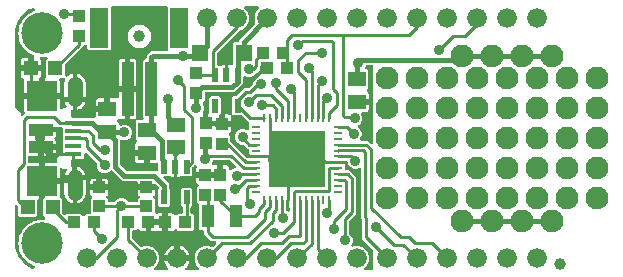
<source format=gbr>
G04 EAGLE Gerber RS-274X export*
G75*
%MOMM*%
%FSLAX34Y34*%
%LPD*%
%INTop Copper*%
%IPPOS*%
%AMOC8*
5,1,8,0,0,1.08239X$1,22.5*%
G01*
%ADD10R,1.500000X1.300000*%
%ADD11R,1.000000X1.100000*%
%ADD12R,1.200000X1.200000*%
%ADD13R,1.100000X1.000000*%
%ADD14C,1.000000*%
%ADD15R,1.000000X1.000000*%
%ADD16C,3.516000*%
%ADD17R,2.500000X2.500000*%
%ADD18C,1.308000*%
%ADD19R,1.350000X0.400000*%
%ADD20R,2.000000X1.000000*%
%ADD21R,0.550000X1.200000*%
%ADD22R,1.400000X1.400000*%
%ADD23C,1.676400*%
%ADD24R,1.000000X4.600000*%
%ADD25R,1.600000X3.400000*%
%ADD26R,0.250000X0.750000*%
%ADD27R,0.750000X0.250000*%
%ADD28R,4.700000X4.700000*%
%ADD29R,1.100000X1.900000*%
%ADD30C,0.254000*%
%ADD31C,0.906400*%
%ADD32C,1.930400*%
%ADD33C,0.406400*%

G36*
X122976Y86610D02*
X122976Y86610D01*
X123115Y86618D01*
X123134Y86624D01*
X123153Y86626D01*
X123285Y86673D01*
X123417Y86716D01*
X123434Y86727D01*
X123453Y86734D01*
X123568Y86812D01*
X123686Y86887D01*
X123700Y86901D01*
X123716Y86912D01*
X123809Y87017D01*
X123904Y87118D01*
X123914Y87135D01*
X123927Y87150D01*
X123991Y87275D01*
X124058Y87397D01*
X124062Y87416D01*
X124072Y87433D01*
X124102Y87570D01*
X124137Y87705D01*
X124139Y87732D01*
X124141Y87744D01*
X124141Y87764D01*
X124147Y87865D01*
X124147Y92104D01*
X124132Y92229D01*
X124122Y92355D01*
X124112Y92387D01*
X124107Y92420D01*
X124061Y92537D01*
X124021Y92656D01*
X124003Y92684D01*
X123990Y92716D01*
X123917Y92817D01*
X123848Y92923D01*
X123823Y92946D01*
X123804Y92973D01*
X123707Y93053D01*
X123614Y93138D01*
X123585Y93154D01*
X123559Y93176D01*
X123445Y93229D01*
X123334Y93289D01*
X123301Y93297D01*
X123271Y93311D01*
X123148Y93335D01*
X123025Y93365D01*
X122992Y93365D01*
X122959Y93371D01*
X122833Y93363D01*
X122707Y93362D01*
X122659Y93353D01*
X122641Y93351D01*
X122621Y93345D01*
X122549Y93330D01*
X122134Y93219D01*
X116839Y93219D01*
X116839Y100990D01*
X116824Y101108D01*
X116817Y101227D01*
X116804Y101265D01*
X116799Y101305D01*
X116755Y101416D01*
X116719Y101529D01*
X116697Y101564D01*
X116682Y101601D01*
X116612Y101697D01*
X116549Y101798D01*
X116519Y101826D01*
X116495Y101858D01*
X116404Y101934D01*
X116317Y102016D01*
X116282Y102035D01*
X116250Y102061D01*
X116143Y102112D01*
X116039Y102169D01*
X115999Y102180D01*
X115963Y102197D01*
X115846Y102219D01*
X115731Y102249D01*
X115670Y102253D01*
X115650Y102257D01*
X115630Y102255D01*
X115570Y102259D01*
X114299Y102259D01*
X114299Y103530D01*
X114284Y103648D01*
X114277Y103767D01*
X114264Y103805D01*
X114259Y103845D01*
X114215Y103956D01*
X114179Y104069D01*
X114157Y104104D01*
X114142Y104141D01*
X114072Y104237D01*
X114009Y104338D01*
X113979Y104366D01*
X113955Y104398D01*
X113864Y104474D01*
X113777Y104556D01*
X113742Y104575D01*
X113710Y104601D01*
X113603Y104652D01*
X113499Y104709D01*
X113459Y104720D01*
X113423Y104737D01*
X113306Y104759D01*
X113191Y104789D01*
X113130Y104793D01*
X113110Y104797D01*
X113090Y104795D01*
X113030Y104799D01*
X104259Y104799D01*
X104259Y109094D01*
X104432Y109741D01*
X104767Y110320D01*
X105240Y110793D01*
X105489Y110937D01*
X105589Y111013D01*
X105693Y111083D01*
X105715Y111109D01*
X105742Y111129D01*
X105820Y111228D01*
X105904Y111322D01*
X105919Y111352D01*
X105940Y111378D01*
X105991Y111493D01*
X106048Y111605D01*
X106056Y111638D01*
X106069Y111669D01*
X106090Y111793D01*
X106118Y111915D01*
X106117Y111949D01*
X106122Y111982D01*
X106112Y112108D01*
X106108Y112233D01*
X106099Y112266D01*
X106096Y112299D01*
X106055Y112418D01*
X106020Y112539D01*
X106003Y112568D01*
X105992Y112600D01*
X105922Y112704D01*
X105858Y112813D01*
X105826Y112849D01*
X105816Y112865D01*
X105800Y112879D01*
X105752Y112934D01*
X104767Y113918D01*
X104767Y128685D01*
X104805Y128772D01*
X104866Y128904D01*
X104868Y128918D01*
X104874Y128930D01*
X104896Y129074D01*
X104922Y129217D01*
X104921Y129231D01*
X104923Y129244D01*
X104910Y129388D01*
X104899Y129535D01*
X104895Y129547D01*
X104894Y129561D01*
X104844Y129698D01*
X104798Y129836D01*
X104791Y129847D01*
X104786Y129860D01*
X104704Y129981D01*
X104625Y130103D01*
X104615Y130112D01*
X104607Y130123D01*
X104498Y130220D01*
X104391Y130318D01*
X104379Y130325D01*
X104369Y130334D01*
X104239Y130400D01*
X104111Y130469D01*
X104098Y130472D01*
X104086Y130478D01*
X103943Y130510D01*
X103802Y130545D01*
X103789Y130545D01*
X103776Y130548D01*
X103629Y130544D01*
X103484Y130542D01*
X103466Y130539D01*
X103458Y130538D01*
X103441Y130534D01*
X103326Y130510D01*
X103284Y130499D01*
X100449Y130499D01*
X100449Y153541D01*
X105491Y153541D01*
X105491Y132706D01*
X105318Y132059D01*
X105108Y131697D01*
X105057Y131574D01*
X105000Y131455D01*
X104995Y131428D01*
X104985Y131403D01*
X104966Y131272D01*
X104941Y131142D01*
X104942Y131116D01*
X104938Y131089D01*
X104952Y130957D01*
X104960Y130825D01*
X104969Y130799D01*
X104972Y130773D01*
X105018Y130649D01*
X105058Y130523D01*
X105073Y130500D01*
X105082Y130474D01*
X105158Y130366D01*
X105229Y130254D01*
X105248Y130235D01*
X105264Y130213D01*
X105364Y130127D01*
X105460Y130036D01*
X105484Y130023D01*
X105504Y130005D01*
X105623Y129946D01*
X105739Y129882D01*
X105765Y129876D01*
X105789Y129864D01*
X105919Y129836D01*
X106047Y129803D01*
X106085Y129801D01*
X106100Y129797D01*
X106122Y129798D01*
X106207Y129793D01*
X110258Y129793D01*
X110396Y129810D01*
X110535Y129823D01*
X110554Y129830D01*
X110574Y129833D01*
X110703Y129884D01*
X110834Y129931D01*
X110851Y129942D01*
X110870Y129950D01*
X110982Y130031D01*
X111097Y130109D01*
X111110Y130125D01*
X111127Y130136D01*
X111216Y130244D01*
X111308Y130348D01*
X111317Y130366D01*
X111330Y130381D01*
X111389Y130507D01*
X111452Y130631D01*
X111457Y130651D01*
X111465Y130669D01*
X111491Y130805D01*
X111522Y130941D01*
X111521Y130962D01*
X111525Y130981D01*
X111516Y131120D01*
X111512Y131259D01*
X111507Y131279D01*
X111505Y131299D01*
X111462Y131431D01*
X111424Y131565D01*
X111413Y131582D01*
X111407Y131601D01*
X111333Y131719D01*
X111262Y131839D01*
X111244Y131860D01*
X111237Y131870D01*
X111222Y131884D01*
X111156Y131960D01*
X110917Y132198D01*
X110917Y179882D01*
X112108Y181073D01*
X112776Y181073D01*
X112894Y181088D01*
X113013Y181095D01*
X113051Y181108D01*
X113092Y181113D01*
X113202Y181156D01*
X113315Y181193D01*
X113350Y181215D01*
X113387Y181230D01*
X113483Y181299D01*
X113584Y181363D01*
X113612Y181393D01*
X113645Y181416D01*
X113721Y181508D01*
X113802Y181595D01*
X113822Y181630D01*
X113847Y181661D01*
X113898Y181769D01*
X113956Y181873D01*
X113966Y181913D01*
X113983Y181949D01*
X114005Y182066D01*
X114035Y182181D01*
X114039Y182241D01*
X114043Y182261D01*
X114041Y182282D01*
X114045Y182342D01*
X114045Y184564D01*
X117549Y188067D01*
X130984Y188067D01*
X131122Y188084D01*
X131261Y188097D01*
X131280Y188104D01*
X131300Y188107D01*
X131429Y188158D01*
X131560Y188205D01*
X131577Y188216D01*
X131595Y188224D01*
X131708Y188305D01*
X131823Y188384D01*
X131836Y188399D01*
X131853Y188411D01*
X131941Y188518D01*
X132033Y188622D01*
X132043Y188640D01*
X132056Y188656D01*
X132115Y188781D01*
X132178Y188905D01*
X132182Y188925D01*
X132191Y188943D01*
X132217Y189080D01*
X132248Y189216D01*
X132247Y189236D01*
X132251Y189256D01*
X132242Y189395D01*
X132238Y189533D01*
X132232Y189553D01*
X132231Y189573D01*
X132188Y189705D01*
X132150Y189839D01*
X132139Y189856D01*
X132133Y189876D01*
X132059Y189993D01*
X131988Y190113D01*
X131969Y190134D01*
X131963Y190144D01*
X131948Y190158D01*
X131917Y190193D01*
X131917Y224790D01*
X131902Y224908D01*
X131895Y225027D01*
X131882Y225065D01*
X131877Y225106D01*
X131834Y225216D01*
X131797Y225329D01*
X131775Y225364D01*
X131760Y225401D01*
X131691Y225497D01*
X131627Y225598D01*
X131597Y225626D01*
X131574Y225659D01*
X131482Y225735D01*
X131395Y225816D01*
X131360Y225836D01*
X131329Y225861D01*
X131221Y225912D01*
X131117Y225970D01*
X131077Y225980D01*
X131041Y225997D01*
X130924Y226019D01*
X130809Y226049D01*
X130749Y226053D01*
X130729Y226057D01*
X130708Y226055D01*
X130648Y226059D01*
X85252Y226059D01*
X85134Y226044D01*
X85015Y226037D01*
X84977Y226024D01*
X84936Y226019D01*
X84826Y225976D01*
X84713Y225939D01*
X84678Y225917D01*
X84641Y225902D01*
X84545Y225833D01*
X84444Y225769D01*
X84416Y225739D01*
X84383Y225716D01*
X84307Y225624D01*
X84226Y225537D01*
X84206Y225502D01*
X84181Y225471D01*
X84130Y225363D01*
X84072Y225259D01*
X84062Y225219D01*
X84045Y225183D01*
X84023Y225066D01*
X83993Y224951D01*
X83989Y224891D01*
X83985Y224871D01*
X83987Y224850D01*
X83983Y224790D01*
X83983Y190198D01*
X82792Y189007D01*
X65108Y189007D01*
X63917Y190198D01*
X63917Y192248D01*
X63902Y192366D01*
X63895Y192485D01*
X63882Y192523D01*
X63877Y192564D01*
X63834Y192674D01*
X63797Y192787D01*
X63775Y192822D01*
X63760Y192859D01*
X63691Y192955D01*
X63627Y193056D01*
X63597Y193084D01*
X63574Y193117D01*
X63482Y193193D01*
X63395Y193274D01*
X63360Y193294D01*
X63329Y193319D01*
X63221Y193370D01*
X63117Y193428D01*
X63077Y193438D01*
X63041Y193455D01*
X62924Y193477D01*
X62809Y193507D01*
X62749Y193511D01*
X62729Y193515D01*
X62708Y193513D01*
X62648Y193517D01*
X61722Y193517D01*
X61604Y193502D01*
X61485Y193495D01*
X61447Y193482D01*
X61406Y193477D01*
X61296Y193434D01*
X61183Y193397D01*
X61148Y193375D01*
X61111Y193360D01*
X61015Y193291D01*
X60914Y193227D01*
X60886Y193197D01*
X60853Y193174D01*
X60777Y193082D01*
X60696Y192995D01*
X60676Y192960D01*
X60651Y192929D01*
X60600Y192821D01*
X60542Y192717D01*
X60532Y192677D01*
X60515Y192641D01*
X60493Y192524D01*
X60471Y192440D01*
X58146Y190116D01*
X45354Y177324D01*
X45294Y177245D01*
X45226Y177173D01*
X45206Y177137D01*
X45182Y177109D01*
X45174Y177092D01*
X45160Y177072D01*
X45120Y176981D01*
X45072Y176895D01*
X45061Y176851D01*
X45047Y176821D01*
X45044Y176805D01*
X45033Y176781D01*
X45018Y176683D01*
X44993Y176587D01*
X44988Y176516D01*
X44987Y176508D01*
X44988Y176501D01*
X44987Y176487D01*
X44983Y176467D01*
X44985Y176454D01*
X44983Y176426D01*
X44983Y167819D01*
X45000Y167681D01*
X45013Y167543D01*
X45020Y167524D01*
X45023Y167504D01*
X45074Y167374D01*
X45121Y167243D01*
X45132Y167227D01*
X45140Y167208D01*
X45221Y167096D01*
X45299Y166980D01*
X45315Y166967D01*
X45326Y166950D01*
X45433Y166862D01*
X45538Y166770D01*
X45556Y166761D01*
X45571Y166748D01*
X45697Y166689D01*
X45821Y166625D01*
X45841Y166621D01*
X45859Y166612D01*
X45995Y166586D01*
X46131Y166556D01*
X46152Y166556D01*
X46171Y166552D01*
X46310Y166561D01*
X46449Y166565D01*
X46469Y166571D01*
X46489Y166572D01*
X46621Y166615D01*
X46755Y166654D01*
X46772Y166664D01*
X46791Y166670D01*
X46909Y166744D01*
X47029Y166815D01*
X47050Y166834D01*
X47060Y166840D01*
X47074Y166855D01*
X47150Y166922D01*
X47534Y167306D01*
X48691Y168147D01*
X49964Y168795D01*
X51324Y169237D01*
X51451Y169257D01*
X51451Y149299D01*
X44369Y149299D01*
X44369Y161095D01*
X44593Y162506D01*
X45044Y163896D01*
X45078Y164072D01*
X45104Y164208D01*
X45094Y164373D01*
X45084Y164525D01*
X45084Y164526D01*
X45040Y164661D01*
X44986Y164827D01*
X44986Y164828D01*
X44901Y164961D01*
X44816Y165096D01*
X44816Y165097D01*
X44695Y165210D01*
X44584Y165314D01*
X44433Y165398D01*
X44306Y165468D01*
X44305Y165468D01*
X44132Y165512D01*
X43998Y165547D01*
X43997Y165547D01*
X43996Y165547D01*
X43837Y165557D01*
X41490Y165557D01*
X41359Y165541D01*
X41226Y165530D01*
X41201Y165521D01*
X41175Y165517D01*
X41052Y165469D01*
X40926Y165425D01*
X40904Y165410D01*
X40879Y165400D01*
X40772Y165323D01*
X40661Y165249D01*
X40643Y165229D01*
X40622Y165214D01*
X40537Y165111D01*
X40448Y165013D01*
X40436Y164989D01*
X40419Y164969D01*
X40362Y164849D01*
X40301Y164731D01*
X40295Y164705D01*
X40283Y164681D01*
X40258Y164551D01*
X40228Y164421D01*
X40229Y164395D01*
X40224Y164369D01*
X40232Y164236D01*
X40235Y164103D01*
X40242Y164078D01*
X40243Y164051D01*
X40267Y163977D01*
X40274Y163942D01*
X40491Y163134D01*
X40491Y152549D01*
X35760Y152549D01*
X35642Y152534D01*
X35523Y152527D01*
X35485Y152514D01*
X35444Y152509D01*
X35334Y152466D01*
X35221Y152429D01*
X35186Y152407D01*
X35149Y152392D01*
X35053Y152323D01*
X34952Y152259D01*
X34924Y152229D01*
X34891Y152206D01*
X34815Y152114D01*
X34734Y152027D01*
X34714Y151992D01*
X34689Y151961D01*
X34638Y151853D01*
X34580Y151749D01*
X34570Y151709D01*
X34553Y151673D01*
X34531Y151556D01*
X34501Y151441D01*
X34497Y151381D01*
X34493Y151361D01*
X34495Y151340D01*
X34491Y151280D01*
X34491Y149320D01*
X34506Y149202D01*
X34513Y149083D01*
X34526Y149045D01*
X34531Y149004D01*
X34574Y148894D01*
X34611Y148781D01*
X34633Y148746D01*
X34648Y148709D01*
X34717Y148612D01*
X34781Y148512D01*
X34811Y148484D01*
X34834Y148451D01*
X34926Y148375D01*
X35013Y148294D01*
X35048Y148274D01*
X35079Y148249D01*
X35187Y148198D01*
X35291Y148140D01*
X35331Y148130D01*
X35367Y148113D01*
X35484Y148091D01*
X35599Y148061D01*
X35659Y148057D01*
X35679Y148053D01*
X35700Y148055D01*
X35760Y148051D01*
X40491Y148051D01*
X40491Y140598D01*
X40497Y140549D01*
X40495Y140499D01*
X40517Y140392D01*
X40531Y140282D01*
X40549Y140236D01*
X40559Y140188D01*
X40607Y140089D01*
X40648Y139987D01*
X40677Y139947D01*
X40699Y139902D01*
X40770Y139818D01*
X40834Y139729D01*
X40873Y139698D01*
X40905Y139660D01*
X40995Y139597D01*
X41079Y139527D01*
X41124Y139505D01*
X41165Y139477D01*
X41268Y139438D01*
X41367Y139391D01*
X41416Y139382D01*
X41462Y139364D01*
X41572Y139352D01*
X41679Y139331D01*
X41729Y139334D01*
X41778Y139329D01*
X41887Y139344D01*
X41997Y139351D01*
X42044Y139366D01*
X42093Y139373D01*
X42246Y139425D01*
X43248Y139841D01*
X45154Y139841D01*
X45194Y139846D01*
X45233Y139843D01*
X45351Y139866D01*
X45470Y139881D01*
X45507Y139895D01*
X45546Y139903D01*
X45654Y139954D01*
X45765Y139998D01*
X45797Y140021D01*
X45833Y140038D01*
X45926Y140114D01*
X46023Y140184D01*
X46048Y140215D01*
X46079Y140240D01*
X46149Y140337D01*
X46225Y140429D01*
X46242Y140465D01*
X46266Y140498D01*
X46310Y140609D01*
X46361Y140717D01*
X46368Y140756D01*
X46383Y140793D01*
X46398Y140912D01*
X46421Y141029D01*
X46418Y141069D01*
X46423Y141109D01*
X46408Y141227D01*
X46401Y141347D01*
X46389Y141385D01*
X46384Y141424D01*
X46340Y141536D01*
X46303Y141649D01*
X46282Y141683D01*
X46267Y141720D01*
X46181Y141856D01*
X45683Y142541D01*
X45035Y143814D01*
X44593Y145174D01*
X44573Y145301D01*
X51451Y145301D01*
X51451Y138423D01*
X51286Y138449D01*
X51245Y138457D01*
X51159Y138483D01*
X51089Y138486D01*
X51020Y138500D01*
X50931Y138494D01*
X50841Y138498D01*
X50773Y138484D01*
X50703Y138480D01*
X50618Y138452D01*
X50530Y138434D01*
X50467Y138403D01*
X50400Y138382D01*
X50325Y138333D01*
X50244Y138294D01*
X50191Y138249D01*
X50132Y138211D01*
X50070Y138146D01*
X50002Y138088D01*
X49962Y138031D01*
X49914Y137980D01*
X49871Y137901D01*
X49819Y137828D01*
X49794Y137762D01*
X49761Y137701D01*
X49738Y137614D01*
X49706Y137530D01*
X49699Y137461D01*
X49681Y137393D01*
X49681Y137304D01*
X49671Y137214D01*
X49681Y137145D01*
X49681Y137075D01*
X49703Y136988D01*
X49716Y136899D01*
X49756Y136781D01*
X49760Y136767D01*
X49763Y136761D01*
X49768Y136747D01*
X50491Y135002D01*
X50491Y132634D01*
X50506Y132516D01*
X50513Y132397D01*
X50526Y132359D01*
X50531Y132318D01*
X50574Y132208D01*
X50611Y132095D01*
X50633Y132060D01*
X50648Y132023D01*
X50717Y131927D01*
X50781Y131826D01*
X50811Y131798D01*
X50834Y131765D01*
X50926Y131689D01*
X51013Y131608D01*
X51048Y131588D01*
X51079Y131563D01*
X51187Y131512D01*
X51291Y131454D01*
X51331Y131444D01*
X51367Y131427D01*
X51484Y131405D01*
X51599Y131375D01*
X51659Y131371D01*
X51679Y131367D01*
X51700Y131369D01*
X51760Y131365D01*
X69570Y131365D01*
X69688Y131380D01*
X69807Y131387D01*
X69845Y131400D01*
X69886Y131405D01*
X69996Y131448D01*
X70109Y131485D01*
X70144Y131507D01*
X70181Y131522D01*
X70277Y131591D01*
X70378Y131655D01*
X70406Y131685D01*
X70439Y131708D01*
X70515Y131800D01*
X70596Y131887D01*
X70616Y131922D01*
X70641Y131953D01*
X70692Y132061D01*
X70750Y132165D01*
X70760Y132205D01*
X70777Y132241D01*
X70799Y132358D01*
X70829Y132473D01*
X70833Y132533D01*
X70837Y132553D01*
X70835Y132574D01*
X70839Y132634D01*
X70839Y136551D01*
X79610Y136551D01*
X79728Y136566D01*
X79847Y136573D01*
X79885Y136586D01*
X79925Y136591D01*
X80036Y136634D01*
X80149Y136671D01*
X80184Y136693D01*
X80221Y136708D01*
X80317Y136778D01*
X80418Y136841D01*
X80446Y136871D01*
X80478Y136895D01*
X80554Y136986D01*
X80636Y137073D01*
X80655Y137108D01*
X80681Y137139D01*
X80732Y137247D01*
X80789Y137351D01*
X80800Y137391D01*
X80817Y137427D01*
X80839Y137544D01*
X80869Y137659D01*
X80873Y137720D01*
X80877Y137740D01*
X80875Y137760D01*
X80879Y137820D01*
X80879Y139091D01*
X82150Y139091D01*
X82268Y139106D01*
X82387Y139113D01*
X82425Y139126D01*
X82465Y139131D01*
X82576Y139175D01*
X82689Y139211D01*
X82724Y139233D01*
X82761Y139248D01*
X82857Y139318D01*
X82958Y139381D01*
X82986Y139411D01*
X83018Y139435D01*
X83094Y139526D01*
X83176Y139613D01*
X83195Y139648D01*
X83221Y139680D01*
X83272Y139787D01*
X83329Y139891D01*
X83340Y139931D01*
X83357Y139967D01*
X83379Y140084D01*
X83409Y140199D01*
X83413Y140260D01*
X83417Y140280D01*
X83415Y140300D01*
X83419Y140360D01*
X83419Y148131D01*
X88714Y148131D01*
X88811Y148105D01*
X88936Y148088D01*
X89060Y148064D01*
X89093Y148066D01*
X89127Y148062D01*
X89252Y148076D01*
X89377Y148084D01*
X89409Y148094D01*
X89442Y148098D01*
X89560Y148143D01*
X89679Y148182D01*
X89708Y148200D01*
X89739Y148212D01*
X89842Y148285D01*
X89948Y148352D01*
X89971Y148377D01*
X89999Y148396D01*
X90080Y148492D01*
X90166Y148584D01*
X90182Y148613D01*
X90204Y148639D01*
X90259Y148752D01*
X90320Y148862D01*
X90328Y148895D01*
X90343Y148925D01*
X90368Y149049D01*
X90399Y149170D01*
X90402Y149219D01*
X90406Y149237D01*
X90405Y149259D01*
X90409Y149331D01*
X90409Y153541D01*
X95451Y153541D01*
X95451Y130499D01*
X92616Y130499D01*
X91969Y130672D01*
X91600Y130886D01*
X91496Y130930D01*
X91396Y130981D01*
X91350Y130991D01*
X91306Y131009D01*
X91195Y131026D01*
X91085Y131050D01*
X91038Y131049D01*
X90992Y131056D01*
X90880Y131044D01*
X90768Y131041D01*
X90722Y131027D01*
X90675Y131023D01*
X90570Y130983D01*
X90462Y130952D01*
X90421Y130928D01*
X90377Y130912D01*
X90285Y130848D01*
X90188Y130791D01*
X90134Y130743D01*
X90116Y130730D01*
X90104Y130717D01*
X90067Y130684D01*
X89940Y130557D01*
X89691Y130413D01*
X89591Y130337D01*
X89487Y130267D01*
X89465Y130241D01*
X89438Y130221D01*
X89360Y130122D01*
X89276Y130028D01*
X89261Y129998D01*
X89240Y129972D01*
X89189Y129857D01*
X89132Y129745D01*
X89124Y129712D01*
X89111Y129681D01*
X89090Y129557D01*
X89062Y129435D01*
X89063Y129401D01*
X89058Y129368D01*
X89068Y129242D01*
X89072Y129117D01*
X89081Y129084D01*
X89084Y129051D01*
X89125Y128932D01*
X89160Y128811D01*
X89177Y128782D01*
X89188Y128750D01*
X89258Y128646D01*
X89322Y128537D01*
X89354Y128501D01*
X89364Y128485D01*
X89380Y128471D01*
X89428Y128416D01*
X90413Y127432D01*
X90413Y126382D01*
X90419Y126332D01*
X90417Y126283D01*
X90439Y126175D01*
X90453Y126066D01*
X90471Y126020D01*
X90481Y125971D01*
X90529Y125872D01*
X90570Y125770D01*
X90599Y125730D01*
X90621Y125685D01*
X90692Y125602D01*
X90756Y125513D01*
X90795Y125481D01*
X90827Y125443D01*
X90917Y125380D01*
X91001Y125310D01*
X91046Y125289D01*
X91087Y125260D01*
X91190Y125221D01*
X91289Y125175D01*
X91338Y125165D01*
X91384Y125148D01*
X91494Y125135D01*
X91601Y125115D01*
X91651Y125118D01*
X91700Y125112D01*
X91809Y125128D01*
X91919Y125135D01*
X91966Y125150D01*
X92015Y125157D01*
X92168Y125209D01*
X93944Y125945D01*
X96556Y125945D01*
X98969Y124945D01*
X100815Y123099D01*
X101815Y120686D01*
X101815Y118074D01*
X100815Y115661D01*
X98969Y113815D01*
X96556Y112815D01*
X93944Y112815D01*
X93450Y113020D01*
X93402Y113033D01*
X93357Y113054D01*
X93249Y113075D01*
X93143Y113104D01*
X93093Y113105D01*
X93044Y113114D01*
X92935Y113107D01*
X92825Y113109D01*
X92777Y113097D01*
X92727Y113094D01*
X92623Y113061D01*
X92516Y113035D01*
X92472Y113012D01*
X92425Y112996D01*
X92332Y112938D01*
X92235Y112886D01*
X92198Y112853D01*
X92156Y112826D01*
X92081Y112746D01*
X91999Y112672D01*
X91972Y112631D01*
X91938Y112595D01*
X91885Y112498D01*
X91825Y112407D01*
X91808Y112360D01*
X91784Y112316D01*
X91757Y112210D01*
X91721Y112106D01*
X91717Y112056D01*
X91705Y112008D01*
X91695Y111847D01*
X91695Y92379D01*
X91707Y92281D01*
X91710Y92182D01*
X91727Y92124D01*
X91735Y92064D01*
X91771Y91972D01*
X91799Y91877D01*
X91829Y91824D01*
X91852Y91768D01*
X91910Y91688D01*
X91960Y91603D01*
X92026Y91527D01*
X92038Y91511D01*
X92048Y91503D01*
X92066Y91482D01*
X96562Y86986D01*
X96640Y86926D01*
X96712Y86858D01*
X96765Y86829D01*
X96813Y86792D01*
X96904Y86752D01*
X96991Y86704D01*
X97049Y86689D01*
X97105Y86665D01*
X97203Y86650D01*
X97299Y86625D01*
X97399Y86619D01*
X97419Y86615D01*
X97431Y86617D01*
X97459Y86615D01*
X122714Y86615D01*
X122798Y86599D01*
X122817Y86600D01*
X122837Y86597D01*
X122976Y86610D01*
G37*
G36*
X131486Y2558D02*
X131486Y2558D01*
X131624Y2571D01*
X131643Y2578D01*
X131664Y2581D01*
X131793Y2632D01*
X131924Y2679D01*
X131940Y2690D01*
X131959Y2698D01*
X132071Y2779D01*
X132187Y2857D01*
X132200Y2873D01*
X132217Y2884D01*
X132305Y2992D01*
X132397Y3096D01*
X132406Y3114D01*
X132419Y3129D01*
X132479Y3255D01*
X132542Y3379D01*
X132546Y3399D01*
X132555Y3417D01*
X132581Y3554D01*
X132611Y3689D01*
X132611Y3710D01*
X132615Y3729D01*
X132606Y3868D01*
X132602Y4007D01*
X132596Y4027D01*
X132595Y4047D01*
X132552Y4179D01*
X132513Y4313D01*
X132503Y4330D01*
X132497Y4349D01*
X132423Y4467D01*
X132352Y4587D01*
X132333Y4608D01*
X132327Y4618D01*
X132312Y4632D01*
X132245Y4707D01*
X131369Y5584D01*
X130358Y6975D01*
X129577Y8507D01*
X129046Y10142D01*
X129037Y10201D01*
X138470Y10201D01*
X138588Y10216D01*
X138707Y10223D01*
X138745Y10235D01*
X138785Y10241D01*
X138896Y10284D01*
X139009Y10321D01*
X139043Y10343D01*
X139081Y10358D01*
X139177Y10427D01*
X139278Y10491D01*
X139306Y10521D01*
X139338Y10544D01*
X139414Y10636D01*
X139496Y10723D01*
X139515Y10758D01*
X139541Y10789D01*
X139592Y10897D01*
X139649Y11001D01*
X139659Y11041D01*
X139677Y11077D01*
X139697Y11184D01*
X139701Y11154D01*
X139745Y11044D01*
X139781Y10931D01*
X139803Y10896D01*
X139818Y10859D01*
X139888Y10762D01*
X139951Y10662D01*
X139981Y10634D01*
X140005Y10601D01*
X140096Y10525D01*
X140183Y10444D01*
X140218Y10424D01*
X140250Y10399D01*
X140357Y10348D01*
X140462Y10290D01*
X140501Y10280D01*
X140537Y10263D01*
X140654Y10241D01*
X140770Y10211D01*
X140830Y10207D01*
X140850Y10203D01*
X140870Y10205D01*
X140930Y10201D01*
X150363Y10201D01*
X150354Y10142D01*
X149823Y8507D01*
X149042Y6975D01*
X148031Y5584D01*
X147155Y4707D01*
X147070Y4598D01*
X146981Y4491D01*
X146972Y4472D01*
X146960Y4456D01*
X146904Y4328D01*
X146845Y4203D01*
X146841Y4183D01*
X146833Y4164D01*
X146811Y4026D01*
X146785Y3890D01*
X146787Y3870D01*
X146783Y3850D01*
X146796Y3711D01*
X146805Y3573D01*
X146811Y3554D01*
X146813Y3534D01*
X146860Y3402D01*
X146903Y3271D01*
X146914Y3253D01*
X146921Y3234D01*
X146999Y3119D01*
X147073Y3002D01*
X147088Y2988D01*
X147099Y2971D01*
X147203Y2879D01*
X147305Y2784D01*
X147323Y2774D01*
X147338Y2761D01*
X147462Y2698D01*
X147583Y2630D01*
X147603Y2625D01*
X147621Y2616D01*
X147757Y2586D01*
X147891Y2551D01*
X147919Y2549D01*
X147931Y2546D01*
X147952Y2547D01*
X148052Y2541D01*
X157466Y2541D01*
X157604Y2558D01*
X157743Y2571D01*
X157762Y2578D01*
X157782Y2581D01*
X157911Y2632D01*
X158042Y2679D01*
X158059Y2690D01*
X158078Y2698D01*
X158190Y2779D01*
X158305Y2857D01*
X158319Y2873D01*
X158335Y2884D01*
X158424Y2992D01*
X158516Y3096D01*
X158525Y3114D01*
X158538Y3129D01*
X158597Y3255D01*
X158660Y3379D01*
X158665Y3399D01*
X158673Y3417D01*
X158699Y3553D01*
X158730Y3689D01*
X158729Y3710D01*
X158733Y3729D01*
X158724Y3868D01*
X158720Y4007D01*
X158715Y4027D01*
X158713Y4047D01*
X158671Y4179D01*
X158632Y4313D01*
X158622Y4330D01*
X158615Y4349D01*
X158541Y4467D01*
X158470Y4587D01*
X158452Y4608D01*
X158445Y4618D01*
X158430Y4632D01*
X158364Y4707D01*
X156271Y6801D01*
X154685Y10628D01*
X154685Y14772D01*
X156271Y18599D01*
X159201Y21529D01*
X163028Y23115D01*
X167172Y23115D01*
X168985Y22364D01*
X169013Y22356D01*
X169040Y22342D01*
X169166Y22314D01*
X169292Y22280D01*
X169321Y22279D01*
X169350Y22273D01*
X169480Y22277D01*
X169610Y22275D01*
X169638Y22282D01*
X169668Y22282D01*
X169792Y22319D01*
X169919Y22349D01*
X169945Y22363D01*
X169973Y22371D01*
X170085Y22437D01*
X170200Y22498D01*
X170222Y22517D01*
X170247Y22532D01*
X170368Y22639D01*
X172740Y25011D01*
X172825Y25120D01*
X172914Y25227D01*
X172922Y25246D01*
X172935Y25262D01*
X172990Y25390D01*
X173049Y25515D01*
X173053Y25535D01*
X173061Y25554D01*
X173083Y25692D01*
X173109Y25828D01*
X173108Y25848D01*
X173111Y25868D01*
X173098Y26007D01*
X173089Y26145D01*
X173083Y26164D01*
X173081Y26184D01*
X173034Y26316D01*
X172991Y26447D01*
X172980Y26465D01*
X172973Y26484D01*
X172895Y26599D01*
X172821Y26716D01*
X172806Y26730D01*
X172795Y26747D01*
X172691Y26839D01*
X172589Y26934D01*
X172572Y26944D01*
X172556Y26957D01*
X172433Y27020D01*
X172311Y27088D01*
X172291Y27093D01*
X172273Y27102D01*
X172137Y27132D01*
X172003Y27167D01*
X171975Y27169D01*
X171963Y27172D01*
X171942Y27171D01*
X171842Y27177D01*
X168812Y27177D01*
X166506Y29483D01*
X166506Y29484D01*
X164804Y31186D01*
X162497Y33492D01*
X162497Y35458D01*
X162482Y35576D01*
X162475Y35695D01*
X162462Y35733D01*
X162457Y35774D01*
X162414Y35884D01*
X162377Y35997D01*
X162355Y36032D01*
X162340Y36069D01*
X162271Y36165D01*
X162207Y36266D01*
X162177Y36294D01*
X162154Y36327D01*
X162062Y36403D01*
X161975Y36484D01*
X161940Y36504D01*
X161909Y36529D01*
X161801Y36580D01*
X161697Y36638D01*
X161657Y36648D01*
X161621Y36665D01*
X161504Y36687D01*
X161389Y36717D01*
X161329Y36721D01*
X161309Y36725D01*
X161288Y36723D01*
X161228Y36727D01*
X159458Y36727D01*
X158267Y37918D01*
X158267Y58092D01*
X158255Y58190D01*
X158252Y58290D01*
X158235Y58348D01*
X158227Y58408D01*
X158191Y58500D01*
X158163Y58595D01*
X158133Y58647D01*
X158110Y58704D01*
X158052Y58784D01*
X158002Y58869D01*
X157936Y58944D01*
X157924Y58961D01*
X157914Y58969D01*
X157896Y58990D01*
X156797Y60088D01*
X156797Y72772D01*
X157782Y73756D01*
X157859Y73856D01*
X157941Y73951D01*
X157956Y73981D01*
X157977Y74008D01*
X158027Y74123D01*
X158083Y74236D01*
X158090Y74269D01*
X158103Y74300D01*
X158123Y74424D01*
X158149Y74547D01*
X158148Y74580D01*
X158153Y74614D01*
X158141Y74739D01*
X158136Y74864D01*
X158126Y74897D01*
X158123Y74930D01*
X158081Y75049D01*
X158044Y75169D01*
X158027Y75198D01*
X158016Y75230D01*
X157945Y75334D01*
X157880Y75441D01*
X157856Y75465D01*
X157837Y75493D01*
X157743Y75576D01*
X157653Y75664D01*
X157612Y75691D01*
X157599Y75703D01*
X157579Y75713D01*
X157519Y75753D01*
X157270Y75897D01*
X156797Y76370D01*
X156462Y76949D01*
X156289Y77596D01*
X156289Y80931D01*
X162600Y80931D01*
X162718Y80946D01*
X162837Y80953D01*
X162875Y80965D01*
X162915Y80971D01*
X163026Y81014D01*
X163139Y81051D01*
X163173Y81073D01*
X163211Y81088D01*
X163307Y81157D01*
X163408Y81221D01*
X163436Y81251D01*
X163468Y81274D01*
X163544Y81366D01*
X163626Y81453D01*
X163645Y81488D01*
X163671Y81519D01*
X163722Y81627D01*
X163779Y81731D01*
X163789Y81771D01*
X163807Y81807D01*
X163827Y81914D01*
X163831Y81884D01*
X163875Y81773D01*
X163911Y81661D01*
X163933Y81626D01*
X163948Y81589D01*
X164018Y81492D01*
X164081Y81392D01*
X164111Y81364D01*
X164135Y81331D01*
X164226Y81255D01*
X164313Y81174D01*
X164348Y81154D01*
X164380Y81129D01*
X164487Y81078D01*
X164592Y81020D01*
X164631Y81010D01*
X164667Y80993D01*
X164784Y80971D01*
X164900Y80941D01*
X164960Y80937D01*
X164980Y80933D01*
X165000Y80935D01*
X165060Y80931D01*
X175300Y80931D01*
X175418Y80946D01*
X175537Y80953D01*
X175575Y80965D01*
X175615Y80971D01*
X175726Y81014D01*
X175839Y81051D01*
X175873Y81073D01*
X175911Y81088D01*
X176007Y81157D01*
X176108Y81221D01*
X176136Y81251D01*
X176168Y81274D01*
X176244Y81366D01*
X176326Y81453D01*
X176345Y81488D01*
X176371Y81519D01*
X176422Y81627D01*
X176479Y81731D01*
X176489Y81771D01*
X176507Y81807D01*
X176529Y81924D01*
X176559Y82039D01*
X176563Y82099D01*
X176566Y82119D01*
X176565Y82140D01*
X176569Y82200D01*
X176569Y83391D01*
X177760Y83391D01*
X177878Y83406D01*
X177997Y83413D01*
X178035Y83426D01*
X178076Y83431D01*
X178186Y83475D01*
X178299Y83511D01*
X178334Y83533D01*
X178371Y83548D01*
X178467Y83618D01*
X178568Y83681D01*
X178596Y83711D01*
X178629Y83735D01*
X178705Y83826D01*
X178786Y83913D01*
X178806Y83948D01*
X178831Y83980D01*
X178882Y84087D01*
X178940Y84192D01*
X178950Y84231D01*
X178967Y84267D01*
X178989Y84384D01*
X179019Y84500D01*
X179023Y84560D01*
X179027Y84580D01*
X179025Y84600D01*
X179029Y84660D01*
X179029Y91471D01*
X181864Y91471D01*
X182511Y91298D01*
X183090Y90963D01*
X183563Y90490D01*
X183898Y89911D01*
X184071Y89264D01*
X184071Y88469D01*
X184088Y88331D01*
X184101Y88193D01*
X184108Y88174D01*
X184111Y88153D01*
X184162Y88024D01*
X184209Y87893D01*
X184220Y87876D01*
X184228Y87858D01*
X184309Y87745D01*
X184387Y87630D01*
X184403Y87617D01*
X184414Y87600D01*
X184522Y87512D01*
X184626Y87420D01*
X184644Y87410D01*
X184659Y87398D01*
X184785Y87338D01*
X184909Y87275D01*
X184929Y87271D01*
X184947Y87262D01*
X185084Y87236D01*
X185219Y87205D01*
X185240Y87206D01*
X185259Y87202D01*
X185398Y87211D01*
X185537Y87215D01*
X185557Y87221D01*
X185577Y87222D01*
X185709Y87265D01*
X185843Y87303D01*
X185860Y87314D01*
X185879Y87320D01*
X185997Y87394D01*
X186117Y87465D01*
X186138Y87484D01*
X186148Y87490D01*
X186162Y87505D01*
X186237Y87571D01*
X186781Y88115D01*
X189076Y89066D01*
X189119Y89090D01*
X189166Y89107D01*
X189256Y89169D01*
X189352Y89223D01*
X189388Y89258D01*
X189429Y89286D01*
X189501Y89368D01*
X189580Y89444D01*
X189606Y89487D01*
X189639Y89524D01*
X189689Y89622D01*
X189747Y89716D01*
X189761Y89763D01*
X189784Y89807D01*
X189808Y89915D01*
X189840Y90020D01*
X189843Y90069D01*
X189853Y90118D01*
X189850Y90228D01*
X189855Y90337D01*
X189845Y90386D01*
X189844Y90435D01*
X189813Y90541D01*
X189791Y90649D01*
X189769Y90693D01*
X189755Y90741D01*
X189700Y90835D01*
X189651Y90934D01*
X189619Y90972D01*
X189594Y91015D01*
X189487Y91136D01*
X184603Y96021D01*
X184524Y96081D01*
X184452Y96149D01*
X184399Y96178D01*
X184351Y96215D01*
X184260Y96255D01*
X184174Y96303D01*
X184115Y96318D01*
X184060Y96342D01*
X183962Y96357D01*
X183866Y96382D01*
X183766Y96388D01*
X183745Y96392D01*
X183733Y96390D01*
X183705Y96392D01*
X171664Y96392D01*
X171546Y96377D01*
X171427Y96370D01*
X171389Y96357D01*
X171348Y96352D01*
X171238Y96309D01*
X171125Y96272D01*
X171090Y96250D01*
X171053Y96235D01*
X170957Y96166D01*
X170856Y96102D01*
X170828Y96072D01*
X170795Y96049D01*
X170719Y95957D01*
X170638Y95870D01*
X170618Y95835D01*
X170593Y95804D01*
X170542Y95696D01*
X170484Y95592D01*
X170474Y95552D01*
X170457Y95516D01*
X170435Y95399D01*
X170405Y95284D01*
X170402Y95231D01*
X169536Y93140D01*
X169523Y93093D01*
X169503Y93050D01*
X169501Y93043D01*
X169497Y93034D01*
X169479Y92933D01*
X169452Y92833D01*
X169451Y92779D01*
X169443Y92738D01*
X169443Y92734D01*
X169441Y92721D01*
X169448Y92618D01*
X169447Y92515D01*
X169460Y92460D01*
X169464Y92404D01*
X169497Y92306D01*
X169521Y92206D01*
X169547Y92156D01*
X169565Y92102D01*
X169621Y92016D01*
X169669Y91925D01*
X169707Y91883D01*
X169738Y91836D01*
X169814Y91766D01*
X169883Y91689D01*
X169930Y91658D01*
X169972Y91620D01*
X170063Y91571D01*
X170149Y91515D01*
X170202Y91496D01*
X170252Y91470D01*
X170352Y91445D01*
X170450Y91411D01*
X170506Y91407D01*
X170561Y91393D01*
X170619Y91394D01*
X170710Y91388D01*
X170721Y91388D01*
X170729Y91389D01*
X170767Y91386D01*
X170822Y91396D01*
X170879Y91396D01*
X171037Y91428D01*
X171196Y91471D01*
X174031Y91471D01*
X174031Y85929D01*
X165060Y85929D01*
X164942Y85914D01*
X164823Y85907D01*
X164785Y85894D01*
X164745Y85889D01*
X164634Y85846D01*
X164521Y85809D01*
X164487Y85787D01*
X164449Y85772D01*
X164353Y85703D01*
X164252Y85639D01*
X164224Y85609D01*
X164192Y85586D01*
X164116Y85494D01*
X164034Y85407D01*
X164015Y85372D01*
X163989Y85341D01*
X163938Y85233D01*
X163881Y85129D01*
X163871Y85089D01*
X163853Y85053D01*
X163833Y84946D01*
X163829Y84976D01*
X163785Y85086D01*
X163749Y85199D01*
X163727Y85234D01*
X163712Y85271D01*
X163642Y85367D01*
X163579Y85468D01*
X163549Y85496D01*
X163525Y85529D01*
X163434Y85605D01*
X163347Y85686D01*
X163312Y85706D01*
X163280Y85731D01*
X163173Y85782D01*
X163068Y85840D01*
X163029Y85850D01*
X162993Y85867D01*
X162876Y85889D01*
X162760Y85919D01*
X162700Y85923D01*
X162680Y85927D01*
X162660Y85925D01*
X162600Y85929D01*
X156289Y85929D01*
X156289Y89264D01*
X156503Y90063D01*
X156523Y90206D01*
X156546Y90351D01*
X156545Y90365D01*
X156546Y90378D01*
X156530Y90523D01*
X156516Y90668D01*
X156511Y90680D01*
X156510Y90694D01*
X156458Y90830D01*
X156408Y90967D01*
X156401Y90978D01*
X156396Y90991D01*
X156311Y91110D01*
X156230Y91230D01*
X156220Y91239D01*
X156212Y91250D01*
X156100Y91345D01*
X155991Y91441D01*
X155979Y91447D01*
X155969Y91456D01*
X155838Y91519D01*
X155708Y91585D01*
X155695Y91588D01*
X155683Y91594D01*
X155540Y91623D01*
X155398Y91655D01*
X155384Y91655D01*
X155371Y91657D01*
X155226Y91650D01*
X155080Y91645D01*
X155067Y91642D01*
X155054Y91641D01*
X154915Y91598D01*
X154774Y91557D01*
X154763Y91550D01*
X154750Y91546D01*
X154626Y91470D01*
X154501Y91395D01*
X154487Y91383D01*
X154480Y91379D01*
X154468Y91367D01*
X154380Y91289D01*
X153397Y90306D01*
X153396Y90306D01*
X153084Y89994D01*
X153024Y89915D01*
X152956Y89843D01*
X152927Y89790D01*
X152890Y89742D01*
X152850Y89651D01*
X152802Y89565D01*
X152787Y89506D01*
X152763Y89451D01*
X152748Y89353D01*
X152723Y89257D01*
X152717Y89157D01*
X152713Y89136D01*
X152715Y89124D01*
X152713Y89096D01*
X152713Y83629D01*
X151522Y82438D01*
X144313Y82438D01*
X144253Y82492D01*
X144217Y82510D01*
X144185Y82535D01*
X144076Y82582D01*
X143969Y82636D01*
X143930Y82645D01*
X143894Y82661D01*
X143776Y82680D01*
X143659Y82706D01*
X143619Y82704D01*
X143580Y82711D01*
X143461Y82700D01*
X143341Y82696D01*
X143303Y82685D01*
X143263Y82681D01*
X143151Y82641D01*
X143036Y82607D01*
X143001Y82587D01*
X142964Y82573D01*
X142894Y82526D01*
X142885Y82521D01*
X142161Y82103D01*
X141514Y81930D01*
X139804Y81930D01*
X139804Y90366D01*
X139795Y90436D01*
X139798Y90476D01*
X139802Y90496D01*
X139800Y90516D01*
X139804Y90576D01*
X139804Y99012D01*
X139850Y99012D01*
X139968Y99027D01*
X140087Y99034D01*
X140125Y99046D01*
X140165Y99052D01*
X140276Y99095D01*
X140389Y99132D01*
X140424Y99154D01*
X140461Y99169D01*
X140557Y99238D01*
X140658Y99302D01*
X140686Y99332D01*
X140718Y99355D01*
X140794Y99447D01*
X140876Y99534D01*
X140895Y99569D01*
X140921Y99600D01*
X140972Y99708D01*
X141029Y99812D01*
X141040Y99852D01*
X141057Y99888D01*
X141079Y100005D01*
X141109Y100120D01*
X141113Y100180D01*
X141117Y100200D01*
X141115Y100221D01*
X141119Y100281D01*
X141119Y105470D01*
X141104Y105588D01*
X141097Y105707D01*
X141084Y105745D01*
X141079Y105785D01*
X141035Y105896D01*
X140999Y106009D01*
X140977Y106044D01*
X140962Y106081D01*
X140892Y106177D01*
X140829Y106278D01*
X140799Y106306D01*
X140775Y106338D01*
X140684Y106414D01*
X140597Y106496D01*
X140562Y106515D01*
X140530Y106541D01*
X140423Y106592D01*
X140319Y106649D01*
X140279Y106660D01*
X140243Y106677D01*
X140126Y106699D01*
X140011Y106729D01*
X139950Y106733D01*
X139930Y106737D01*
X139910Y106735D01*
X139850Y106739D01*
X137310Y106739D01*
X137192Y106724D01*
X137073Y106717D01*
X137035Y106704D01*
X136995Y106699D01*
X136884Y106655D01*
X136771Y106619D01*
X136736Y106597D01*
X136699Y106582D01*
X136603Y106512D01*
X136502Y106449D01*
X136474Y106419D01*
X136441Y106395D01*
X136366Y106304D01*
X136284Y106217D01*
X136264Y106182D01*
X136239Y106150D01*
X136188Y106043D01*
X136130Y105939D01*
X136120Y105899D01*
X136103Y105863D01*
X136081Y105746D01*
X136051Y105631D01*
X136047Y105570D01*
X136043Y105550D01*
X136045Y105530D01*
X136041Y105470D01*
X136041Y100281D01*
X136056Y100163D01*
X136063Y100044D01*
X136076Y100006D01*
X136081Y99965D01*
X136124Y99855D01*
X136161Y99742D01*
X136183Y99707D01*
X136198Y99670D01*
X136268Y99574D01*
X136331Y99473D01*
X136361Y99445D01*
X136385Y99412D01*
X136476Y99336D01*
X136563Y99255D01*
X136598Y99235D01*
X136629Y99210D01*
X136737Y99159D01*
X136841Y99101D01*
X136881Y99091D01*
X136917Y99074D01*
X137034Y99052D01*
X137056Y99046D01*
X137056Y90576D01*
X137065Y90506D01*
X137062Y90466D01*
X137058Y90446D01*
X137060Y90426D01*
X137056Y90366D01*
X137056Y81930D01*
X135346Y81930D01*
X134699Y82103D01*
X134049Y82479D01*
X134035Y82491D01*
X133999Y82510D01*
X133968Y82534D01*
X133858Y82582D01*
X133752Y82636D01*
X133713Y82645D01*
X133676Y82661D01*
X133558Y82679D01*
X133441Y82706D01*
X133402Y82704D01*
X133362Y82711D01*
X133243Y82700D01*
X133123Y82696D01*
X133085Y82685D01*
X133045Y82681D01*
X132933Y82641D01*
X132818Y82608D01*
X132784Y82587D01*
X132746Y82574D01*
X132647Y82507D01*
X132544Y82446D01*
X132535Y82438D01*
X129574Y82438D01*
X129437Y82421D01*
X129298Y82408D01*
X129279Y82401D01*
X129259Y82398D01*
X129130Y82347D01*
X128999Y82300D01*
X128982Y82289D01*
X128963Y82281D01*
X128851Y82200D01*
X128736Y82122D01*
X128722Y82106D01*
X128706Y82095D01*
X128617Y81987D01*
X128525Y81883D01*
X128516Y81865D01*
X128503Y81850D01*
X128444Y81724D01*
X128381Y81600D01*
X128376Y81580D01*
X128367Y81562D01*
X128341Y81426D01*
X128311Y81290D01*
X128311Y81269D01*
X128308Y81250D01*
X128316Y81111D01*
X128321Y80972D01*
X128326Y80952D01*
X128327Y80932D01*
X128370Y80800D01*
X128409Y80666D01*
X128419Y80649D01*
X128425Y80630D01*
X128500Y80512D01*
X128570Y80392D01*
X128589Y80371D01*
X128596Y80361D01*
X128610Y80347D01*
X128677Y80272D01*
X130242Y78706D01*
X132995Y75954D01*
X132995Y72555D01*
X133007Y72457D01*
X133010Y72358D01*
X133027Y72299D01*
X133035Y72239D01*
X133071Y72147D01*
X133099Y72052D01*
X133129Y72000D01*
X133152Y71944D01*
X133210Y71863D01*
X133260Y71778D01*
X133326Y71703D01*
X133338Y71686D01*
X133348Y71678D01*
X133366Y71657D01*
X133713Y71311D01*
X133713Y57627D01*
X132522Y56436D01*
X125338Y56436D01*
X124147Y57627D01*
X124147Y71311D01*
X124246Y71410D01*
X124320Y71504D01*
X124398Y71593D01*
X124417Y71629D01*
X124441Y71661D01*
X124489Y71771D01*
X124543Y71877D01*
X124552Y71916D01*
X124568Y71953D01*
X124586Y72071D01*
X124612Y72187D01*
X124611Y72227D01*
X124618Y72267D01*
X124606Y72386D01*
X124603Y72505D01*
X124592Y72544D01*
X124588Y72584D01*
X124547Y72696D01*
X124514Y72810D01*
X124494Y72845D01*
X124480Y72883D01*
X124413Y72982D01*
X124353Y73084D01*
X124313Y73130D01*
X124302Y73146D01*
X124286Y73160D01*
X124246Y73205D01*
X122554Y74898D01*
X122476Y74958D01*
X122404Y75026D01*
X122351Y75055D01*
X122303Y75092D01*
X122212Y75132D01*
X122125Y75180D01*
X122067Y75195D01*
X122011Y75219D01*
X121913Y75234D01*
X121817Y75259D01*
X121717Y75265D01*
X121697Y75269D01*
X121685Y75267D01*
X121657Y75269D01*
X115210Y75269D01*
X115092Y75254D01*
X114973Y75247D01*
X114935Y75234D01*
X114895Y75229D01*
X114784Y75186D01*
X114671Y75149D01*
X114637Y75127D01*
X114599Y75112D01*
X114503Y75043D01*
X114402Y74979D01*
X114374Y74949D01*
X114342Y74926D01*
X114266Y74834D01*
X114184Y74747D01*
X114165Y74712D01*
X114139Y74681D01*
X114088Y74573D01*
X114031Y74469D01*
X114021Y74429D01*
X114003Y74393D01*
X113983Y74286D01*
X113979Y74316D01*
X113935Y74426D01*
X113899Y74539D01*
X113877Y74574D01*
X113862Y74611D01*
X113792Y74707D01*
X113729Y74808D01*
X113699Y74836D01*
X113675Y74869D01*
X113584Y74945D01*
X113497Y75026D01*
X113462Y75046D01*
X113430Y75071D01*
X113323Y75122D01*
X113218Y75180D01*
X113179Y75190D01*
X113143Y75207D01*
X113026Y75229D01*
X112910Y75259D01*
X112850Y75263D01*
X112830Y75267D01*
X112810Y75265D01*
X112750Y75269D01*
X106439Y75269D01*
X106439Y77216D01*
X106424Y77334D01*
X106417Y77453D01*
X106404Y77491D01*
X106399Y77532D01*
X106356Y77642D01*
X106319Y77755D01*
X106297Y77790D01*
X106282Y77827D01*
X106213Y77923D01*
X106149Y78024D01*
X106119Y78052D01*
X106096Y78085D01*
X106004Y78161D01*
X105917Y78242D01*
X105882Y78262D01*
X105851Y78287D01*
X105743Y78338D01*
X105639Y78396D01*
X105599Y78406D01*
X105563Y78423D01*
X105446Y78445D01*
X105331Y78475D01*
X105271Y78479D01*
X105251Y78483D01*
X105230Y78481D01*
X105170Y78485D01*
X93566Y78485D01*
X90814Y81238D01*
X86318Y85734D01*
X85215Y86836D01*
X85121Y86909D01*
X85032Y86988D01*
X84996Y87007D01*
X84964Y87031D01*
X84855Y87079D01*
X84749Y87133D01*
X84709Y87142D01*
X84672Y87158D01*
X84554Y87176D01*
X84438Y87202D01*
X84398Y87201D01*
X84358Y87207D01*
X84239Y87196D01*
X84121Y87193D01*
X84082Y87181D01*
X84041Y87178D01*
X83929Y87137D01*
X83815Y87104D01*
X83780Y87084D01*
X83742Y87070D01*
X83644Y87003D01*
X83541Y86943D01*
X83496Y86903D01*
X83479Y86891D01*
X83465Y86876D01*
X83420Y86836D01*
X82459Y85875D01*
X80046Y84875D01*
X77434Y84875D01*
X75021Y85875D01*
X73175Y87721D01*
X72175Y90134D01*
X72175Y92808D01*
X72163Y92906D01*
X72160Y93005D01*
X72143Y93064D01*
X72135Y93124D01*
X72099Y93216D01*
X72071Y93311D01*
X72041Y93363D01*
X72018Y93419D01*
X71960Y93499D01*
X71910Y93585D01*
X71844Y93660D01*
X71832Y93677D01*
X71822Y93685D01*
X71804Y93706D01*
X63657Y101852D01*
X63548Y101937D01*
X63441Y102026D01*
X63422Y102034D01*
X63406Y102047D01*
X63278Y102102D01*
X63153Y102161D01*
X63133Y102165D01*
X63114Y102173D01*
X62976Y102195D01*
X62840Y102221D01*
X62820Y102220D01*
X62800Y102223D01*
X62661Y102210D01*
X62523Y102201D01*
X62504Y102195D01*
X62484Y102193D01*
X62352Y102146D01*
X62221Y102103D01*
X62203Y102092D01*
X62184Y102085D01*
X62069Y102007D01*
X61952Y101933D01*
X61938Y101918D01*
X61921Y101907D01*
X61829Y101803D01*
X61734Y101701D01*
X61724Y101684D01*
X61711Y101668D01*
X61647Y101544D01*
X61580Y101423D01*
X61575Y101403D01*
X61566Y101385D01*
X61536Y101249D01*
X61501Y101115D01*
X61499Y101087D01*
X61496Y101075D01*
X61497Y101054D01*
X61491Y100954D01*
X61491Y98966D01*
X61318Y98319D01*
X60983Y97740D01*
X60510Y97267D01*
X59931Y96932D01*
X59284Y96759D01*
X53469Y96759D01*
X53469Y101300D01*
X53454Y101418D01*
X53447Y101537D01*
X53435Y101575D01*
X53430Y101615D01*
X53386Y101726D01*
X53349Y101839D01*
X53327Y101873D01*
X53313Y101911D01*
X53243Y102007D01*
X53179Y102108D01*
X53149Y102136D01*
X53126Y102168D01*
X53034Y102244D01*
X52947Y102326D01*
X52912Y102345D01*
X52881Y102371D01*
X52773Y102422D01*
X52669Y102479D01*
X52630Y102489D01*
X52593Y102507D01*
X52476Y102529D01*
X52361Y102559D01*
X52301Y102563D01*
X52281Y102566D01*
X52280Y102566D01*
X52260Y102565D01*
X52200Y102569D01*
X52082Y102554D01*
X51963Y102547D01*
X51924Y102534D01*
X51884Y102529D01*
X51774Y102485D01*
X51660Y102449D01*
X51626Y102427D01*
X51589Y102412D01*
X51492Y102342D01*
X51392Y102278D01*
X51364Y102249D01*
X51331Y102225D01*
X51255Y102133D01*
X51174Y102047D01*
X51154Y102011D01*
X51128Y101980D01*
X51078Y101873D01*
X51020Y101768D01*
X51010Y101729D01*
X50993Y101693D01*
X50971Y101576D01*
X50941Y101460D01*
X50937Y101400D01*
X50933Y101380D01*
X50934Y101360D01*
X50931Y101300D01*
X50931Y96446D01*
X50924Y96439D01*
X50891Y96416D01*
X50815Y96324D01*
X50734Y96237D01*
X50714Y96202D01*
X50689Y96171D01*
X50638Y96063D01*
X50580Y95959D01*
X50570Y95919D01*
X50553Y95883D01*
X50531Y95766D01*
X50501Y95651D01*
X50497Y95591D01*
X50493Y95571D01*
X50495Y95550D01*
X50491Y95490D01*
X50491Y93598D01*
X49768Y91853D01*
X49756Y91811D01*
X49742Y91781D01*
X49735Y91743D01*
X49711Y91683D01*
X49702Y91614D01*
X49684Y91546D01*
X49683Y91470D01*
X49682Y91469D01*
X49682Y91467D01*
X49682Y91457D01*
X49671Y91368D01*
X49680Y91298D01*
X49679Y91228D01*
X49700Y91141D01*
X49711Y91052D01*
X49737Y90987D01*
X49753Y90919D01*
X49795Y90840D01*
X49828Y90756D01*
X49869Y90700D01*
X49902Y90638D01*
X49962Y90571D01*
X50014Y90499D01*
X50068Y90454D01*
X50115Y90402D01*
X50190Y90353D01*
X50259Y90296D01*
X50323Y90266D01*
X50381Y90228D01*
X50466Y90199D01*
X50547Y90160D01*
X50616Y90147D01*
X50682Y90124D01*
X50771Y90117D01*
X50859Y90101D01*
X50929Y90105D01*
X50999Y90099D01*
X51087Y90115D01*
X51177Y90120D01*
X51298Y90151D01*
X51312Y90154D01*
X51318Y90156D01*
X51451Y90177D01*
X51451Y83299D01*
X44573Y83299D01*
X44593Y83426D01*
X45035Y84786D01*
X45683Y86059D01*
X46181Y86744D01*
X46200Y86779D01*
X46225Y86809D01*
X46276Y86918D01*
X46334Y87023D01*
X46344Y87061D01*
X46361Y87097D01*
X46383Y87214D01*
X46413Y87331D01*
X46413Y87371D01*
X46421Y87410D01*
X46413Y87529D01*
X46413Y87649D01*
X46403Y87687D01*
X46401Y87727D01*
X46364Y87841D01*
X46334Y87957D01*
X46315Y87992D01*
X46303Y88029D01*
X46239Y88131D01*
X46181Y88235D01*
X46154Y88264D01*
X46133Y88298D01*
X46045Y88380D01*
X45964Y88467D01*
X45930Y88489D01*
X45901Y88516D01*
X45796Y88574D01*
X45695Y88638D01*
X45657Y88650D01*
X45623Y88670D01*
X45507Y88699D01*
X45393Y88737D01*
X45353Y88739D01*
X45315Y88749D01*
X45154Y88759D01*
X43248Y88759D01*
X42246Y89175D01*
X42198Y89188D01*
X42153Y89209D01*
X42045Y89230D01*
X41939Y89259D01*
X41889Y89259D01*
X41840Y89269D01*
X41731Y89262D01*
X41621Y89264D01*
X41573Y89252D01*
X41523Y89249D01*
X41419Y89215D01*
X41312Y89189D01*
X41268Y89166D01*
X41221Y89151D01*
X41128Y89092D01*
X41031Y89041D01*
X40994Y89007D01*
X40952Y88981D01*
X40877Y88901D01*
X40795Y88827D01*
X40768Y88785D01*
X40734Y88749D01*
X40681Y88653D01*
X40621Y88561D01*
X40604Y88514D01*
X40580Y88471D01*
X40553Y88364D01*
X40517Y88260D01*
X40513Y88211D01*
X40501Y88163D01*
X40491Y88002D01*
X40491Y80549D01*
X35912Y80549D01*
X35872Y80544D01*
X35832Y80547D01*
X35715Y80524D01*
X35597Y80509D01*
X35559Y80495D01*
X35519Y80487D01*
X35412Y80436D01*
X35301Y80392D01*
X35268Y80369D01*
X35232Y80351D01*
X35140Y80276D01*
X35044Y80206D01*
X35018Y80174D01*
X34987Y80149D01*
X34917Y80052D01*
X34841Y79961D01*
X34824Y79924D01*
X34800Y79891D01*
X34756Y79780D01*
X34705Y79673D01*
X34698Y79633D01*
X34683Y79596D01*
X34653Y79437D01*
X34530Y78457D01*
X34530Y78380D01*
X34520Y78303D01*
X34530Y78143D01*
X34531Y78140D01*
X34531Y78139D01*
X34653Y77163D01*
X34663Y77123D01*
X34665Y77083D01*
X34702Y76970D01*
X34731Y76854D01*
X34751Y76819D01*
X34763Y76781D01*
X34827Y76680D01*
X34884Y76575D01*
X34912Y76546D01*
X34933Y76512D01*
X35020Y76430D01*
X35101Y76343D01*
X35136Y76322D01*
X35165Y76294D01*
X35269Y76236D01*
X35370Y76172D01*
X35408Y76160D01*
X35444Y76140D01*
X35559Y76111D01*
X35672Y76074D01*
X35712Y76071D01*
X35751Y76061D01*
X35912Y76051D01*
X40491Y76051D01*
X40491Y65423D01*
X40486Y65386D01*
X40462Y65262D01*
X40464Y65229D01*
X40460Y65196D01*
X40474Y65070D01*
X40482Y64945D01*
X40492Y64913D01*
X40496Y64880D01*
X40541Y64762D01*
X40580Y64643D01*
X40598Y64614D01*
X40610Y64583D01*
X40683Y64480D01*
X40750Y64374D01*
X40774Y64351D01*
X40794Y64323D01*
X40890Y64242D01*
X40982Y64156D01*
X41011Y64140D01*
X41037Y64118D01*
X41150Y64063D01*
X41260Y64002D01*
X41293Y63994D01*
X41323Y63979D01*
X41426Y63958D01*
X42663Y62722D01*
X42663Y51434D01*
X42675Y51336D01*
X42678Y51237D01*
X42695Y51178D01*
X42703Y51118D01*
X42739Y51026D01*
X42767Y50931D01*
X42797Y50879D01*
X42820Y50823D01*
X42878Y50743D01*
X42928Y50657D01*
X42994Y50582D01*
X43006Y50565D01*
X43016Y50557D01*
X43034Y50536D01*
X43841Y49730D01*
X43935Y49657D01*
X44024Y49578D01*
X44060Y49560D01*
X44092Y49535D01*
X44201Y49488D01*
X44307Y49434D01*
X44346Y49425D01*
X44384Y49409D01*
X44502Y49390D01*
X44617Y49364D01*
X44658Y49365D01*
X44698Y49359D01*
X44816Y49370D01*
X44935Y49374D01*
X44974Y49385D01*
X45014Y49389D01*
X45126Y49429D01*
X45241Y49462D01*
X45276Y49483D01*
X45314Y49497D01*
X45412Y49563D01*
X45515Y49624D01*
X45560Y49664D01*
X45577Y49675D01*
X45590Y49690D01*
X45636Y49730D01*
X46118Y50213D01*
X58802Y50213D01*
X60062Y48952D01*
X60157Y48879D01*
X60246Y48800D01*
X60282Y48782D01*
X60314Y48757D01*
X60423Y48710D01*
X60529Y48656D01*
X60568Y48647D01*
X60606Y48631D01*
X60723Y48612D01*
X60839Y48586D01*
X60880Y48587D01*
X60920Y48581D01*
X61038Y48592D01*
X61157Y48596D01*
X61196Y48607D01*
X61236Y48611D01*
X61349Y48651D01*
X61463Y48684D01*
X61497Y48705D01*
X61536Y48718D01*
X61634Y48785D01*
X61737Y48846D01*
X61782Y48886D01*
X61799Y48897D01*
X61812Y48912D01*
X61857Y48952D01*
X63118Y50213D01*
X65678Y50213D01*
X65796Y50228D01*
X65915Y50235D01*
X65953Y50248D01*
X65994Y50253D01*
X66104Y50296D01*
X66217Y50333D01*
X66252Y50355D01*
X66289Y50370D01*
X66385Y50439D01*
X66486Y50503D01*
X66514Y50533D01*
X66547Y50556D01*
X66623Y50648D01*
X66704Y50735D01*
X66724Y50770D01*
X66749Y50801D01*
X66800Y50909D01*
X66858Y51013D01*
X66868Y51053D01*
X66885Y51089D01*
X66907Y51206D01*
X66937Y51321D01*
X66941Y51381D01*
X66945Y51401D01*
X66943Y51422D01*
X66947Y51482D01*
X66947Y62612D01*
X67932Y63596D01*
X68009Y63696D01*
X68091Y63791D01*
X68106Y63821D01*
X68127Y63848D01*
X68177Y63963D01*
X68233Y64076D01*
X68240Y64109D01*
X68253Y64140D01*
X68273Y64264D01*
X68299Y64387D01*
X68298Y64420D01*
X68303Y64454D01*
X68291Y64579D01*
X68286Y64704D01*
X68276Y64737D01*
X68273Y64770D01*
X68231Y64889D01*
X68194Y65009D01*
X68177Y65038D01*
X68166Y65070D01*
X68095Y65174D01*
X68030Y65281D01*
X68006Y65305D01*
X67987Y65333D01*
X67893Y65416D01*
X67803Y65504D01*
X67762Y65531D01*
X67749Y65543D01*
X67729Y65553D01*
X67669Y65593D01*
X67420Y65737D01*
X66947Y66210D01*
X66612Y66789D01*
X66439Y67436D01*
X66439Y70271D01*
X72750Y70271D01*
X72868Y70286D01*
X72987Y70293D01*
X73025Y70305D01*
X73065Y70311D01*
X73176Y70354D01*
X73289Y70391D01*
X73323Y70413D01*
X73361Y70428D01*
X73457Y70497D01*
X73558Y70561D01*
X73586Y70591D01*
X73618Y70614D01*
X73694Y70706D01*
X73776Y70793D01*
X73795Y70828D01*
X73821Y70859D01*
X73872Y70967D01*
X73929Y71071D01*
X73939Y71111D01*
X73957Y71147D01*
X73977Y71254D01*
X73981Y71224D01*
X74025Y71114D01*
X74061Y71001D01*
X74083Y70966D01*
X74098Y70929D01*
X74168Y70832D01*
X74231Y70732D01*
X74261Y70704D01*
X74285Y70671D01*
X74376Y70595D01*
X74463Y70514D01*
X74498Y70494D01*
X74530Y70469D01*
X74637Y70418D01*
X74742Y70360D01*
X74781Y70350D01*
X74817Y70333D01*
X74934Y70311D01*
X75050Y70281D01*
X75110Y70277D01*
X75130Y70273D01*
X75150Y70275D01*
X75210Y70271D01*
X81521Y70271D01*
X81521Y67436D01*
X81348Y66789D01*
X81013Y66210D01*
X80540Y65737D01*
X80291Y65593D01*
X80191Y65517D01*
X80087Y65447D01*
X80065Y65421D01*
X80038Y65401D01*
X79960Y65302D01*
X79876Y65208D01*
X79861Y65178D01*
X79840Y65152D01*
X79789Y65037D01*
X79732Y64925D01*
X79724Y64892D01*
X79711Y64861D01*
X79690Y64737D01*
X79662Y64615D01*
X79663Y64581D01*
X79658Y64548D01*
X79668Y64422D01*
X79672Y64297D01*
X79681Y64264D01*
X79684Y64231D01*
X79725Y64112D01*
X79760Y63991D01*
X79777Y63962D01*
X79788Y63930D01*
X79858Y63826D01*
X79922Y63717D01*
X79954Y63681D01*
X79964Y63665D01*
X79980Y63651D01*
X80028Y63596D01*
X81013Y62612D01*
X81013Y61722D01*
X81028Y61604D01*
X81035Y61485D01*
X81048Y61447D01*
X81053Y61406D01*
X81096Y61296D01*
X81133Y61183D01*
X81155Y61148D01*
X81170Y61111D01*
X81239Y61015D01*
X81303Y60914D01*
X81333Y60886D01*
X81356Y60853D01*
X81448Y60777D01*
X81535Y60696D01*
X81570Y60676D01*
X81601Y60651D01*
X81709Y60600D01*
X81813Y60542D01*
X81853Y60532D01*
X81889Y60515D01*
X82006Y60493D01*
X82121Y60463D01*
X82181Y60459D01*
X82201Y60455D01*
X82222Y60457D01*
X82282Y60453D01*
X86203Y60453D01*
X86301Y60465D01*
X86400Y60468D01*
X86459Y60485D01*
X86519Y60493D01*
X86611Y60529D01*
X86706Y60557D01*
X86758Y60587D01*
X86814Y60610D01*
X86894Y60668D01*
X86980Y60718D01*
X87055Y60784D01*
X87072Y60796D01*
X87079Y60806D01*
X87101Y60824D01*
X88991Y62715D01*
X91404Y63715D01*
X94016Y63715D01*
X96429Y62715D01*
X98319Y60824D01*
X98398Y60764D01*
X98470Y60696D01*
X98523Y60667D01*
X98571Y60630D01*
X98662Y60590D01*
X98748Y60542D01*
X98807Y60527D01*
X98863Y60503D01*
X98961Y60488D01*
X99056Y60463D01*
X99156Y60457D01*
X99177Y60453D01*
X99189Y60455D01*
X99217Y60453D01*
X105678Y60453D01*
X105796Y60468D01*
X105915Y60475D01*
X105953Y60488D01*
X105994Y60493D01*
X106104Y60536D01*
X106217Y60573D01*
X106252Y60595D01*
X106289Y60610D01*
X106385Y60679D01*
X106486Y60743D01*
X106514Y60773D01*
X106547Y60796D01*
X106623Y60888D01*
X106704Y60975D01*
X106724Y61010D01*
X106749Y61041D01*
X106800Y61149D01*
X106858Y61253D01*
X106868Y61293D01*
X106885Y61329D01*
X106907Y61446D01*
X106937Y61561D01*
X106941Y61621D01*
X106945Y61641D01*
X106943Y61662D01*
X106947Y61722D01*
X106947Y62612D01*
X107932Y63596D01*
X108009Y63696D01*
X108091Y63791D01*
X108106Y63821D01*
X108127Y63848D01*
X108177Y63963D01*
X108233Y64076D01*
X108240Y64109D01*
X108253Y64140D01*
X108273Y64264D01*
X108299Y64387D01*
X108298Y64420D01*
X108303Y64454D01*
X108291Y64579D01*
X108286Y64704D01*
X108276Y64737D01*
X108273Y64770D01*
X108231Y64889D01*
X108194Y65009D01*
X108177Y65038D01*
X108166Y65070D01*
X108095Y65174D01*
X108030Y65281D01*
X108006Y65305D01*
X107987Y65333D01*
X107893Y65416D01*
X107803Y65504D01*
X107762Y65531D01*
X107749Y65543D01*
X107729Y65553D01*
X107669Y65593D01*
X107420Y65737D01*
X106947Y66210D01*
X106612Y66789D01*
X106439Y67436D01*
X106439Y70271D01*
X112750Y70271D01*
X112868Y70286D01*
X112987Y70293D01*
X113025Y70305D01*
X113065Y70311D01*
X113176Y70354D01*
X113289Y70391D01*
X113323Y70413D01*
X113361Y70428D01*
X113457Y70497D01*
X113558Y70561D01*
X113586Y70591D01*
X113618Y70614D01*
X113694Y70706D01*
X113776Y70793D01*
X113795Y70828D01*
X113821Y70859D01*
X113872Y70967D01*
X113929Y71071D01*
X113939Y71111D01*
X113957Y71147D01*
X113977Y71254D01*
X113981Y71224D01*
X114025Y71114D01*
X114061Y71001D01*
X114083Y70966D01*
X114098Y70929D01*
X114168Y70832D01*
X114231Y70732D01*
X114261Y70704D01*
X114285Y70671D01*
X114376Y70595D01*
X114463Y70514D01*
X114498Y70494D01*
X114530Y70469D01*
X114637Y70418D01*
X114742Y70360D01*
X114781Y70350D01*
X114817Y70333D01*
X114934Y70311D01*
X115050Y70281D01*
X115110Y70277D01*
X115130Y70273D01*
X115150Y70275D01*
X115210Y70271D01*
X121521Y70271D01*
X121521Y67436D01*
X121348Y66789D01*
X121013Y66210D01*
X120540Y65737D01*
X120291Y65593D01*
X120191Y65517D01*
X120087Y65447D01*
X120065Y65421D01*
X120038Y65401D01*
X119960Y65302D01*
X119876Y65208D01*
X119861Y65178D01*
X119840Y65152D01*
X119789Y65037D01*
X119732Y64925D01*
X119724Y64892D01*
X119711Y64861D01*
X119690Y64737D01*
X119662Y64615D01*
X119663Y64581D01*
X119658Y64548D01*
X119668Y64422D01*
X119672Y64297D01*
X119681Y64264D01*
X119684Y64231D01*
X119725Y64112D01*
X119760Y63991D01*
X119777Y63962D01*
X119788Y63930D01*
X119858Y63826D01*
X119922Y63717D01*
X119954Y63681D01*
X119964Y63665D01*
X119980Y63651D01*
X120028Y63596D01*
X121013Y62612D01*
X121013Y52097D01*
X121027Y51986D01*
X121033Y51873D01*
X121047Y51828D01*
X121053Y51782D01*
X121094Y51677D01*
X121127Y51570D01*
X121152Y51530D01*
X121170Y51486D01*
X121236Y51395D01*
X121295Y51299D01*
X121329Y51267D01*
X121356Y51229D01*
X121443Y51157D01*
X121524Y51079D01*
X121565Y51056D01*
X121601Y51026D01*
X121703Y50978D01*
X121801Y50923D01*
X121870Y50899D01*
X121889Y50890D01*
X121907Y50887D01*
X121954Y50871D01*
X122169Y50814D01*
X122434Y50660D01*
X122525Y50622D01*
X122612Y50575D01*
X122671Y50561D01*
X122727Y50537D01*
X122825Y50523D01*
X122921Y50499D01*
X122982Y50499D01*
X123042Y50491D01*
X123140Y50501D01*
X123239Y50502D01*
X123338Y50522D01*
X123358Y50524D01*
X123369Y50528D01*
X123397Y50534D01*
X124096Y50721D01*
X127431Y50721D01*
X127431Y45679D01*
X121391Y45679D01*
X121367Y45702D01*
X121332Y45722D01*
X121301Y45747D01*
X121193Y45798D01*
X121089Y45856D01*
X121049Y45866D01*
X121013Y45883D01*
X120896Y45905D01*
X120781Y45935D01*
X120721Y45939D01*
X120701Y45943D01*
X120680Y45941D01*
X120620Y45945D01*
X116918Y45945D01*
X116800Y45930D01*
X116681Y45923D01*
X116643Y45910D01*
X116603Y45905D01*
X116492Y45862D01*
X116379Y45825D01*
X116345Y45803D01*
X116307Y45788D01*
X116211Y45718D01*
X116110Y45655D01*
X116082Y45625D01*
X116050Y45601D01*
X115974Y45510D01*
X115892Y45423D01*
X115873Y45388D01*
X115847Y45357D01*
X115796Y45249D01*
X115739Y45145D01*
X115729Y45105D01*
X115711Y45069D01*
X115689Y44952D01*
X115659Y44837D01*
X115655Y44776D01*
X115652Y44756D01*
X115653Y44736D01*
X115649Y44676D01*
X115649Y43485D01*
X114458Y43485D01*
X114340Y43470D01*
X114221Y43463D01*
X114183Y43450D01*
X114142Y43445D01*
X114032Y43401D01*
X113919Y43365D01*
X113884Y43343D01*
X113847Y43328D01*
X113750Y43258D01*
X113650Y43194D01*
X113622Y43165D01*
X113589Y43141D01*
X113513Y43050D01*
X113432Y42963D01*
X113412Y42927D01*
X113387Y42896D01*
X113336Y42789D01*
X113278Y42684D01*
X113268Y42645D01*
X113251Y42609D01*
X113229Y42492D01*
X113199Y42376D01*
X113195Y42316D01*
X113191Y42296D01*
X113193Y42276D01*
X113189Y42216D01*
X113189Y35905D01*
X109854Y35905D01*
X109207Y36078D01*
X108628Y36413D01*
X108155Y36886D01*
X108011Y37135D01*
X107935Y37235D01*
X107865Y37339D01*
X107839Y37361D01*
X107819Y37388D01*
X107720Y37466D01*
X107626Y37549D01*
X107596Y37565D01*
X107570Y37586D01*
X107455Y37637D01*
X107343Y37694D01*
X107310Y37701D01*
X107279Y37715D01*
X107155Y37736D01*
X107033Y37764D01*
X106999Y37763D01*
X106966Y37768D01*
X106840Y37758D01*
X106715Y37754D01*
X106682Y37745D01*
X106649Y37742D01*
X106530Y37701D01*
X106409Y37666D01*
X106380Y37649D01*
X106348Y37637D01*
X106244Y37568D01*
X106135Y37504D01*
X106099Y37472D01*
X106083Y37462D01*
X106069Y37446D01*
X106014Y37398D01*
X105030Y36413D01*
X103260Y36413D01*
X103142Y36398D01*
X103023Y36391D01*
X102985Y36378D01*
X102944Y36373D01*
X102834Y36330D01*
X102721Y36293D01*
X102686Y36271D01*
X102649Y36256D01*
X102553Y36186D01*
X102452Y36123D01*
X102424Y36093D01*
X102391Y36069D01*
X102315Y35978D01*
X102234Y35891D01*
X102214Y35856D01*
X102189Y35825D01*
X102138Y35717D01*
X102080Y35613D01*
X102070Y35573D01*
X102053Y35537D01*
X102031Y35420D01*
X102001Y35305D01*
X101997Y35244D01*
X101993Y35224D01*
X101995Y35204D01*
X101991Y35144D01*
X101991Y30206D01*
X102003Y30108D01*
X102006Y30009D01*
X102023Y29950D01*
X102031Y29890D01*
X102067Y29798D01*
X102095Y29703D01*
X102125Y29651D01*
X102148Y29595D01*
X102206Y29515D01*
X102256Y29429D01*
X102322Y29354D01*
X102334Y29337D01*
X102344Y29329D01*
X102362Y29308D01*
X109032Y22639D01*
X109055Y22621D01*
X109074Y22598D01*
X109180Y22524D01*
X109283Y22444D01*
X109310Y22432D01*
X109334Y22415D01*
X109456Y22369D01*
X109575Y22318D01*
X109604Y22313D01*
X109632Y22302D01*
X109761Y22288D01*
X109889Y22268D01*
X109919Y22270D01*
X109948Y22267D01*
X110076Y22285D01*
X110206Y22297D01*
X110234Y22307D01*
X110263Y22312D01*
X110415Y22364D01*
X112228Y23115D01*
X116372Y23115D01*
X120199Y21529D01*
X123129Y18599D01*
X124715Y14772D01*
X124715Y10628D01*
X123129Y6801D01*
X121036Y4707D01*
X120951Y4598D01*
X120862Y4491D01*
X120854Y4472D01*
X120841Y4456D01*
X120786Y4328D01*
X120727Y4203D01*
X120723Y4183D01*
X120715Y4164D01*
X120693Y4026D01*
X120667Y3890D01*
X120668Y3870D01*
X120665Y3850D01*
X120678Y3711D01*
X120687Y3573D01*
X120693Y3554D01*
X120695Y3534D01*
X120742Y3402D01*
X120785Y3271D01*
X120796Y3253D01*
X120802Y3234D01*
X120880Y3119D01*
X120955Y3002D01*
X120970Y2988D01*
X120981Y2971D01*
X121085Y2879D01*
X121186Y2784D01*
X121204Y2774D01*
X121219Y2761D01*
X121344Y2697D01*
X121465Y2630D01*
X121485Y2625D01*
X121503Y2616D01*
X121638Y2586D01*
X121773Y2551D01*
X121801Y2549D01*
X121813Y2546D01*
X121833Y2547D01*
X121934Y2541D01*
X131348Y2541D01*
X131486Y2558D01*
G37*
G36*
X206668Y97766D02*
X206668Y97766D01*
X206787Y97773D01*
X206825Y97785D01*
X206865Y97790D01*
X206976Y97834D01*
X207089Y97871D01*
X207123Y97893D01*
X207161Y97907D01*
X207257Y97977D01*
X207358Y98041D01*
X207385Y98071D01*
X207418Y98094D01*
X207494Y98186D01*
X207576Y98273D01*
X207595Y98308D01*
X207621Y98339D01*
X207672Y98447D01*
X207729Y98551D01*
X207739Y98590D01*
X207757Y98627D01*
X207779Y98744D01*
X207809Y98859D01*
X207813Y98919D01*
X207816Y98939D01*
X207816Y98940D01*
X207815Y98960D01*
X207819Y99020D01*
X207804Y99138D01*
X207797Y99257D01*
X207784Y99295D01*
X207779Y99336D01*
X207735Y99446D01*
X207699Y99560D01*
X207677Y99594D01*
X207662Y99631D01*
X207592Y99728D01*
X207528Y99828D01*
X207499Y99856D01*
X207475Y99889D01*
X207383Y99965D01*
X207297Y100046D01*
X207261Y100066D01*
X207230Y100092D01*
X207123Y100142D01*
X207018Y100200D01*
X206979Y100210D01*
X206943Y100227D01*
X206826Y100249D01*
X206710Y100279D01*
X206650Y100283D01*
X206630Y100287D01*
X206610Y100286D01*
X206550Y100289D01*
X200259Y100289D01*
X200259Y100604D01*
X200432Y101251D01*
X200597Y101536D01*
X200633Y101621D01*
X200678Y101702D01*
X200694Y101767D01*
X200720Y101829D01*
X200734Y101921D01*
X200757Y102010D01*
X200764Y102127D01*
X200767Y102144D01*
X200766Y102152D01*
X200767Y102171D01*
X200767Y104448D01*
X200752Y104566D01*
X200745Y104685D01*
X200732Y104723D01*
X200727Y104764D01*
X200684Y104874D01*
X200647Y104987D01*
X200625Y105022D01*
X200610Y105059D01*
X200541Y105155D01*
X200477Y105256D01*
X200447Y105284D01*
X200424Y105317D01*
X200332Y105393D01*
X200245Y105474D01*
X200210Y105494D01*
X200179Y105519D01*
X200071Y105570D01*
X199967Y105628D01*
X199927Y105638D01*
X199891Y105655D01*
X199774Y105677D01*
X199659Y105707D01*
X199599Y105711D01*
X199579Y105715D01*
X199558Y105713D01*
X199498Y105717D01*
X199492Y105717D01*
X196576Y108634D01*
X196497Y108694D01*
X196425Y108762D01*
X196372Y108791D01*
X196324Y108828D01*
X196233Y108868D01*
X196147Y108916D01*
X196088Y108931D01*
X196033Y108955D01*
X195935Y108970D01*
X195839Y108995D01*
X195739Y109001D01*
X195718Y109005D01*
X195706Y109003D01*
X195678Y109005D01*
X194274Y109005D01*
X191861Y110005D01*
X190015Y111851D01*
X189015Y114264D01*
X189015Y116876D01*
X190015Y119289D01*
X191861Y121135D01*
X194274Y122135D01*
X196886Y122135D01*
X199012Y121254D01*
X199060Y121241D01*
X199105Y121220D01*
X199213Y121199D01*
X199319Y121170D01*
X199369Y121169D01*
X199418Y121160D01*
X199527Y121167D01*
X199637Y121165D01*
X199685Y121176D01*
X199735Y121180D01*
X199839Y121213D01*
X199946Y121239D01*
X199990Y121262D01*
X200037Y121278D01*
X200130Y121336D01*
X200227Y121388D01*
X200264Y121421D01*
X200306Y121448D01*
X200381Y121528D01*
X200463Y121602D01*
X200490Y121643D01*
X200524Y121679D01*
X200577Y121776D01*
X200637Y121867D01*
X200654Y121914D01*
X200678Y121958D01*
X200705Y122064D01*
X200741Y122168D01*
X200745Y122218D01*
X200757Y122266D01*
X200767Y122427D01*
X200767Y126143D01*
X200771Y126147D01*
X200789Y126183D01*
X200814Y126215D01*
X200862Y126325D01*
X200916Y126431D01*
X200924Y126470D01*
X200941Y126507D01*
X200959Y126625D01*
X200985Y126741D01*
X200984Y126781D01*
X200990Y126821D01*
X200979Y126940D01*
X200976Y127059D01*
X200964Y127098D01*
X200961Y127138D01*
X200920Y127250D01*
X200887Y127364D01*
X200867Y127399D01*
X200853Y127437D01*
X200786Y127536D01*
X200726Y127638D01*
X200686Y127683D01*
X200674Y127700D01*
X200659Y127714D01*
X200619Y127759D01*
X194844Y133535D01*
X194765Y133595D01*
X194693Y133663D01*
X194640Y133692D01*
X194592Y133729D01*
X194501Y133769D01*
X194415Y133817D01*
X194356Y133832D01*
X194301Y133856D01*
X194203Y133871D01*
X194107Y133896D01*
X194007Y133902D01*
X193987Y133906D01*
X193974Y133904D01*
X193946Y133906D01*
X187518Y133906D01*
X187358Y134066D01*
X187243Y134156D01*
X187130Y134247D01*
X187118Y134253D01*
X187107Y134261D01*
X186973Y134319D01*
X186841Y134380D01*
X186827Y134382D01*
X186815Y134387D01*
X186670Y134410D01*
X186528Y134436D01*
X186514Y134435D01*
X186501Y134437D01*
X186355Y134423D01*
X186211Y134413D01*
X186198Y134409D01*
X186184Y134407D01*
X186047Y134358D01*
X185966Y134331D01*
X185993Y134362D01*
X186084Y134459D01*
X186097Y134482D01*
X186115Y134503D01*
X186174Y134621D01*
X186238Y134737D01*
X186244Y134763D01*
X186256Y134787D01*
X186284Y134917D01*
X186317Y135045D01*
X186319Y135083D01*
X186323Y135098D01*
X186322Y135120D01*
X186327Y135206D01*
X186327Y148781D01*
X187518Y149972D01*
X189225Y149972D01*
X189323Y149984D01*
X189422Y149987D01*
X189481Y150004D01*
X189541Y150012D01*
X189633Y150048D01*
X189728Y150076D01*
X189780Y150106D01*
X189836Y150129D01*
X189917Y150187D01*
X190002Y150237D01*
X190077Y150303D01*
X190094Y150315D01*
X190102Y150325D01*
X190123Y150343D01*
X194446Y154666D01*
X196752Y156973D01*
X200036Y156973D01*
X200134Y156985D01*
X200233Y156988D01*
X200292Y157005D01*
X200352Y157013D01*
X200444Y157049D01*
X200539Y157077D01*
X200591Y157107D01*
X200647Y157130D01*
X200727Y157188D01*
X200813Y157238D01*
X200888Y157304D01*
X200905Y157316D01*
X200913Y157326D01*
X200934Y157344D01*
X203884Y160294D01*
X203944Y160373D01*
X204012Y160445D01*
X204040Y160496D01*
X204057Y160516D01*
X204060Y160522D01*
X204078Y160546D01*
X204118Y160637D01*
X204166Y160723D01*
X204179Y160774D01*
X204193Y160804D01*
X204195Y160815D01*
X204205Y160837D01*
X204220Y160935D01*
X204245Y161031D01*
X204249Y161099D01*
X204253Y161116D01*
X204252Y161133D01*
X204255Y161152D01*
X204253Y161164D01*
X204255Y161192D01*
X204255Y161326D01*
X205255Y163739D01*
X207101Y165585D01*
X207960Y165941D01*
X207997Y165962D01*
X208038Y165976D01*
X208135Y166041D01*
X208236Y166098D01*
X208267Y166128D01*
X208303Y166152D01*
X208381Y166239D01*
X208464Y166320D01*
X208487Y166356D01*
X208516Y166388D01*
X208570Y166492D01*
X208631Y166591D01*
X208643Y166632D01*
X208663Y166670D01*
X208690Y166783D01*
X208724Y166895D01*
X208726Y166938D01*
X208736Y166980D01*
X208734Y167096D01*
X208739Y167212D01*
X208731Y167255D01*
X208730Y167297D01*
X208699Y167410D01*
X208675Y167524D01*
X208656Y167562D01*
X208645Y167604D01*
X208573Y167748D01*
X208422Y168009D01*
X208317Y168401D01*
X208268Y168523D01*
X208223Y168648D01*
X208207Y168671D01*
X208197Y168696D01*
X208118Y168802D01*
X208044Y168911D01*
X208024Y168929D01*
X208008Y168951D01*
X207905Y169034D01*
X207806Y169122D01*
X207782Y169134D01*
X207761Y169151D01*
X207640Y169206D01*
X207522Y169266D01*
X207496Y169272D01*
X207472Y169284D01*
X207341Y169307D01*
X207212Y169336D01*
X207185Y169335D01*
X207159Y169340D01*
X207027Y169330D01*
X206894Y169326D01*
X206868Y169319D01*
X206841Y169317D01*
X206716Y169275D01*
X206589Y169238D01*
X206565Y169224D01*
X206540Y169216D01*
X206429Y169144D01*
X206315Y169076D01*
X206286Y169051D01*
X206273Y169043D01*
X206258Y169027D01*
X206194Y168970D01*
X204379Y167155D01*
X201966Y166155D01*
X199354Y166155D01*
X197648Y166862D01*
X197600Y166875D01*
X197555Y166896D01*
X197447Y166917D01*
X197341Y166946D01*
X197291Y166947D01*
X197242Y166956D01*
X197133Y166949D01*
X197023Y166951D01*
X196975Y166940D01*
X196925Y166936D01*
X196821Y166903D01*
X196714Y166877D01*
X196670Y166854D01*
X196623Y166838D01*
X196530Y166780D01*
X196433Y166728D01*
X196396Y166695D01*
X196354Y166668D01*
X196279Y166588D01*
X196197Y166514D01*
X196170Y166473D01*
X196136Y166437D01*
X196083Y166340D01*
X196023Y166249D01*
X196006Y166202D01*
X195982Y166158D01*
X195955Y166052D01*
X195919Y165948D01*
X195915Y165898D01*
X195903Y165850D01*
X195893Y165689D01*
X195893Y161099D01*
X195546Y160753D01*
X195486Y160674D01*
X195418Y160602D01*
X195389Y160549D01*
X195352Y160501D01*
X195312Y160411D01*
X195264Y160324D01*
X195258Y160300D01*
X188374Y153415D01*
X164512Y153415D01*
X164394Y153400D01*
X164275Y153393D01*
X164237Y153380D01*
X164196Y153375D01*
X164086Y153332D01*
X163973Y153295D01*
X163938Y153273D01*
X163901Y153258D01*
X163805Y153189D01*
X163704Y153125D01*
X163676Y153095D01*
X163643Y153072D01*
X163567Y152980D01*
X163486Y152893D01*
X163466Y152858D01*
X163441Y152827D01*
X163390Y152719D01*
X163332Y152615D01*
X163322Y152575D01*
X163305Y152539D01*
X163283Y152422D01*
X163253Y152307D01*
X163249Y152247D01*
X163245Y152227D01*
X163247Y152206D01*
X163243Y152146D01*
X163243Y146448D01*
X161892Y145097D01*
X161819Y145003D01*
X161740Y144914D01*
X161722Y144878D01*
X161697Y144846D01*
X161650Y144737D01*
X161595Y144630D01*
X161587Y144591D01*
X161571Y144554D01*
X161552Y144436D01*
X161526Y144320D01*
X161527Y144280D01*
X161521Y144240D01*
X161532Y144121D01*
X161536Y144002D01*
X161547Y143963D01*
X161550Y143923D01*
X161591Y143811D01*
X161624Y143697D01*
X161644Y143662D01*
X161658Y143624D01*
X161725Y143525D01*
X161745Y143491D01*
X162775Y141006D01*
X162775Y138394D01*
X161761Y135946D01*
X161744Y135928D01*
X161715Y135875D01*
X161678Y135827D01*
X161638Y135736D01*
X161590Y135650D01*
X161575Y135591D01*
X161551Y135535D01*
X161536Y135437D01*
X161511Y135342D01*
X161505Y135242D01*
X161501Y135221D01*
X161502Y135209D01*
X161501Y135181D01*
X161501Y128350D01*
X161516Y128232D01*
X161523Y128113D01*
X161535Y128075D01*
X161541Y128035D01*
X161584Y127924D01*
X161621Y127811D01*
X161643Y127777D01*
X161658Y127739D01*
X161727Y127643D01*
X161791Y127542D01*
X161821Y127514D01*
X161844Y127482D01*
X161936Y127406D01*
X162023Y127324D01*
X162058Y127305D01*
X162089Y127279D01*
X162197Y127228D01*
X162301Y127171D01*
X162341Y127161D01*
X162377Y127143D01*
X162494Y127121D01*
X162609Y127091D01*
X162669Y127087D01*
X162689Y127084D01*
X162710Y127085D01*
X162770Y127081D01*
X163961Y127081D01*
X163961Y125890D01*
X163976Y125772D01*
X163983Y125653D01*
X163996Y125615D01*
X164001Y125574D01*
X164045Y125464D01*
X164081Y125351D01*
X164103Y125316D01*
X164118Y125279D01*
X164188Y125182D01*
X164251Y125082D01*
X164281Y125054D01*
X164305Y125021D01*
X164396Y124945D01*
X164483Y124864D01*
X164518Y124844D01*
X164550Y124819D01*
X164657Y124768D01*
X164762Y124710D01*
X164801Y124700D01*
X164837Y124683D01*
X164954Y124661D01*
X165070Y124631D01*
X165130Y124627D01*
X165150Y124623D01*
X165170Y124625D01*
X165230Y124621D01*
X171800Y124621D01*
X171831Y124572D01*
X171861Y124544D01*
X171884Y124511D01*
X171976Y124435D01*
X172063Y124354D01*
X172098Y124334D01*
X172129Y124309D01*
X172237Y124258D01*
X172341Y124200D01*
X172381Y124190D01*
X172417Y124173D01*
X172534Y124151D01*
X172649Y124121D01*
X172709Y124117D01*
X172729Y124113D01*
X172750Y124115D01*
X172810Y124111D01*
X176570Y124111D01*
X176688Y124126D01*
X176807Y124133D01*
X176845Y124145D01*
X176885Y124151D01*
X176996Y124194D01*
X177109Y124231D01*
X177143Y124253D01*
X177181Y124268D01*
X177277Y124337D01*
X177378Y124401D01*
X177406Y124431D01*
X177438Y124454D01*
X177514Y124546D01*
X177596Y124633D01*
X177615Y124668D01*
X177641Y124699D01*
X177692Y124807D01*
X177749Y124911D01*
X177759Y124951D01*
X177777Y124987D01*
X177797Y125094D01*
X177801Y125064D01*
X177845Y124954D01*
X177881Y124841D01*
X177903Y124806D01*
X177918Y124769D01*
X177988Y124672D01*
X178051Y124572D01*
X178081Y124544D01*
X178105Y124511D01*
X178196Y124435D01*
X178283Y124354D01*
X178318Y124334D01*
X178350Y124309D01*
X178457Y124258D01*
X178562Y124200D01*
X178601Y124190D01*
X178637Y124173D01*
X178754Y124151D01*
X178870Y124121D01*
X178930Y124117D01*
X178950Y124113D01*
X178970Y124115D01*
X179030Y124111D01*
X185341Y124111D01*
X185341Y120776D01*
X185168Y120129D01*
X184833Y119550D01*
X184360Y119077D01*
X184111Y118933D01*
X184011Y118857D01*
X183907Y118787D01*
X183885Y118761D01*
X183858Y118741D01*
X183780Y118642D01*
X183696Y118548D01*
X183681Y118518D01*
X183660Y118492D01*
X183609Y118377D01*
X183552Y118265D01*
X183544Y118232D01*
X183531Y118201D01*
X183510Y118077D01*
X183482Y117955D01*
X183483Y117921D01*
X183478Y117888D01*
X183488Y117762D01*
X183492Y117637D01*
X183501Y117604D01*
X183504Y117571D01*
X183545Y117452D01*
X183580Y117331D01*
X183597Y117302D01*
X183608Y117270D01*
X183678Y117166D01*
X183742Y117057D01*
X183774Y117021D01*
X183784Y117005D01*
X183800Y116991D01*
X183848Y116936D01*
X184833Y115952D01*
X184833Y112504D01*
X184845Y112406D01*
X184848Y112307D01*
X184865Y112248D01*
X184873Y112188D01*
X184909Y112096D01*
X184937Y112001D01*
X184967Y111949D01*
X184990Y111893D01*
X185048Y111812D01*
X185098Y111727D01*
X185164Y111652D01*
X185176Y111635D01*
X185186Y111627D01*
X185205Y111606D01*
X186204Y110607D01*
X186204Y110606D01*
X198093Y98718D01*
X198202Y98633D01*
X198309Y98544D01*
X198328Y98536D01*
X198344Y98523D01*
X198436Y98483D01*
X198437Y98481D01*
X198511Y98363D01*
X198582Y98243D01*
X198600Y98222D01*
X198607Y98212D01*
X198622Y98198D01*
X198688Y98123D01*
X198688Y98122D01*
X198767Y98062D01*
X198839Y97994D01*
X198892Y97965D01*
X198940Y97927D01*
X199031Y97888D01*
X199117Y97840D01*
X199176Y97825D01*
X199232Y97801D01*
X199330Y97786D01*
X199425Y97761D01*
X199525Y97754D01*
X199546Y97751D01*
X199558Y97752D01*
X199586Y97751D01*
X206550Y97751D01*
X206668Y97766D01*
G37*
G36*
X8948Y133478D02*
X8948Y133478D01*
X9087Y133482D01*
X9107Y133488D01*
X9127Y133489D01*
X9259Y133532D01*
X9393Y133570D01*
X9410Y133581D01*
X9429Y133587D01*
X9547Y133661D01*
X9667Y133732D01*
X9688Y133750D01*
X9698Y133757D01*
X9712Y133772D01*
X9787Y133838D01*
X10694Y134745D01*
X10763Y134834D01*
X10838Y134917D01*
X10860Y134959D01*
X10889Y134996D01*
X10934Y135099D01*
X10986Y135199D01*
X10997Y135245D01*
X11015Y135288D01*
X11033Y135399D01*
X11059Y135508D01*
X11058Y135555D01*
X11065Y135602D01*
X11055Y135714D01*
X11052Y135826D01*
X11040Y135872D01*
X11035Y135919D01*
X10997Y136024D01*
X10967Y136133D01*
X10935Y136197D01*
X10928Y136218D01*
X10917Y136233D01*
X10896Y136277D01*
X10582Y136819D01*
X10409Y137466D01*
X10409Y148051D01*
X15130Y148051D01*
X15132Y148051D01*
X15134Y148051D01*
X15292Y148071D01*
X15446Y148091D01*
X15448Y148091D01*
X15450Y148092D01*
X15599Y148151D01*
X15741Y148208D01*
X15743Y148209D01*
X15745Y148209D01*
X15873Y148303D01*
X15999Y148394D01*
X16000Y148396D01*
X16002Y148397D01*
X16098Y148515D01*
X16202Y148639D01*
X16202Y148641D01*
X16204Y148643D01*
X16272Y148789D01*
X16337Y148927D01*
X16337Y148929D01*
X16338Y148931D01*
X16368Y149087D01*
X16397Y149239D01*
X16397Y149241D01*
X16397Y149243D01*
X16397Y149404D01*
X16356Y150010D01*
X16353Y150025D01*
X16354Y150040D01*
X16328Y150160D01*
X16331Y150216D01*
X16331Y150220D01*
X16332Y150224D01*
X16331Y150385D01*
X16330Y150406D01*
X16331Y150416D01*
X16335Y150430D01*
X16356Y150590D01*
X16397Y151196D01*
X16397Y151198D01*
X16397Y151200D01*
X16387Y151357D01*
X16378Y151513D01*
X16377Y151515D01*
X16377Y151517D01*
X16329Y151667D01*
X16281Y151816D01*
X16280Y151818D01*
X16279Y151819D01*
X16194Y151954D01*
X16111Y152085D01*
X16110Y152086D01*
X16109Y152088D01*
X15992Y152199D01*
X15881Y152304D01*
X15879Y152305D01*
X15877Y152306D01*
X15740Y152382D01*
X15602Y152458D01*
X15601Y152459D01*
X15599Y152460D01*
X15448Y152498D01*
X15295Y152539D01*
X15293Y152539D01*
X15291Y152539D01*
X15130Y152549D01*
X10409Y152549D01*
X10409Y163134D01*
X10506Y163497D01*
X10522Y163615D01*
X10546Y163731D01*
X10544Y163772D01*
X10549Y163812D01*
X10536Y163930D01*
X10530Y164049D01*
X10518Y164087D01*
X10513Y164128D01*
X10470Y164239D01*
X10435Y164352D01*
X10414Y164387D01*
X10399Y164424D01*
X10330Y164522D01*
X10268Y164623D01*
X10238Y164651D01*
X10215Y164684D01*
X10124Y164761D01*
X10038Y164843D01*
X10003Y164863D01*
X9972Y164889D01*
X9865Y164941D01*
X9761Y165000D01*
X9704Y165019D01*
X9686Y165028D01*
X9666Y165032D01*
X9609Y165051D01*
X8969Y165222D01*
X8390Y165557D01*
X7917Y166030D01*
X7582Y166609D01*
X7409Y167256D01*
X7409Y171051D01*
X14680Y171051D01*
X14798Y171066D01*
X14917Y171073D01*
X14955Y171086D01*
X14995Y171091D01*
X15106Y171134D01*
X15219Y171171D01*
X15254Y171193D01*
X15291Y171208D01*
X15387Y171278D01*
X15488Y171341D01*
X15516Y171371D01*
X15548Y171395D01*
X15624Y171486D01*
X15706Y171573D01*
X15725Y171608D01*
X15751Y171639D01*
X15802Y171747D01*
X15859Y171851D01*
X15870Y171891D01*
X15887Y171927D01*
X15909Y172044D01*
X15939Y172159D01*
X15943Y172220D01*
X15947Y172240D01*
X15945Y172260D01*
X15949Y172320D01*
X15949Y173591D01*
X15951Y173591D01*
X15951Y172320D01*
X15966Y172202D01*
X15973Y172083D01*
X15986Y172045D01*
X15991Y172005D01*
X16035Y171894D01*
X16071Y171781D01*
X16093Y171746D01*
X16108Y171709D01*
X16178Y171613D01*
X16241Y171512D01*
X16271Y171484D01*
X16295Y171451D01*
X16386Y171376D01*
X16473Y171294D01*
X16508Y171274D01*
X16540Y171249D01*
X16647Y171198D01*
X16751Y171140D01*
X16791Y171130D01*
X16827Y171113D01*
X16944Y171091D01*
X17059Y171061D01*
X17120Y171057D01*
X17140Y171053D01*
X17160Y171055D01*
X17220Y171051D01*
X24491Y171051D01*
X24491Y167256D01*
X24318Y166609D01*
X23983Y166030D01*
X23572Y165619D01*
X23512Y165541D01*
X23444Y165469D01*
X23415Y165416D01*
X23378Y165368D01*
X23338Y165277D01*
X23290Y165190D01*
X23275Y165132D01*
X23251Y165076D01*
X23236Y164978D01*
X23211Y164883D01*
X23205Y164782D01*
X23201Y164762D01*
X23202Y164750D01*
X23201Y164722D01*
X23201Y158610D01*
X23216Y158492D01*
X23223Y158373D01*
X23235Y158335D01*
X23241Y158294D01*
X23284Y158184D01*
X23321Y158071D01*
X23343Y158036D01*
X23358Y157999D01*
X23427Y157903D01*
X23491Y157802D01*
X23521Y157774D01*
X23544Y157741D01*
X23636Y157665D01*
X23723Y157584D01*
X23758Y157564D01*
X23789Y157539D01*
X23897Y157488D01*
X24001Y157430D01*
X24041Y157420D01*
X24077Y157403D01*
X24194Y157381D01*
X24309Y157351D01*
X24369Y157347D01*
X24389Y157343D01*
X24410Y157345D01*
X24470Y157341D01*
X26430Y157341D01*
X26548Y157356D01*
X26667Y157363D01*
X26705Y157376D01*
X26746Y157381D01*
X26856Y157424D01*
X26969Y157461D01*
X27004Y157483D01*
X27041Y157498D01*
X27137Y157567D01*
X27238Y157631D01*
X27266Y157661D01*
X27299Y157684D01*
X27375Y157776D01*
X27456Y157863D01*
X27476Y157898D01*
X27501Y157929D01*
X27552Y158037D01*
X27610Y158141D01*
X27620Y158181D01*
X27637Y158217D01*
X27659Y158334D01*
X27689Y158449D01*
X27693Y158509D01*
X27697Y158529D01*
X27695Y158550D01*
X27699Y158610D01*
X27699Y165347D01*
X27766Y165356D01*
X27885Y165363D01*
X27923Y165376D01*
X27964Y165381D01*
X28074Y165424D01*
X28187Y165461D01*
X28222Y165483D01*
X28259Y165498D01*
X28355Y165567D01*
X28456Y165631D01*
X28484Y165661D01*
X28517Y165684D01*
X28593Y165776D01*
X28674Y165863D01*
X28694Y165898D01*
X28719Y165929D01*
X28770Y166037D01*
X28828Y166141D01*
X28838Y166181D01*
X28855Y166217D01*
X28877Y166334D01*
X28907Y166449D01*
X28911Y166509D01*
X28915Y166529D01*
X28913Y166550D01*
X28917Y166610D01*
X28917Y180432D01*
X29906Y181421D01*
X29991Y181530D01*
X30080Y181637D01*
X30088Y181656D01*
X30101Y181672D01*
X30156Y181799D01*
X30215Y181925D01*
X30219Y181945D01*
X30227Y181964D01*
X30249Y182102D01*
X30275Y182238D01*
X30274Y182258D01*
X30277Y182278D01*
X30264Y182417D01*
X30255Y182555D01*
X30249Y182574D01*
X30247Y182594D01*
X30200Y182726D01*
X30157Y182857D01*
X30146Y182875D01*
X30140Y182894D01*
X30061Y183009D01*
X29987Y183126D01*
X29972Y183140D01*
X29961Y183157D01*
X29857Y183249D01*
X29755Y183344D01*
X29738Y183354D01*
X29723Y183367D01*
X29598Y183431D01*
X29477Y183498D01*
X29457Y183503D01*
X29439Y183512D01*
X29303Y183542D01*
X29169Y183577D01*
X29141Y183579D01*
X29129Y183582D01*
X29109Y183581D01*
X29008Y183587D01*
X28965Y183587D01*
X28853Y183573D01*
X28811Y183572D01*
X28804Y183570D01*
X28729Y183565D01*
X28670Y183550D01*
X28650Y183547D01*
X28631Y183540D01*
X28573Y183525D01*
X27504Y183178D01*
X24868Y183455D01*
X24822Y183454D01*
X24776Y183461D01*
X24663Y183451D01*
X24550Y183448D01*
X24505Y183436D01*
X24459Y183431D01*
X24353Y183393D01*
X24244Y183363D01*
X24203Y183340D01*
X24160Y183324D01*
X24066Y183261D01*
X23968Y183204D01*
X23935Y183171D01*
X23897Y183145D01*
X23822Y183061D01*
X23741Y182982D01*
X23717Y182942D01*
X23686Y182907D01*
X23635Y182806D01*
X23576Y182710D01*
X23563Y182665D01*
X23542Y182624D01*
X23517Y182513D01*
X23484Y182405D01*
X23482Y182359D01*
X23472Y182313D01*
X23475Y182200D01*
X23471Y182087D01*
X23480Y182042D01*
X23482Y181995D01*
X23513Y181887D01*
X23536Y181776D01*
X23557Y181735D01*
X23570Y181690D01*
X23627Y181593D01*
X23678Y181491D01*
X23708Y181456D01*
X23732Y181416D01*
X23838Y181295D01*
X23983Y181150D01*
X24318Y180571D01*
X24491Y179924D01*
X24491Y176129D01*
X18489Y176129D01*
X18489Y182365D01*
X18500Y182373D01*
X18620Y182456D01*
X18629Y182466D01*
X18640Y182474D01*
X18733Y182587D01*
X18828Y182697D01*
X18834Y182709D01*
X18843Y182719D01*
X18904Y182850D01*
X18970Y182982D01*
X18972Y182995D01*
X18978Y183007D01*
X19005Y183149D01*
X19036Y183293D01*
X19035Y183306D01*
X19038Y183319D01*
X19029Y183464D01*
X19023Y183610D01*
X19019Y183623D01*
X19018Y183637D01*
X18973Y183775D01*
X18931Y183915D01*
X18924Y183927D01*
X18920Y183939D01*
X18842Y184063D01*
X18767Y184187D01*
X18757Y184197D01*
X18750Y184208D01*
X18644Y184308D01*
X18540Y184410D01*
X18525Y184420D01*
X18518Y184426D01*
X18503Y184434D01*
X18406Y184499D01*
X16215Y185764D01*
X16213Y185765D01*
X16210Y185767D01*
X16066Y185838D01*
X14290Y186573D01*
X13693Y187170D01*
X13626Y187222D01*
X13565Y187283D01*
X13451Y187358D01*
X13442Y187365D01*
X13438Y187367D01*
X13431Y187372D01*
X11929Y188239D01*
X10139Y190703D01*
X10126Y190717D01*
X10116Y190733D01*
X10009Y190854D01*
X8773Y192090D01*
X8357Y193096D01*
X8322Y193156D01*
X8297Y193220D01*
X8211Y193356D01*
X7008Y195011D01*
X6447Y197649D01*
X6436Y197683D01*
X6431Y197719D01*
X6379Y197871D01*
X5787Y199299D01*
X5787Y200622D01*
X5781Y200674D01*
X5783Y200726D01*
X5760Y200886D01*
X5268Y203200D01*
X5760Y205514D01*
X5764Y205567D01*
X5777Y205617D01*
X5787Y205778D01*
X5787Y207101D01*
X6379Y208529D01*
X6388Y208563D01*
X6404Y208595D01*
X6447Y208751D01*
X7008Y211389D01*
X8211Y213044D01*
X8244Y213105D01*
X8286Y213160D01*
X8357Y213304D01*
X8773Y214310D01*
X10009Y215546D01*
X10021Y215561D01*
X10036Y215573D01*
X10139Y215697D01*
X11929Y218161D01*
X13431Y219028D01*
X13499Y219080D01*
X13573Y219124D01*
X13675Y219214D01*
X13684Y219221D01*
X13687Y219224D01*
X13693Y219230D01*
X14290Y219827D01*
X16066Y220562D01*
X16068Y220564D01*
X16071Y220564D01*
X16215Y220636D01*
X18972Y222228D01*
X18993Y222244D01*
X19017Y222255D01*
X19119Y222340D01*
X19225Y222420D01*
X19242Y222441D01*
X19262Y222458D01*
X19340Y222565D01*
X19423Y222669D01*
X19434Y222693D01*
X19449Y222715D01*
X19498Y222838D01*
X19552Y222959D01*
X19557Y222986D01*
X19566Y223011D01*
X19583Y223142D01*
X19605Y223273D01*
X19603Y223300D01*
X19606Y223326D01*
X19590Y223457D01*
X19579Y223590D01*
X19570Y223615D01*
X19567Y223642D01*
X19518Y223765D01*
X19474Y223890D01*
X19460Y223913D01*
X19450Y223937D01*
X19372Y224045D01*
X19299Y224155D01*
X19279Y224173D01*
X19263Y224195D01*
X19161Y224280D01*
X19062Y224368D01*
X19039Y224381D01*
X19018Y224398D01*
X18898Y224455D01*
X18781Y224516D01*
X18755Y224522D01*
X18731Y224533D01*
X18600Y224558D01*
X18471Y224589D01*
X18445Y224588D01*
X18418Y224593D01*
X18286Y224585D01*
X18153Y224583D01*
X18127Y224575D01*
X18101Y224574D01*
X17945Y224534D01*
X15206Y223644D01*
X15099Y223594D01*
X14988Y223550D01*
X14937Y223517D01*
X14918Y223509D01*
X14903Y223496D01*
X14852Y223464D01*
X9388Y219493D01*
X9301Y219412D01*
X9209Y219336D01*
X9171Y219290D01*
X9156Y219276D01*
X9145Y219258D01*
X9107Y219212D01*
X5136Y213748D01*
X5079Y213644D01*
X5015Y213544D01*
X4993Y213487D01*
X4983Y213469D01*
X4978Y213449D01*
X4956Y213394D01*
X2869Y206970D01*
X2856Y206902D01*
X2833Y206836D01*
X2810Y206677D01*
X2545Y203300D01*
X2546Y203278D01*
X2541Y203200D01*
X2541Y141278D01*
X2553Y141180D01*
X2556Y141081D01*
X2573Y141023D01*
X2581Y140963D01*
X2617Y140871D01*
X2645Y140775D01*
X2675Y140723D01*
X2698Y140667D01*
X2756Y140587D01*
X2806Y140502D01*
X2872Y140426D01*
X2884Y140410D01*
X2894Y140402D01*
X2912Y140381D01*
X7621Y135672D01*
X7621Y134736D01*
X7638Y134598D01*
X7651Y134459D01*
X7658Y134440D01*
X7661Y134420D01*
X7712Y134291D01*
X7759Y134160D01*
X7770Y134143D01*
X7778Y134125D01*
X7859Y134012D01*
X7937Y133897D01*
X7953Y133884D01*
X7964Y133867D01*
X8072Y133778D01*
X8176Y133686D01*
X8194Y133677D01*
X8209Y133664D01*
X8335Y133605D01*
X8459Y133542D01*
X8479Y133537D01*
X8497Y133529D01*
X8633Y133503D01*
X8769Y133472D01*
X8790Y133473D01*
X8809Y133469D01*
X8948Y133478D01*
G37*
G36*
X26548Y85356D02*
X26548Y85356D01*
X26667Y85363D01*
X26705Y85376D01*
X26746Y85381D01*
X26856Y85424D01*
X26969Y85461D01*
X27004Y85483D01*
X27041Y85498D01*
X27137Y85567D01*
X27238Y85631D01*
X27266Y85661D01*
X27299Y85684D01*
X27375Y85776D01*
X27456Y85863D01*
X27476Y85898D01*
X27501Y85929D01*
X27552Y86037D01*
X27610Y86141D01*
X27620Y86181D01*
X27637Y86217D01*
X27659Y86334D01*
X27689Y86449D01*
X27693Y86509D01*
X27697Y86529D01*
X27695Y86550D01*
X27699Y86610D01*
X27699Y93341D01*
X37140Y93341D01*
X37258Y93356D01*
X37377Y93363D01*
X37415Y93376D01*
X37456Y93381D01*
X37566Y93424D01*
X37679Y93461D01*
X37714Y93483D01*
X37751Y93498D01*
X37847Y93567D01*
X37948Y93631D01*
X37976Y93661D01*
X38009Y93684D01*
X38085Y93776D01*
X38166Y93863D01*
X38186Y93898D01*
X38211Y93929D01*
X38262Y94037D01*
X38320Y94141D01*
X38330Y94181D01*
X38347Y94217D01*
X38369Y94334D01*
X38399Y94449D01*
X38403Y94509D01*
X38407Y94529D01*
X38405Y94550D01*
X38409Y94610D01*
X38409Y96002D01*
X39329Y98222D01*
X41028Y99921D01*
X42126Y100376D01*
X42151Y100390D01*
X42179Y100399D01*
X42212Y100420D01*
X42237Y100430D01*
X42295Y100472D01*
X42402Y100533D01*
X42423Y100554D01*
X42448Y100570D01*
X42489Y100613D01*
X42494Y100617D01*
X42504Y100629D01*
X42537Y100664D01*
X42630Y100755D01*
X42646Y100780D01*
X42666Y100801D01*
X42729Y100915D01*
X42797Y101026D01*
X42805Y101054D01*
X42820Y101080D01*
X42852Y101205D01*
X42890Y101330D01*
X42892Y101359D01*
X42899Y101388D01*
X42909Y101548D01*
X42909Y103634D01*
X43082Y104281D01*
X43247Y104566D01*
X43283Y104651D01*
X43328Y104732D01*
X43344Y104797D01*
X43370Y104859D01*
X43384Y104951D01*
X43407Y105040D01*
X43414Y105157D01*
X43417Y105174D01*
X43416Y105182D01*
X43417Y105201D01*
X43417Y122428D01*
X43402Y122546D01*
X43395Y122665D01*
X43382Y122703D01*
X43377Y122744D01*
X43334Y122854D01*
X43297Y122967D01*
X43275Y123002D01*
X43260Y123039D01*
X43191Y123135D01*
X43127Y123236D01*
X43097Y123264D01*
X43074Y123297D01*
X42982Y123373D01*
X42895Y123454D01*
X42860Y123474D01*
X42829Y123499D01*
X42721Y123550D01*
X42617Y123608D01*
X42577Y123618D01*
X42541Y123635D01*
X42424Y123657D01*
X42309Y123687D01*
X42249Y123691D01*
X42229Y123695D01*
X42208Y123693D01*
X42148Y123697D01*
X39272Y123697D01*
X39042Y123928D01*
X38963Y123988D01*
X38891Y124056D01*
X38838Y124085D01*
X38790Y124122D01*
X38699Y124162D01*
X38613Y124210D01*
X38554Y124225D01*
X38499Y124249D01*
X38401Y124264D01*
X38305Y124289D01*
X38205Y124295D01*
X38184Y124299D01*
X38172Y124297D01*
X38144Y124299D01*
X25680Y124299D01*
X25562Y124284D01*
X25443Y124277D01*
X25405Y124264D01*
X25365Y124259D01*
X25254Y124216D01*
X25141Y124179D01*
X25107Y124157D01*
X25069Y124142D01*
X24973Y124073D01*
X24872Y124009D01*
X24844Y123979D01*
X24812Y123956D01*
X24736Y123864D01*
X24654Y123777D01*
X24635Y123742D01*
X24609Y123711D01*
X24558Y123603D01*
X24501Y123499D01*
X24491Y123459D01*
X24473Y123423D01*
X24451Y123306D01*
X24421Y123191D01*
X24417Y123131D01*
X24414Y123111D01*
X24415Y123090D01*
X24411Y123030D01*
X24411Y121839D01*
X23220Y121839D01*
X23102Y121824D01*
X22983Y121817D01*
X22945Y121804D01*
X22904Y121799D01*
X22794Y121755D01*
X22681Y121719D01*
X22646Y121697D01*
X22609Y121682D01*
X22512Y121612D01*
X22412Y121549D01*
X22384Y121519D01*
X22351Y121495D01*
X22275Y121404D01*
X22194Y121317D01*
X22174Y121282D01*
X22149Y121250D01*
X22098Y121143D01*
X22040Y121038D01*
X22030Y120999D01*
X22013Y120963D01*
X21991Y120846D01*
X21961Y120730D01*
X21957Y120670D01*
X21953Y120650D01*
X21955Y120630D01*
X21951Y120570D01*
X21951Y108030D01*
X21966Y107912D01*
X21973Y107793D01*
X21985Y107755D01*
X21991Y107715D01*
X22034Y107604D01*
X22071Y107491D01*
X22093Y107457D01*
X22108Y107419D01*
X22177Y107323D01*
X22241Y107222D01*
X22271Y107194D01*
X22294Y107162D01*
X22386Y107086D01*
X22473Y107004D01*
X22508Y106985D01*
X22539Y106959D01*
X22647Y106908D01*
X22751Y106851D01*
X22791Y106841D01*
X22827Y106823D01*
X22934Y106803D01*
X22904Y106799D01*
X22794Y106755D01*
X22681Y106719D01*
X22646Y106697D01*
X22609Y106682D01*
X22512Y106612D01*
X22412Y106549D01*
X22384Y106519D01*
X22351Y106495D01*
X22275Y106404D01*
X22194Y106317D01*
X22174Y106282D01*
X22149Y106250D01*
X22098Y106143D01*
X22040Y106038D01*
X22030Y105999D01*
X22013Y105963D01*
X21991Y105846D01*
X21961Y105730D01*
X21957Y105670D01*
X21953Y105650D01*
X21955Y105630D01*
X21951Y105570D01*
X21951Y99259D01*
X14732Y99259D01*
X14614Y99244D01*
X14495Y99237D01*
X14457Y99224D01*
X14416Y99219D01*
X14306Y99176D01*
X14193Y99139D01*
X14158Y99117D01*
X14121Y99102D01*
X14025Y99033D01*
X13924Y98969D01*
X13896Y98939D01*
X13863Y98916D01*
X13787Y98824D01*
X13706Y98737D01*
X13686Y98702D01*
X13661Y98671D01*
X13610Y98563D01*
X13552Y98459D01*
X13542Y98419D01*
X13525Y98383D01*
X13503Y98266D01*
X13473Y98151D01*
X13469Y98091D01*
X13465Y98071D01*
X13467Y98050D01*
X13463Y97990D01*
X13463Y94610D01*
X13478Y94492D01*
X13485Y94373D01*
X13498Y94335D01*
X13503Y94294D01*
X13546Y94184D01*
X13583Y94071D01*
X13605Y94036D01*
X13620Y93999D01*
X13689Y93903D01*
X13753Y93802D01*
X13783Y93774D01*
X13806Y93741D01*
X13898Y93665D01*
X13985Y93584D01*
X14020Y93564D01*
X14051Y93539D01*
X14159Y93488D01*
X14263Y93430D01*
X14303Y93420D01*
X14339Y93403D01*
X14456Y93381D01*
X14571Y93351D01*
X14631Y93347D01*
X14651Y93343D01*
X14672Y93345D01*
X14732Y93341D01*
X23201Y93341D01*
X23201Y86610D01*
X23216Y86492D01*
X23223Y86373D01*
X23235Y86335D01*
X23241Y86294D01*
X23284Y86184D01*
X23321Y86071D01*
X23343Y86036D01*
X23358Y85999D01*
X23427Y85903D01*
X23491Y85802D01*
X23521Y85774D01*
X23544Y85741D01*
X23636Y85665D01*
X23723Y85584D01*
X23758Y85564D01*
X23789Y85539D01*
X23897Y85488D01*
X24001Y85430D01*
X24041Y85420D01*
X24077Y85403D01*
X24194Y85381D01*
X24309Y85351D01*
X24369Y85347D01*
X24389Y85343D01*
X24410Y85345D01*
X24470Y85341D01*
X26430Y85341D01*
X26548Y85356D01*
G37*
G36*
X304918Y2556D02*
X304918Y2556D01*
X305037Y2563D01*
X305075Y2576D01*
X305116Y2581D01*
X305226Y2624D01*
X305339Y2661D01*
X305374Y2683D01*
X305411Y2698D01*
X305507Y2767D01*
X305608Y2831D01*
X305636Y2861D01*
X305669Y2884D01*
X305745Y2976D01*
X305826Y3063D01*
X305846Y3098D01*
X305871Y3129D01*
X305922Y3237D01*
X305980Y3341D01*
X305990Y3381D01*
X306007Y3417D01*
X306029Y3534D01*
X306059Y3649D01*
X306063Y3709D01*
X306067Y3729D01*
X306065Y3750D01*
X306069Y3810D01*
X306069Y18934D01*
X306057Y19032D01*
X306054Y19131D01*
X306037Y19190D01*
X306029Y19250D01*
X305993Y19342D01*
X305965Y19437D01*
X305935Y19489D01*
X305912Y19545D01*
X305854Y19626D01*
X305804Y19711D01*
X305738Y19786D01*
X305726Y19803D01*
X305716Y19811D01*
X305698Y19832D01*
X296417Y29112D01*
X296417Y45096D01*
X296405Y45194D01*
X296402Y45293D01*
X296385Y45352D01*
X296377Y45412D01*
X296341Y45504D01*
X296313Y45599D01*
X296283Y45651D01*
X296260Y45707D01*
X296202Y45787D01*
X296152Y45873D01*
X296086Y45948D01*
X296074Y45965D01*
X296064Y45973D01*
X296046Y45994D01*
X295655Y46384D01*
X295655Y88244D01*
X295649Y88293D01*
X295651Y88342D01*
X295629Y88450D01*
X295615Y88559D01*
X295597Y88605D01*
X295587Y88654D01*
X295539Y88752D01*
X295498Y88855D01*
X295469Y88895D01*
X295447Y88940D01*
X295376Y89023D01*
X295312Y89112D01*
X295273Y89144D01*
X295241Y89182D01*
X295151Y89245D01*
X295067Y89315D01*
X295022Y89336D01*
X294981Y89365D01*
X294878Y89404D01*
X294779Y89450D01*
X294730Y89460D01*
X294684Y89477D01*
X294574Y89490D01*
X294467Y89510D01*
X294417Y89507D01*
X294368Y89513D01*
X294259Y89497D01*
X294149Y89490D01*
X294102Y89475D01*
X294053Y89468D01*
X293900Y89416D01*
X292136Y88685D01*
X289524Y88685D01*
X287111Y89685D01*
X285265Y91531D01*
X284773Y92718D01*
X284742Y92773D01*
X284719Y92832D01*
X284663Y92911D01*
X284615Y92995D01*
X284572Y93040D01*
X284535Y93091D01*
X284461Y93154D01*
X284394Y93223D01*
X284340Y93256D01*
X284292Y93297D01*
X284205Y93339D01*
X284123Y93389D01*
X284095Y93398D01*
X284118Y93447D01*
X284176Y93551D01*
X284186Y93590D01*
X284203Y93627D01*
X284225Y93744D01*
X284255Y93859D01*
X284259Y93919D01*
X284263Y93939D01*
X284263Y93940D01*
X284261Y93960D01*
X284265Y94020D01*
X284250Y94138D01*
X284243Y94257D01*
X284230Y94295D01*
X284225Y94336D01*
X284182Y94446D01*
X284145Y94560D01*
X284123Y94594D01*
X284108Y94631D01*
X284039Y94728D01*
X283975Y94828D01*
X283945Y94856D01*
X283922Y94889D01*
X283830Y94965D01*
X283743Y95046D01*
X283708Y95066D01*
X283677Y95092D01*
X283569Y95142D01*
X283465Y95200D01*
X283425Y95210D01*
X283389Y95227D01*
X283272Y95249D01*
X283157Y95279D01*
X283097Y95283D01*
X283077Y95287D01*
X283056Y95286D01*
X282996Y95289D01*
X276050Y95289D01*
X275932Y95274D01*
X275813Y95267D01*
X275775Y95255D01*
X275735Y95250D01*
X275624Y95206D01*
X275511Y95169D01*
X275477Y95147D01*
X275439Y95133D01*
X275343Y95063D01*
X275242Y94999D01*
X275214Y94969D01*
X275182Y94946D01*
X275106Y94854D01*
X275024Y94767D01*
X275005Y94732D01*
X274979Y94701D01*
X274928Y94593D01*
X274871Y94489D01*
X274861Y94450D01*
X274843Y94413D01*
X274821Y94296D01*
X274791Y94181D01*
X274787Y94121D01*
X274784Y94101D01*
X274784Y94100D01*
X274785Y94080D01*
X274781Y94020D01*
X274796Y93902D01*
X274803Y93783D01*
X274816Y93744D01*
X274821Y93704D01*
X274865Y93594D01*
X274901Y93480D01*
X274923Y93446D01*
X274938Y93409D01*
X275008Y93312D01*
X275072Y93212D01*
X275101Y93184D01*
X275125Y93151D01*
X275217Y93075D01*
X275303Y92994D01*
X275339Y92974D01*
X275370Y92948D01*
X275477Y92898D01*
X275582Y92840D01*
X275621Y92830D01*
X275657Y92813D01*
X275774Y92791D01*
X275890Y92761D01*
X275950Y92757D01*
X275970Y92753D01*
X275990Y92754D01*
X276050Y92751D01*
X282447Y92751D01*
X282426Y92714D01*
X282374Y92561D01*
X282168Y91789D01*
X282003Y91504D01*
X281967Y91419D01*
X281922Y91338D01*
X281906Y91273D01*
X281880Y91211D01*
X281866Y91119D01*
X281843Y91030D01*
X281836Y90913D01*
X281833Y90896D01*
X281834Y90888D01*
X281833Y90869D01*
X281833Y88592D01*
X281848Y88474D01*
X281855Y88355D01*
X281868Y88317D01*
X281873Y88276D01*
X281916Y88166D01*
X281953Y88053D01*
X281975Y88018D01*
X281990Y87981D01*
X282059Y87885D01*
X282123Y87784D01*
X282153Y87756D01*
X282176Y87723D01*
X282268Y87647D01*
X282355Y87566D01*
X282390Y87546D01*
X282421Y87521D01*
X282529Y87470D01*
X282633Y87412D01*
X282673Y87402D01*
X282709Y87385D01*
X282826Y87363D01*
X282941Y87333D01*
X283001Y87329D01*
X283021Y87325D01*
X283042Y87327D01*
X283102Y87323D01*
X285648Y87323D01*
X291593Y81378D01*
X291593Y50702D01*
X285614Y44724D01*
X285554Y44645D01*
X285486Y44573D01*
X285457Y44520D01*
X285420Y44472D01*
X285380Y44381D01*
X285332Y44295D01*
X285317Y44236D01*
X285293Y44181D01*
X285278Y44083D01*
X285253Y43987D01*
X285247Y43887D01*
X285243Y43866D01*
X285245Y43854D01*
X285243Y43826D01*
X285243Y34447D01*
X285255Y34349D01*
X285258Y34250D01*
X285275Y34191D01*
X285283Y34131D01*
X285319Y34039D01*
X285347Y33944D01*
X285377Y33892D01*
X285400Y33836D01*
X285458Y33756D01*
X285508Y33670D01*
X285574Y33595D01*
X285586Y33578D01*
X285596Y33571D01*
X285614Y33549D01*
X287505Y31659D01*
X288505Y29246D01*
X288505Y26634D01*
X287602Y24455D01*
X287565Y24321D01*
X287524Y24188D01*
X287523Y24168D01*
X287518Y24148D01*
X287516Y24009D01*
X287509Y23870D01*
X287513Y23851D01*
X287513Y23830D01*
X287546Y23694D01*
X287574Y23559D01*
X287582Y23541D01*
X287587Y23521D01*
X287653Y23398D01*
X287713Y23273D01*
X287726Y23258D01*
X287736Y23240D01*
X287830Y23137D01*
X287920Y23031D01*
X287936Y23020D01*
X287950Y23005D01*
X288067Y22928D01*
X288180Y22848D01*
X288199Y22841D01*
X288216Y22830D01*
X288347Y22785D01*
X288477Y22735D01*
X288497Y22733D01*
X288516Y22727D01*
X288655Y22716D01*
X288793Y22700D01*
X288813Y22703D01*
X288833Y22701D01*
X288971Y22725D01*
X289108Y22745D01*
X289135Y22754D01*
X289147Y22756D01*
X289165Y22764D01*
X289260Y22797D01*
X290028Y23115D01*
X294172Y23115D01*
X297999Y21529D01*
X300929Y18599D01*
X302515Y14772D01*
X302515Y10628D01*
X300929Y6801D01*
X298836Y4707D01*
X298751Y4598D01*
X298662Y4491D01*
X298654Y4472D01*
X298641Y4456D01*
X298586Y4328D01*
X298527Y4203D01*
X298523Y4183D01*
X298515Y4164D01*
X298493Y4026D01*
X298467Y3890D01*
X298468Y3870D01*
X298465Y3850D01*
X298478Y3711D01*
X298487Y3573D01*
X298493Y3554D01*
X298495Y3534D01*
X298542Y3402D01*
X298585Y3271D01*
X298596Y3253D01*
X298602Y3234D01*
X298680Y3119D01*
X298755Y3002D01*
X298770Y2988D01*
X298781Y2971D01*
X298885Y2879D01*
X298986Y2784D01*
X299004Y2774D01*
X299019Y2761D01*
X299144Y2697D01*
X299265Y2630D01*
X299285Y2625D01*
X299303Y2616D01*
X299438Y2586D01*
X299573Y2551D01*
X299601Y2549D01*
X299613Y2546D01*
X299633Y2547D01*
X299734Y2541D01*
X304800Y2541D01*
X304918Y2556D01*
G37*
%LPC*%
G36*
X132429Y35639D02*
X132429Y35639D01*
X132429Y41950D01*
X132414Y42068D01*
X132407Y42187D01*
X132394Y42225D01*
X132389Y42265D01*
X132346Y42376D01*
X132309Y42489D01*
X132287Y42523D01*
X132272Y42561D01*
X132203Y42657D01*
X132139Y42758D01*
X132109Y42786D01*
X132086Y42818D01*
X131994Y42894D01*
X131907Y42976D01*
X131872Y42995D01*
X131841Y43021D01*
X131733Y43072D01*
X131629Y43129D01*
X131589Y43139D01*
X131553Y43157D01*
X131446Y43177D01*
X131476Y43181D01*
X131586Y43225D01*
X131699Y43261D01*
X131734Y43283D01*
X131771Y43298D01*
X131867Y43368D01*
X131968Y43431D01*
X131996Y43461D01*
X132029Y43485D01*
X132105Y43576D01*
X132186Y43663D01*
X132206Y43698D01*
X132231Y43730D01*
X132282Y43837D01*
X132340Y43942D01*
X132350Y43981D01*
X132367Y44017D01*
X132389Y44134D01*
X132419Y44250D01*
X132423Y44310D01*
X132427Y44330D01*
X132426Y44342D01*
X132427Y44345D01*
X132426Y44358D01*
X132429Y44410D01*
X132429Y50721D01*
X135764Y50721D01*
X136411Y50548D01*
X136990Y50213D01*
X137463Y49740D01*
X137607Y49491D01*
X137683Y49391D01*
X137753Y49287D01*
X137779Y49265D01*
X137799Y49238D01*
X137898Y49160D01*
X137992Y49076D01*
X138022Y49061D01*
X138048Y49040D01*
X138163Y48989D01*
X138275Y48932D01*
X138308Y48924D01*
X138339Y48911D01*
X138463Y48890D01*
X138585Y48862D01*
X138619Y48863D01*
X138652Y48858D01*
X138778Y48868D01*
X138903Y48872D01*
X138936Y48881D01*
X138969Y48884D01*
X139088Y48925D01*
X139209Y48960D01*
X139238Y48977D01*
X139270Y48988D01*
X139374Y49058D01*
X139483Y49122D01*
X139519Y49154D01*
X139535Y49164D01*
X139549Y49180D01*
X139604Y49228D01*
X140588Y50213D01*
X143358Y50213D01*
X143476Y50228D01*
X143595Y50235D01*
X143633Y50248D01*
X143674Y50253D01*
X143784Y50296D01*
X143897Y50333D01*
X143932Y50355D01*
X143969Y50370D01*
X144065Y50439D01*
X144166Y50503D01*
X144194Y50533D01*
X144227Y50556D01*
X144303Y50648D01*
X144384Y50735D01*
X144404Y50770D01*
X144429Y50801D01*
X144480Y50909D01*
X144538Y51013D01*
X144548Y51053D01*
X144565Y51089D01*
X144587Y51206D01*
X144617Y51321D01*
X144621Y51381D01*
X144625Y51401D01*
X144623Y51422D01*
X144627Y51482D01*
X144627Y55621D01*
X144615Y55719D01*
X144612Y55819D01*
X144595Y55877D01*
X144587Y55937D01*
X144551Y56029D01*
X144523Y56124D01*
X144493Y56176D01*
X144470Y56233D01*
X144412Y56313D01*
X144362Y56398D01*
X144296Y56473D01*
X144284Y56490D01*
X144274Y56498D01*
X144256Y56519D01*
X143147Y57627D01*
X143147Y71311D01*
X144338Y72502D01*
X151522Y72502D01*
X152713Y71311D01*
X152713Y57627D01*
X151604Y56519D01*
X151544Y56441D01*
X151476Y56368D01*
X151447Y56315D01*
X151410Y56268D01*
X151370Y56177D01*
X151322Y56090D01*
X151307Y56031D01*
X151283Y55976D01*
X151268Y55878D01*
X151243Y55782D01*
X151237Y55682D01*
X151233Y55662D01*
X151235Y55649D01*
X151233Y55621D01*
X151233Y51482D01*
X151248Y51364D01*
X151255Y51245D01*
X151268Y51207D01*
X151273Y51166D01*
X151316Y51056D01*
X151353Y50943D01*
X151375Y50908D01*
X151390Y50871D01*
X151459Y50775D01*
X151523Y50674D01*
X151553Y50646D01*
X151576Y50613D01*
X151668Y50537D01*
X151755Y50456D01*
X151790Y50436D01*
X151821Y50411D01*
X151929Y50360D01*
X152033Y50302D01*
X152073Y50292D01*
X152109Y50275D01*
X152226Y50253D01*
X152341Y50223D01*
X152401Y50219D01*
X152421Y50215D01*
X152442Y50217D01*
X152502Y50213D01*
X153272Y50213D01*
X154463Y49022D01*
X154463Y37338D01*
X153272Y36147D01*
X140588Y36147D01*
X139604Y37132D01*
X139504Y37209D01*
X139409Y37291D01*
X139379Y37306D01*
X139352Y37327D01*
X139237Y37377D01*
X139124Y37433D01*
X139091Y37440D01*
X139060Y37453D01*
X138936Y37473D01*
X138813Y37499D01*
X138780Y37498D01*
X138746Y37503D01*
X138621Y37491D01*
X138496Y37486D01*
X138463Y37476D01*
X138430Y37473D01*
X138311Y37431D01*
X138191Y37394D01*
X138162Y37377D01*
X138130Y37366D01*
X138026Y37295D01*
X137919Y37230D01*
X137895Y37206D01*
X137867Y37187D01*
X137784Y37093D01*
X137696Y37003D01*
X137669Y36962D01*
X137657Y36949D01*
X137647Y36929D01*
X137607Y36869D01*
X137463Y36620D01*
X136990Y36147D01*
X136411Y35812D01*
X135764Y35639D01*
X132429Y35639D01*
G37*
%LPD*%
G36*
X304899Y109604D02*
X304899Y109604D01*
X305037Y109613D01*
X305056Y109619D01*
X305076Y109621D01*
X305208Y109668D01*
X305339Y109711D01*
X305357Y109722D01*
X305376Y109729D01*
X305491Y109807D01*
X305608Y109881D01*
X305622Y109896D01*
X305639Y109907D01*
X305731Y110011D01*
X305826Y110113D01*
X305836Y110130D01*
X305849Y110146D01*
X305913Y110269D01*
X305980Y110391D01*
X305985Y110411D01*
X305994Y110429D01*
X306024Y110565D01*
X306059Y110699D01*
X306061Y110727D01*
X306064Y110739D01*
X306063Y110760D01*
X306069Y110860D01*
X306069Y111110D01*
X306068Y111119D01*
X306069Y111129D01*
X306048Y111278D01*
X306029Y111426D01*
X306026Y111434D01*
X306025Y111444D01*
X305973Y111596D01*
X305815Y111976D01*
X305815Y116624D01*
X305973Y117004D01*
X305975Y117013D01*
X305980Y117021D01*
X306017Y117165D01*
X306057Y117311D01*
X306057Y117320D01*
X306059Y117329D01*
X306069Y117490D01*
X306069Y136510D01*
X306068Y136519D01*
X306069Y136529D01*
X306048Y136678D01*
X306029Y136826D01*
X306026Y136834D01*
X306025Y136844D01*
X305973Y136996D01*
X305815Y137376D01*
X305815Y142024D01*
X305973Y142404D01*
X305975Y142413D01*
X305980Y142421D01*
X306017Y142565D01*
X306057Y142711D01*
X306057Y142720D01*
X306059Y142729D01*
X306069Y142890D01*
X306069Y161910D01*
X306068Y161919D01*
X306069Y161929D01*
X306048Y162078D01*
X306029Y162226D01*
X306026Y162234D01*
X306025Y162244D01*
X305973Y162396D01*
X305815Y162776D01*
X305815Y167424D01*
X305973Y167804D01*
X305975Y167813D01*
X305980Y167821D01*
X306017Y167965D01*
X306057Y168111D01*
X306057Y168120D01*
X306059Y168129D01*
X306069Y168290D01*
X306069Y175006D01*
X306054Y175124D01*
X306047Y175243D01*
X306034Y175281D01*
X306029Y175322D01*
X305986Y175432D01*
X305949Y175545D01*
X305927Y175580D01*
X305912Y175617D01*
X305843Y175713D01*
X305779Y175814D01*
X305749Y175842D01*
X305726Y175875D01*
X305634Y175951D01*
X305547Y176032D01*
X305512Y176052D01*
X305481Y176077D01*
X305373Y176128D01*
X305269Y176186D01*
X305229Y176196D01*
X305193Y176213D01*
X305076Y176235D01*
X304961Y176265D01*
X304901Y176269D01*
X304881Y176273D01*
X304860Y176271D01*
X304800Y176275D01*
X300692Y176275D01*
X300663Y176272D01*
X300633Y176274D01*
X300505Y176252D01*
X300377Y176235D01*
X300349Y176225D01*
X300320Y176220D01*
X300202Y176166D01*
X300081Y176118D01*
X300057Y176101D01*
X300030Y176089D01*
X299929Y176008D01*
X299824Y175932D01*
X299805Y175909D01*
X299782Y175890D01*
X299704Y175787D01*
X299621Y175687D01*
X299608Y175660D01*
X299590Y175636D01*
X299520Y175492D01*
X299203Y174728D01*
X299190Y174680D01*
X299169Y174635D01*
X299148Y174527D01*
X299119Y174421D01*
X299118Y174371D01*
X299109Y174322D01*
X299116Y174213D01*
X299114Y174103D01*
X299126Y174055D01*
X299129Y174005D01*
X299163Y173901D01*
X299188Y173794D01*
X299211Y173750D01*
X299227Y173703D01*
X299286Y173610D01*
X299337Y173513D01*
X299370Y173476D01*
X299397Y173434D01*
X299477Y173359D01*
X299551Y173277D01*
X299592Y173250D01*
X299629Y173216D01*
X299725Y173163D01*
X299817Y173103D01*
X299864Y173086D01*
X299907Y173062D01*
X300013Y173035D01*
X300117Y172999D01*
X300167Y172995D01*
X300215Y172983D01*
X300376Y172973D01*
X300442Y172973D01*
X301633Y171782D01*
X301633Y157098D01*
X300648Y156114D01*
X300571Y156014D01*
X300489Y155919D01*
X300474Y155889D01*
X300453Y155862D01*
X300403Y155747D01*
X300347Y155634D01*
X300340Y155601D01*
X300327Y155570D01*
X300307Y155446D01*
X300281Y155323D01*
X300282Y155290D01*
X300277Y155256D01*
X300289Y155131D01*
X300294Y155006D01*
X300304Y154973D01*
X300307Y154940D01*
X300349Y154821D01*
X300386Y154701D01*
X300403Y154672D01*
X300414Y154640D01*
X300485Y154536D01*
X300550Y154429D01*
X300574Y154405D01*
X300593Y154377D01*
X300687Y154294D01*
X300777Y154206D01*
X300818Y154179D01*
X300831Y154167D01*
X300851Y154157D01*
X300911Y154117D01*
X301160Y153973D01*
X301633Y153500D01*
X301968Y152921D01*
X302141Y152274D01*
X302141Y147979D01*
X293370Y147979D01*
X293252Y147964D01*
X293133Y147957D01*
X293095Y147944D01*
X293055Y147939D01*
X292944Y147895D01*
X292831Y147859D01*
X292796Y147837D01*
X292759Y147822D01*
X292663Y147752D01*
X292562Y147689D01*
X292534Y147659D01*
X292502Y147635D01*
X292426Y147544D01*
X292344Y147457D01*
X292325Y147422D01*
X292299Y147390D01*
X292248Y147283D01*
X292191Y147179D01*
X292180Y147139D01*
X292163Y147103D01*
X292141Y146986D01*
X292111Y146871D01*
X292107Y146810D01*
X292103Y146790D01*
X292105Y146770D01*
X292101Y146710D01*
X292101Y144170D01*
X292116Y144052D01*
X292123Y143933D01*
X292136Y143895D01*
X292141Y143855D01*
X292185Y143744D01*
X292221Y143631D01*
X292243Y143596D01*
X292258Y143559D01*
X292328Y143463D01*
X292391Y143362D01*
X292421Y143334D01*
X292445Y143301D01*
X292536Y143226D01*
X292623Y143144D01*
X292658Y143124D01*
X292690Y143099D01*
X292797Y143048D01*
X292901Y142990D01*
X292941Y142980D01*
X292977Y142963D01*
X293094Y142941D01*
X293209Y142911D01*
X293270Y142907D01*
X293290Y142903D01*
X293310Y142905D01*
X293370Y142901D01*
X302141Y142901D01*
X302141Y138606D01*
X301968Y137959D01*
X301633Y137380D01*
X301160Y136907D01*
X300581Y136572D01*
X299934Y136399D01*
X297148Y136399D01*
X297099Y136393D01*
X297049Y136395D01*
X296942Y136373D01*
X296833Y136359D01*
X296786Y136341D01*
X296738Y136331D01*
X296639Y136283D01*
X296537Y136242D01*
X296497Y136213D01*
X296452Y136191D01*
X296369Y136120D01*
X296279Y136056D01*
X296248Y136017D01*
X296210Y135985D01*
X296147Y135895D01*
X296077Y135811D01*
X296055Y135766D01*
X296027Y135725D01*
X295988Y135622D01*
X295941Y135523D01*
X295932Y135474D01*
X295914Y135428D01*
X295902Y135318D01*
X295881Y135211D01*
X295884Y135161D01*
X295879Y135112D01*
X295894Y135003D01*
X295901Y134893D01*
X295916Y134846D01*
X295923Y134797D01*
X295975Y134644D01*
X296760Y132751D01*
X296760Y130139D01*
X295760Y127726D01*
X293914Y125880D01*
X293661Y125775D01*
X293618Y125750D01*
X293571Y125734D01*
X293480Y125672D01*
X293385Y125617D01*
X293349Y125583D01*
X293308Y125555D01*
X293235Y125473D01*
X293156Y125396D01*
X293130Y125354D01*
X293097Y125317D01*
X293047Y125219D01*
X292990Y125125D01*
X292975Y125078D01*
X292953Y125033D01*
X292929Y124926D01*
X292896Y124821D01*
X292894Y124771D01*
X292883Y124723D01*
X292886Y124613D01*
X292881Y124503D01*
X292891Y124455D01*
X292893Y124405D01*
X292923Y124300D01*
X292945Y124192D01*
X292967Y124147D01*
X292981Y124100D01*
X293037Y124005D01*
X293085Y123906D01*
X293117Y123869D01*
X293143Y123826D01*
X293249Y123705D01*
X295125Y121829D01*
X296125Y119416D01*
X296125Y116804D01*
X295103Y114337D01*
X295050Y114273D01*
X295041Y114254D01*
X295029Y114238D01*
X294973Y114110D01*
X294914Y113985D01*
X294910Y113965D01*
X294902Y113947D01*
X294880Y113809D01*
X294854Y113672D01*
X294855Y113652D01*
X294852Y113633D01*
X294865Y113494D01*
X294874Y113355D01*
X294880Y113336D01*
X294882Y113316D01*
X294929Y113185D01*
X294972Y113053D01*
X294983Y113036D01*
X294990Y113017D01*
X295068Y112902D01*
X295142Y112784D01*
X295157Y112770D01*
X295168Y112753D01*
X295272Y112661D01*
X295374Y112566D01*
X295391Y112556D01*
X295406Y112543D01*
X295530Y112480D01*
X295652Y112412D01*
X295672Y112407D01*
X295690Y112398D01*
X295825Y112368D01*
X295960Y112333D01*
X295988Y112331D01*
X296000Y112329D01*
X296020Y112329D01*
X296121Y112323D01*
X301542Y112323D01*
X303903Y109962D01*
X304012Y109877D01*
X304119Y109788D01*
X304138Y109780D01*
X304154Y109767D01*
X304282Y109712D01*
X304407Y109653D01*
X304427Y109649D01*
X304446Y109641D01*
X304584Y109619D01*
X304720Y109593D01*
X304740Y109594D01*
X304760Y109591D01*
X304899Y109604D01*
G37*
G36*
X181833Y166792D02*
X181833Y166792D01*
X181952Y166799D01*
X181990Y166812D01*
X182031Y166817D01*
X182141Y166861D01*
X182254Y166897D01*
X182289Y166919D01*
X182326Y166934D01*
X182422Y167004D01*
X182523Y167067D01*
X182551Y167097D01*
X182584Y167121D01*
X182660Y167212D01*
X182741Y167299D01*
X182761Y167334D01*
X182786Y167366D01*
X182837Y167473D01*
X182895Y167578D01*
X182905Y167617D01*
X182922Y167653D01*
X182944Y167770D01*
X182974Y167886D01*
X182978Y167946D01*
X182982Y167966D01*
X182980Y167986D01*
X182984Y168046D01*
X182984Y176482D01*
X184694Y176482D01*
X185447Y176280D01*
X185572Y176263D01*
X185696Y176239D01*
X185729Y176241D01*
X185763Y176237D01*
X185888Y176251D01*
X186013Y176259D01*
X186045Y176269D01*
X186078Y176273D01*
X186196Y176318D01*
X186315Y176357D01*
X186344Y176375D01*
X186375Y176387D01*
X186478Y176460D01*
X186584Y176527D01*
X186607Y176552D01*
X186635Y176571D01*
X186716Y176667D01*
X186802Y176759D01*
X186818Y176788D01*
X186840Y176814D01*
X186895Y176927D01*
X186956Y177037D01*
X186964Y177070D01*
X186979Y177100D01*
X187004Y177224D01*
X187035Y177345D01*
X187038Y177394D01*
X187042Y177412D01*
X187041Y177434D01*
X187045Y177506D01*
X187045Y183223D01*
X187053Y183237D01*
X187090Y183285D01*
X187130Y183376D01*
X187178Y183463D01*
X187193Y183521D01*
X187217Y183577D01*
X187232Y183675D01*
X187257Y183771D01*
X187263Y183871D01*
X187267Y183891D01*
X187265Y183903D01*
X187267Y183931D01*
X187267Y194532D01*
X188458Y195723D01*
X190966Y195723D01*
X191084Y195738D01*
X191203Y195745D01*
X191241Y195758D01*
X191282Y195763D01*
X191392Y195806D01*
X191505Y195843D01*
X191540Y195865D01*
X191577Y195880D01*
X191673Y195949D01*
X191774Y196013D01*
X191802Y196043D01*
X191835Y196066D01*
X191911Y196158D01*
X191992Y196245D01*
X192012Y196280D01*
X192037Y196311D01*
X192088Y196419D01*
X192146Y196523D01*
X192156Y196563D01*
X192173Y196599D01*
X192195Y196716D01*
X192225Y196831D01*
X192229Y196891D01*
X192233Y196911D01*
X192231Y196932D01*
X192235Y196992D01*
X192235Y197984D01*
X205646Y211394D01*
X205664Y211417D01*
X205686Y211436D01*
X205761Y211543D01*
X205840Y211645D01*
X205852Y211672D01*
X205869Y211696D01*
X205915Y211818D01*
X205967Y211937D01*
X205971Y211966D01*
X205982Y211994D01*
X205996Y212123D01*
X206017Y212251D01*
X206014Y212281D01*
X206017Y212310D01*
X205999Y212438D01*
X205987Y212568D01*
X205977Y212596D01*
X205973Y212625D01*
X205921Y212777D01*
X205485Y213828D01*
X205485Y217972D01*
X207071Y221799D01*
X209164Y223893D01*
X209249Y224002D01*
X209338Y224109D01*
X209346Y224128D01*
X209359Y224144D01*
X209414Y224272D01*
X209473Y224397D01*
X209477Y224417D01*
X209485Y224436D01*
X209507Y224574D01*
X209533Y224710D01*
X209532Y224730D01*
X209535Y224750D01*
X209522Y224889D01*
X209513Y225027D01*
X209507Y225046D01*
X209505Y225066D01*
X209458Y225198D01*
X209415Y225329D01*
X209404Y225347D01*
X209398Y225366D01*
X209320Y225481D01*
X209245Y225598D01*
X209230Y225612D01*
X209219Y225629D01*
X209115Y225721D01*
X209014Y225816D01*
X208996Y225826D01*
X208981Y225839D01*
X208856Y225903D01*
X208735Y225970D01*
X208715Y225975D01*
X208697Y225984D01*
X208562Y226014D01*
X208427Y226049D01*
X208399Y226051D01*
X208387Y226054D01*
X208367Y226053D01*
X208266Y226059D01*
X198134Y226059D01*
X197996Y226042D01*
X197857Y226029D01*
X197838Y226022D01*
X197818Y226019D01*
X197689Y225968D01*
X197558Y225921D01*
X197541Y225910D01*
X197522Y225902D01*
X197410Y225821D01*
X197295Y225743D01*
X197281Y225727D01*
X197265Y225716D01*
X197176Y225608D01*
X197084Y225504D01*
X197075Y225486D01*
X197062Y225471D01*
X197003Y225345D01*
X196940Y225221D01*
X196935Y225201D01*
X196927Y225183D01*
X196901Y225047D01*
X196870Y224911D01*
X196871Y224890D01*
X196867Y224871D01*
X196876Y224732D01*
X196880Y224593D01*
X196885Y224573D01*
X196887Y224553D01*
X196929Y224421D01*
X196968Y224287D01*
X196978Y224270D01*
X196985Y224251D01*
X197059Y224133D01*
X197130Y224013D01*
X197148Y223992D01*
X197155Y223982D01*
X197170Y223968D01*
X197236Y223893D01*
X199329Y221799D01*
X200915Y217972D01*
X200915Y213828D01*
X199329Y210001D01*
X196399Y207071D01*
X192471Y205444D01*
X192463Y205439D01*
X192454Y205436D01*
X192325Y205360D01*
X192195Y205286D01*
X192188Y205280D01*
X192180Y205275D01*
X192059Y205168D01*
X191496Y204605D01*
X173854Y186964D01*
X173794Y186885D01*
X173726Y186813D01*
X173697Y186760D01*
X173660Y186712D01*
X173620Y186621D01*
X173572Y186535D01*
X173557Y186476D01*
X173533Y186421D01*
X173518Y186323D01*
X173493Y186227D01*
X173487Y186127D01*
X173483Y186106D01*
X173485Y186094D01*
X173483Y186066D01*
X173483Y177243D01*
X173498Y177125D01*
X173505Y177006D01*
X173518Y176968D01*
X173523Y176927D01*
X173566Y176817D01*
X173603Y176704D01*
X173625Y176669D01*
X173640Y176632D01*
X173709Y176536D01*
X173773Y176435D01*
X173803Y176407D01*
X173826Y176374D01*
X173918Y176298D01*
X174005Y176217D01*
X174040Y176197D01*
X174071Y176172D01*
X174179Y176121D01*
X174283Y176063D01*
X174323Y176053D01*
X174359Y176036D01*
X174476Y176014D01*
X174591Y175984D01*
X174651Y175980D01*
X174671Y175976D01*
X174692Y175978D01*
X174752Y175974D01*
X175727Y175974D01*
X175787Y175920D01*
X175823Y175902D01*
X175855Y175877D01*
X175964Y175830D01*
X176071Y175776D01*
X176110Y175767D01*
X176146Y175751D01*
X176264Y175732D01*
X176381Y175706D01*
X176421Y175708D01*
X176460Y175701D01*
X176579Y175712D01*
X176699Y175716D01*
X176737Y175727D01*
X176777Y175731D01*
X176889Y175771D01*
X177004Y175805D01*
X177039Y175825D01*
X177076Y175839D01*
X177146Y175886D01*
X177155Y175891D01*
X177879Y176309D01*
X178526Y176482D01*
X180236Y176482D01*
X180236Y168046D01*
X180251Y167928D01*
X180258Y167809D01*
X180270Y167771D01*
X180276Y167731D01*
X180319Y167620D01*
X180356Y167507D01*
X180378Y167473D01*
X180393Y167435D01*
X180462Y167339D01*
X180526Y167238D01*
X180556Y167210D01*
X180579Y167178D01*
X180671Y167102D01*
X180758Y167020D01*
X180793Y167001D01*
X180824Y166975D01*
X180932Y166924D01*
X181036Y166867D01*
X181076Y166857D01*
X181112Y166839D01*
X181229Y166817D01*
X181344Y166787D01*
X181404Y166783D01*
X181424Y166780D01*
X181445Y166781D01*
X181505Y166777D01*
X181715Y166777D01*
X181833Y166792D01*
G37*
G36*
X18442Y4018D02*
X18442Y4018D01*
X18575Y4026D01*
X18600Y4035D01*
X18627Y4037D01*
X18751Y4084D01*
X18877Y4125D01*
X18900Y4139D01*
X18925Y4148D01*
X19034Y4224D01*
X19146Y4295D01*
X19164Y4314D01*
X19186Y4330D01*
X19273Y4430D01*
X19364Y4527D01*
X19376Y4550D01*
X19394Y4570D01*
X19453Y4689D01*
X19517Y4805D01*
X19524Y4831D01*
X19536Y4855D01*
X19563Y4985D01*
X19596Y5113D01*
X19596Y5140D01*
X19602Y5166D01*
X19596Y5299D01*
X19597Y5431D01*
X19590Y5457D01*
X19589Y5484D01*
X19551Y5611D01*
X19518Y5739D01*
X19505Y5763D01*
X19497Y5788D01*
X19429Y5902D01*
X19365Y6018D01*
X19347Y6038D01*
X19333Y6060D01*
X19238Y6153D01*
X19147Y6250D01*
X19125Y6265D01*
X19106Y6283D01*
X18972Y6372D01*
X16215Y7964D01*
X16213Y7965D01*
X16210Y7967D01*
X16066Y8038D01*
X14290Y8773D01*
X13693Y9370D01*
X13626Y9422D01*
X13565Y9483D01*
X13451Y9558D01*
X13442Y9565D01*
X13438Y9567D01*
X13431Y9572D01*
X11929Y10439D01*
X10139Y12903D01*
X10126Y12917D01*
X10116Y12933D01*
X10009Y13054D01*
X8773Y14290D01*
X8357Y15296D01*
X8322Y15356D01*
X8297Y15420D01*
X8211Y15556D01*
X7008Y17211D01*
X6447Y19849D01*
X6436Y19883D01*
X6431Y19919D01*
X6379Y20071D01*
X5787Y21499D01*
X5787Y22822D01*
X5781Y22874D01*
X5783Y22926D01*
X5760Y23086D01*
X5268Y25400D01*
X5760Y27714D01*
X5764Y27767D01*
X5777Y27817D01*
X5787Y27978D01*
X5787Y29301D01*
X6379Y30729D01*
X6388Y30763D01*
X6404Y30795D01*
X6447Y30951D01*
X7008Y33589D01*
X8211Y35244D01*
X8244Y35305D01*
X8286Y35360D01*
X8357Y35504D01*
X8773Y36510D01*
X10009Y37746D01*
X10021Y37761D01*
X10036Y37773D01*
X10139Y37897D01*
X11929Y40361D01*
X13431Y41228D01*
X13499Y41280D01*
X13573Y41324D01*
X13675Y41414D01*
X13684Y41421D01*
X13687Y41424D01*
X13693Y41430D01*
X14290Y42027D01*
X16066Y42762D01*
X16068Y42764D01*
X16071Y42764D01*
X16215Y42836D01*
X19179Y44547D01*
X20598Y44696D01*
X20697Y44720D01*
X20799Y44734D01*
X20887Y44764D01*
X20908Y44769D01*
X20920Y44775D01*
X20951Y44786D01*
X21499Y45013D01*
X23543Y45013D01*
X23560Y45015D01*
X23676Y45020D01*
X27309Y45402D01*
X27380Y45418D01*
X27453Y45425D01*
X27534Y45454D01*
X27619Y45474D01*
X27683Y45508D01*
X27752Y45533D01*
X27824Y45581D01*
X27901Y45621D01*
X27955Y45670D01*
X28015Y45711D01*
X28073Y45776D01*
X28137Y45834D01*
X28177Y45895D01*
X28226Y45950D01*
X28265Y46027D01*
X28313Y46099D01*
X28337Y46168D01*
X28370Y46233D01*
X28389Y46317D01*
X28418Y46399D01*
X28424Y46472D01*
X28440Y46543D01*
X28437Y46630D01*
X28445Y46716D01*
X28433Y46788D01*
X28430Y46861D01*
X28406Y46945D01*
X28392Y47030D01*
X28362Y47096D01*
X28342Y47167D01*
X28298Y47241D01*
X28263Y47320D01*
X28217Y47378D01*
X28180Y47441D01*
X28074Y47561D01*
X26597Y49038D01*
X26597Y62722D01*
X27328Y63452D01*
X27388Y63531D01*
X27456Y63603D01*
X27485Y63656D01*
X27522Y63704D01*
X27562Y63794D01*
X27610Y63881D01*
X27625Y63940D01*
X27649Y63995D01*
X27664Y64093D01*
X27689Y64189D01*
X27695Y64289D01*
X27699Y64309D01*
X27697Y64322D01*
X27699Y64350D01*
X27699Y69990D01*
X27684Y70108D01*
X27677Y70227D01*
X27664Y70265D01*
X27659Y70306D01*
X27616Y70416D01*
X27579Y70529D01*
X27557Y70564D01*
X27542Y70601D01*
X27473Y70697D01*
X27409Y70798D01*
X27379Y70826D01*
X27356Y70859D01*
X27264Y70935D01*
X27177Y71016D01*
X27142Y71036D01*
X27111Y71061D01*
X27003Y71112D01*
X26899Y71170D01*
X26859Y71180D01*
X26823Y71197D01*
X26706Y71219D01*
X26591Y71249D01*
X26531Y71253D01*
X26511Y71257D01*
X26490Y71255D01*
X26430Y71259D01*
X24470Y71259D01*
X24352Y71244D01*
X24233Y71237D01*
X24195Y71224D01*
X24154Y71219D01*
X24044Y71176D01*
X23931Y71139D01*
X23896Y71117D01*
X23859Y71102D01*
X23762Y71033D01*
X23662Y70969D01*
X23634Y70939D01*
X23601Y70916D01*
X23525Y70824D01*
X23444Y70737D01*
X23424Y70702D01*
X23399Y70671D01*
X23348Y70563D01*
X23290Y70459D01*
X23280Y70419D01*
X23263Y70383D01*
X23241Y70266D01*
X23211Y70151D01*
X23207Y70091D01*
X23203Y70071D01*
X23205Y70050D01*
X23201Y69990D01*
X23201Y63259D01*
X22932Y63259D01*
X22814Y63244D01*
X22695Y63237D01*
X22657Y63224D01*
X22616Y63219D01*
X22506Y63176D01*
X22393Y63139D01*
X22358Y63117D01*
X22321Y63102D01*
X22225Y63033D01*
X22124Y62969D01*
X22096Y62939D01*
X22063Y62916D01*
X21987Y62824D01*
X21906Y62737D01*
X21886Y62702D01*
X21861Y62671D01*
X21810Y62563D01*
X21752Y62459D01*
X21742Y62419D01*
X21725Y62383D01*
X21703Y62266D01*
X21673Y62151D01*
X21669Y62091D01*
X21665Y62071D01*
X21667Y62050D01*
X21663Y61990D01*
X21663Y49038D01*
X20472Y47847D01*
X6788Y47847D01*
X5597Y49038D01*
X5597Y56516D01*
X5585Y56614D01*
X5582Y56713D01*
X5565Y56772D01*
X5557Y56832D01*
X5521Y56924D01*
X5493Y57019D01*
X5463Y57071D01*
X5440Y57127D01*
X5382Y57208D01*
X5332Y57293D01*
X5266Y57368D01*
X5254Y57385D01*
X5244Y57393D01*
X5226Y57414D01*
X4708Y57932D01*
X4598Y58017D01*
X4491Y58106D01*
X4472Y58114D01*
X4456Y58127D01*
X4328Y58182D01*
X4203Y58241D01*
X4183Y58245D01*
X4164Y58253D01*
X4026Y58275D01*
X3890Y58301D01*
X3870Y58300D01*
X3850Y58303D01*
X3711Y58290D01*
X3573Y58281D01*
X3554Y58275D01*
X3534Y58273D01*
X3403Y58226D01*
X3271Y58183D01*
X3253Y58172D01*
X3234Y58165D01*
X3120Y58088D01*
X3002Y58013D01*
X2988Y57998D01*
X2971Y57987D01*
X2879Y57883D01*
X2784Y57781D01*
X2774Y57764D01*
X2761Y57748D01*
X2698Y57625D01*
X2630Y57503D01*
X2625Y57483D01*
X2616Y57465D01*
X2586Y57329D01*
X2551Y57195D01*
X2549Y57167D01*
X2546Y57155D01*
X2547Y57134D01*
X2541Y57034D01*
X2541Y25400D01*
X2543Y25378D01*
X2545Y25300D01*
X2810Y21923D01*
X2824Y21855D01*
X2829Y21786D01*
X2869Y21630D01*
X4956Y15206D01*
X5006Y15099D01*
X5050Y14988D01*
X5083Y14937D01*
X5091Y14918D01*
X5104Y14903D01*
X5136Y14852D01*
X9107Y9388D01*
X9127Y9366D01*
X9138Y9348D01*
X9184Y9305D01*
X9188Y9301D01*
X9264Y9209D01*
X9310Y9171D01*
X9324Y9156D01*
X9342Y9145D01*
X9388Y9107D01*
X14596Y5322D01*
X14852Y5136D01*
X14887Y5117D01*
X14918Y5092D01*
X14990Y5058D01*
X15056Y5015D01*
X15113Y4993D01*
X15131Y4983D01*
X15150Y4978D01*
X15205Y4956D01*
X15206Y4956D01*
X17945Y4066D01*
X17971Y4061D01*
X17996Y4051D01*
X18127Y4031D01*
X18257Y4006D01*
X18284Y4008D01*
X18310Y4004D01*
X18442Y4018D01*
G37*
G36*
X240148Y93996D02*
X240148Y93996D01*
X240267Y94003D01*
X240305Y94016D01*
X240345Y94021D01*
X240456Y94064D01*
X240569Y94101D01*
X240604Y94123D01*
X240641Y94138D01*
X240737Y94208D01*
X240838Y94271D01*
X240866Y94301D01*
X240898Y94325D01*
X240974Y94416D01*
X241056Y94503D01*
X241075Y94538D01*
X241101Y94569D01*
X241152Y94677D01*
X241209Y94781D01*
X241220Y94821D01*
X241237Y94857D01*
X241259Y94974D01*
X241289Y95089D01*
X241293Y95149D01*
X241297Y95170D01*
X241295Y95190D01*
X241299Y95250D01*
X241299Y96521D01*
X241301Y96521D01*
X241301Y95250D01*
X241316Y95132D01*
X241323Y95013D01*
X241336Y94975D01*
X241341Y94935D01*
X241385Y94824D01*
X241421Y94711D01*
X241443Y94676D01*
X241458Y94639D01*
X241528Y94543D01*
X241591Y94442D01*
X241621Y94414D01*
X241645Y94381D01*
X241736Y94306D01*
X241823Y94224D01*
X241858Y94204D01*
X241890Y94179D01*
X241997Y94128D01*
X242101Y94070D01*
X242141Y94060D01*
X242177Y94043D01*
X242294Y94021D01*
X242409Y93991D01*
X242470Y93987D01*
X242490Y93983D01*
X242510Y93985D01*
X242570Y93981D01*
X264904Y93981D01*
X265042Y93998D01*
X265180Y94011D01*
X265199Y94018D01*
X265219Y94021D01*
X265349Y94072D01*
X265480Y94119D01*
X265496Y94130D01*
X265515Y94138D01*
X265628Y94219D01*
X265743Y94297D01*
X265756Y94313D01*
X265773Y94325D01*
X265861Y94432D01*
X265953Y94536D01*
X265962Y94554D01*
X265975Y94569D01*
X266035Y94695D01*
X266098Y94819D01*
X266102Y94839D01*
X266111Y94857D01*
X266137Y94994D01*
X266167Y95129D01*
X266167Y95150D01*
X266171Y95170D01*
X266162Y95308D01*
X266158Y95447D01*
X266152Y95467D01*
X266151Y95487D01*
X266108Y95619D01*
X266069Y95753D01*
X266059Y95770D01*
X266053Y95789D01*
X265979Y95907D01*
X265908Y96027D01*
X265889Y96048D01*
X265883Y96058D01*
X265868Y96072D01*
X265801Y96148D01*
X265429Y96520D01*
X265429Y97790D01*
X265414Y97908D01*
X265407Y98027D01*
X265394Y98065D01*
X265389Y98105D01*
X265346Y98216D01*
X265309Y98329D01*
X265287Y98364D01*
X265272Y98401D01*
X265203Y98497D01*
X265139Y98598D01*
X265109Y98626D01*
X265086Y98658D01*
X264994Y98734D01*
X264907Y98816D01*
X264872Y98835D01*
X264841Y98861D01*
X264733Y98912D01*
X264629Y98969D01*
X264589Y98980D01*
X264553Y98997D01*
X264436Y99019D01*
X264321Y99049D01*
X264261Y99053D01*
X264241Y99057D01*
X264220Y99055D01*
X264160Y99059D01*
X243839Y99059D01*
X243839Y119380D01*
X243824Y119498D01*
X243817Y119617D01*
X243804Y119655D01*
X243799Y119696D01*
X243755Y119806D01*
X243719Y119919D01*
X243697Y119954D01*
X243682Y119991D01*
X243612Y120087D01*
X243549Y120188D01*
X243519Y120216D01*
X243495Y120249D01*
X243404Y120325D01*
X243317Y120406D01*
X243282Y120426D01*
X243250Y120451D01*
X243143Y120502D01*
X243039Y120560D01*
X242999Y120570D01*
X242963Y120587D01*
X242846Y120609D01*
X242731Y120639D01*
X242670Y120643D01*
X242650Y120647D01*
X242630Y120645D01*
X242570Y120649D01*
X240030Y120649D01*
X239912Y120634D01*
X239793Y120627D01*
X239755Y120614D01*
X239715Y120609D01*
X239604Y120566D01*
X239491Y120529D01*
X239456Y120507D01*
X239419Y120492D01*
X239323Y120423D01*
X239222Y120359D01*
X239194Y120329D01*
X239161Y120306D01*
X239086Y120214D01*
X239004Y120127D01*
X238984Y120092D01*
X238959Y120061D01*
X238908Y119953D01*
X238850Y119849D01*
X238840Y119809D01*
X238823Y119773D01*
X238801Y119656D01*
X238771Y119541D01*
X238767Y119481D01*
X238763Y119461D01*
X238765Y119440D01*
X238761Y119380D01*
X238761Y99059D01*
X217696Y99059D01*
X217558Y99042D01*
X217420Y99029D01*
X217401Y99022D01*
X217381Y99019D01*
X217251Y98968D01*
X217120Y98921D01*
X217104Y98910D01*
X217085Y98902D01*
X216972Y98821D01*
X216857Y98743D01*
X216844Y98727D01*
X216828Y98715D01*
X216739Y98608D01*
X216647Y98504D01*
X216638Y98486D01*
X216625Y98470D01*
X216565Y98345D01*
X216502Y98221D01*
X216498Y98201D01*
X216489Y98183D01*
X216463Y98046D01*
X216433Y97911D01*
X216433Y97890D01*
X216429Y97870D01*
X216438Y97732D01*
X216442Y97593D01*
X216448Y97573D01*
X216449Y97553D01*
X216492Y97421D01*
X216531Y97287D01*
X216541Y97270D01*
X216547Y97250D01*
X216621Y97133D01*
X216692Y97013D01*
X216711Y96992D01*
X216717Y96982D01*
X216732Y96968D01*
X216799Y96892D01*
X217171Y96520D01*
X217171Y95250D01*
X217186Y95132D01*
X217193Y95013D01*
X217206Y94975D01*
X217211Y94935D01*
X217254Y94824D01*
X217291Y94711D01*
X217313Y94676D01*
X217328Y94639D01*
X217397Y94543D01*
X217461Y94442D01*
X217491Y94414D01*
X217514Y94381D01*
X217606Y94306D01*
X217693Y94224D01*
X217728Y94204D01*
X217759Y94179D01*
X217867Y94128D01*
X217971Y94070D01*
X218011Y94060D01*
X218047Y94043D01*
X218164Y94021D01*
X218279Y93991D01*
X218339Y93987D01*
X218359Y93983D01*
X218380Y93985D01*
X218440Y93981D01*
X240030Y93981D01*
X240148Y93996D01*
G37*
%LPC*%
G36*
X105270Y190659D02*
X105270Y190659D01*
X100629Y193339D01*
X97949Y197980D01*
X97949Y203340D01*
X100629Y207981D01*
X105270Y210661D01*
X110630Y210661D01*
X115271Y207981D01*
X117951Y203340D01*
X117951Y197980D01*
X115271Y193339D01*
X110630Y190659D01*
X105270Y190659D01*
G37*
%LPD*%
%LPC*%
G36*
X170000Y129109D02*
X170000Y129109D01*
X169969Y129158D01*
X169939Y129186D01*
X169916Y129219D01*
X169824Y129295D01*
X169737Y129376D01*
X169702Y129396D01*
X169671Y129421D01*
X169563Y129472D01*
X169459Y129530D01*
X169419Y129540D01*
X169383Y129557D01*
X169266Y129579D01*
X169151Y129609D01*
X169091Y129613D01*
X169071Y129617D01*
X169050Y129615D01*
X168990Y129619D01*
X166499Y129619D01*
X166499Y135249D01*
X166597Y135281D01*
X166632Y135303D01*
X166669Y135318D01*
X166765Y135387D01*
X166866Y135451D01*
X166894Y135481D01*
X166927Y135504D01*
X167003Y135596D01*
X167084Y135683D01*
X167104Y135718D01*
X167129Y135749D01*
X167180Y135857D01*
X167238Y135961D01*
X167248Y136001D01*
X167265Y136037D01*
X167287Y136154D01*
X167317Y136269D01*
X167321Y136329D01*
X167325Y136349D01*
X167323Y136370D01*
X167327Y136430D01*
X167327Y148781D01*
X168518Y149972D01*
X175702Y149972D01*
X176893Y148781D01*
X176893Y135097D01*
X175672Y133877D01*
X175612Y133798D01*
X175544Y133726D01*
X175515Y133673D01*
X175478Y133625D01*
X175438Y133534D01*
X175390Y133448D01*
X175375Y133389D01*
X175351Y133334D01*
X175336Y133236D01*
X175311Y133140D01*
X175305Y133040D01*
X175301Y133020D01*
X175302Y133007D01*
X175301Y132979D01*
X175301Y129109D01*
X170000Y129109D01*
G37*
%LPD*%
%LPC*%
G36*
X55449Y149299D02*
X55449Y149299D01*
X55449Y169257D01*
X55576Y169237D01*
X56936Y168795D01*
X58209Y168147D01*
X59366Y167306D01*
X60376Y166296D01*
X61217Y165139D01*
X61865Y163866D01*
X62307Y162506D01*
X62531Y161095D01*
X62531Y149299D01*
X55449Y149299D01*
G37*
%LPD*%
%LPC*%
G36*
X55449Y79301D02*
X55449Y79301D01*
X62531Y79301D01*
X62531Y67505D01*
X62307Y66094D01*
X61865Y64734D01*
X61217Y63461D01*
X60376Y62304D01*
X59366Y61294D01*
X58209Y60453D01*
X56936Y59805D01*
X55576Y59363D01*
X55449Y59343D01*
X55449Y79301D01*
G37*
%LPD*%
%LPC*%
G36*
X51324Y59363D02*
X51324Y59363D01*
X49964Y59805D01*
X48691Y60453D01*
X47534Y61294D01*
X46524Y62304D01*
X45683Y63461D01*
X45035Y64734D01*
X44593Y66094D01*
X44369Y67505D01*
X44369Y79301D01*
X51451Y79301D01*
X51451Y59343D01*
X51324Y59363D01*
G37*
%LPD*%
%LPC*%
G36*
X100449Y158539D02*
X100449Y158539D01*
X100449Y181581D01*
X103284Y181581D01*
X103931Y181408D01*
X104510Y181073D01*
X104983Y180600D01*
X105318Y180021D01*
X105491Y179374D01*
X105491Y158539D01*
X100449Y158539D01*
G37*
%LPD*%
%LPC*%
G36*
X90409Y158539D02*
X90409Y158539D01*
X90409Y179374D01*
X90582Y180021D01*
X90917Y180600D01*
X91390Y181073D01*
X91969Y181408D01*
X92616Y181581D01*
X95451Y181581D01*
X95451Y158539D01*
X90409Y158539D01*
G37*
%LPD*%
%LPC*%
G36*
X26949Y109299D02*
X26949Y109299D01*
X26949Y119301D01*
X36991Y119301D01*
X36991Y116466D01*
X36818Y115819D01*
X36483Y115240D01*
X36441Y115198D01*
X36368Y115103D01*
X36289Y115014D01*
X36271Y114978D01*
X36246Y114946D01*
X36198Y114837D01*
X36144Y114731D01*
X36135Y114692D01*
X36119Y114655D01*
X36101Y114537D01*
X36075Y114421D01*
X36076Y114380D01*
X36070Y114340D01*
X36081Y114222D01*
X36084Y114103D01*
X36096Y114064D01*
X36099Y114024D01*
X36140Y113912D01*
X36173Y113797D01*
X36193Y113763D01*
X36207Y113724D01*
X36274Y113626D01*
X36334Y113523D01*
X36374Y113478D01*
X36385Y113461D01*
X36401Y113448D01*
X36441Y113403D01*
X36483Y113360D01*
X36818Y112781D01*
X36991Y112134D01*
X36991Y109299D01*
X26949Y109299D01*
G37*
%LPD*%
%LPC*%
G36*
X26949Y99259D02*
X26949Y99259D01*
X26949Y104301D01*
X36991Y104301D01*
X36991Y101466D01*
X36818Y100819D01*
X36483Y100240D01*
X36010Y99767D01*
X35431Y99432D01*
X34784Y99259D01*
X26949Y99259D01*
G37*
%LPD*%
%LPC*%
G36*
X70839Y141629D02*
X70839Y141629D01*
X70839Y145924D01*
X71012Y146571D01*
X71347Y147150D01*
X71820Y147623D01*
X72399Y147958D01*
X73046Y148131D01*
X78341Y148131D01*
X78341Y141629D01*
X70839Y141629D01*
G37*
%LPD*%
%LPC*%
G36*
X106466Y93219D02*
X106466Y93219D01*
X105819Y93392D01*
X105240Y93727D01*
X104767Y94200D01*
X104432Y94779D01*
X104259Y95426D01*
X104259Y99721D01*
X111761Y99721D01*
X111761Y93219D01*
X106466Y93219D01*
G37*
%LPD*%
%LPC*%
G36*
X124096Y35639D02*
X124096Y35639D01*
X123449Y35812D01*
X123184Y35966D01*
X123093Y36004D01*
X123006Y36051D01*
X122947Y36065D01*
X122891Y36089D01*
X122793Y36103D01*
X122697Y36127D01*
X122636Y36126D01*
X122576Y36135D01*
X122478Y36125D01*
X122379Y36124D01*
X122280Y36104D01*
X122260Y36102D01*
X122249Y36098D01*
X122221Y36092D01*
X121522Y35905D01*
X118187Y35905D01*
X118187Y40947D01*
X124227Y40947D01*
X124251Y40924D01*
X124286Y40904D01*
X124317Y40879D01*
X124425Y40828D01*
X124529Y40770D01*
X124569Y40760D01*
X124605Y40743D01*
X124722Y40721D01*
X124837Y40691D01*
X124897Y40687D01*
X124917Y40683D01*
X124938Y40685D01*
X124998Y40681D01*
X127431Y40681D01*
X127431Y35639D01*
X124096Y35639D01*
G37*
%LPD*%
%LPC*%
G36*
X142199Y15199D02*
X142199Y15199D01*
X142199Y23363D01*
X142258Y23354D01*
X143893Y22823D01*
X145425Y22042D01*
X146816Y21031D01*
X148031Y19816D01*
X149042Y18425D01*
X149823Y16893D01*
X150354Y15258D01*
X150363Y15199D01*
X142199Y15199D01*
G37*
%LPD*%
%LPC*%
G36*
X129037Y15199D02*
X129037Y15199D01*
X129046Y15258D01*
X129577Y16893D01*
X130358Y18425D01*
X131369Y19816D01*
X132584Y21031D01*
X133975Y22042D01*
X135507Y22823D01*
X137142Y23354D01*
X137201Y23363D01*
X137201Y15199D01*
X129037Y15199D01*
G37*
%LPD*%
%LPC*%
G36*
X7409Y176129D02*
X7409Y176129D01*
X7409Y179924D01*
X7582Y180571D01*
X7917Y181150D01*
X8390Y181623D01*
X8969Y181958D01*
X9616Y182131D01*
X13411Y182131D01*
X13411Y176129D01*
X7409Y176129D01*
G37*
%LPD*%
%LPC*%
G36*
X55449Y83299D02*
X55449Y83299D01*
X55449Y90177D01*
X55576Y90157D01*
X56936Y89715D01*
X58209Y89067D01*
X59366Y88226D01*
X60376Y87216D01*
X61217Y86059D01*
X61865Y84786D01*
X62307Y83426D01*
X62327Y83299D01*
X55449Y83299D01*
G37*
%LPD*%
%LPC*%
G36*
X55449Y145301D02*
X55449Y145301D01*
X62327Y145301D01*
X62307Y145174D01*
X61865Y143814D01*
X61217Y142541D01*
X60376Y141384D01*
X59366Y140374D01*
X58209Y139533D01*
X56936Y138885D01*
X55576Y138443D01*
X55449Y138423D01*
X55449Y145301D01*
G37*
%LPD*%
G36*
X215178Y171506D02*
X215178Y171506D01*
X215297Y171513D01*
X215335Y171525D01*
X215375Y171531D01*
X215486Y171574D01*
X215599Y171611D01*
X215633Y171633D01*
X215671Y171648D01*
X215767Y171717D01*
X215868Y171781D01*
X215896Y171811D01*
X215928Y171834D01*
X216004Y171926D01*
X216086Y172013D01*
X216105Y172048D01*
X216131Y172079D01*
X216182Y172187D01*
X216239Y172291D01*
X216249Y172331D01*
X216267Y172367D01*
X216289Y172484D01*
X216319Y172599D01*
X216323Y172659D01*
X216326Y172679D01*
X216325Y172700D01*
X216329Y172760D01*
X216329Y175220D01*
X216314Y175338D01*
X216307Y175457D01*
X216294Y175495D01*
X216289Y175536D01*
X216245Y175646D01*
X216209Y175759D01*
X216187Y175794D01*
X216172Y175831D01*
X216102Y175927D01*
X216039Y176028D01*
X216009Y176056D01*
X215985Y176089D01*
X215894Y176165D01*
X215807Y176246D01*
X215772Y176266D01*
X215740Y176291D01*
X215633Y176342D01*
X215528Y176400D01*
X215489Y176410D01*
X215453Y176427D01*
X215336Y176449D01*
X215220Y176479D01*
X215160Y176483D01*
X215140Y176487D01*
X215120Y176485D01*
X215060Y176489D01*
X211582Y176489D01*
X211464Y176474D01*
X211345Y176467D01*
X211307Y176454D01*
X211266Y176449D01*
X211156Y176406D01*
X211043Y176369D01*
X211008Y176347D01*
X210971Y176332D01*
X210875Y176263D01*
X210774Y176199D01*
X210746Y176169D01*
X210713Y176146D01*
X210637Y176054D01*
X210556Y175967D01*
X210536Y175932D01*
X210511Y175901D01*
X210460Y175793D01*
X210402Y175689D01*
X210392Y175649D01*
X210375Y175613D01*
X210353Y175496D01*
X210323Y175381D01*
X210319Y175321D01*
X210315Y175301D01*
X210317Y175280D01*
X210313Y175220D01*
X210313Y173892D01*
X210078Y173657D01*
X209993Y173548D01*
X209904Y173441D01*
X209896Y173422D01*
X209883Y173406D01*
X209828Y173278D01*
X209769Y173153D01*
X209765Y173133D01*
X209757Y173114D01*
X209735Y172976D01*
X209709Y172840D01*
X209710Y172820D01*
X209707Y172800D01*
X209720Y172661D01*
X209729Y172523D01*
X209735Y172504D01*
X209737Y172484D01*
X209784Y172353D01*
X209827Y172221D01*
X209838Y172203D01*
X209844Y172184D01*
X209922Y172070D01*
X209997Y171952D01*
X210012Y171938D01*
X210023Y171921D01*
X210127Y171829D01*
X210229Y171734D01*
X210246Y171724D01*
X210261Y171711D01*
X210385Y171647D01*
X210507Y171580D01*
X210527Y171575D01*
X210545Y171566D01*
X210681Y171536D01*
X210815Y171501D01*
X210843Y171499D01*
X210855Y171496D01*
X210876Y171497D01*
X210976Y171491D01*
X215060Y171491D01*
X215178Y171506D01*
G37*
G36*
X234257Y52404D02*
X234257Y52404D01*
X234367Y52403D01*
X234415Y52414D01*
X234465Y52417D01*
X234569Y52451D01*
X234676Y52477D01*
X234720Y52500D01*
X234767Y52515D01*
X234860Y52574D01*
X234957Y52626D01*
X234994Y52659D01*
X235036Y52686D01*
X235111Y52766D01*
X235193Y52839D01*
X235220Y52881D01*
X235254Y52917D01*
X235307Y53013D01*
X235367Y53105D01*
X235384Y53152D01*
X235408Y53196D01*
X235435Y53302D01*
X235471Y53406D01*
X235475Y53456D01*
X235487Y53504D01*
X235497Y53664D01*
X235497Y54210D01*
X235482Y54328D01*
X235475Y54447D01*
X235462Y54485D01*
X235457Y54526D01*
X235414Y54636D01*
X235377Y54749D01*
X235355Y54784D01*
X235340Y54821D01*
X235271Y54917D01*
X235207Y55018D01*
X235177Y55046D01*
X235154Y55079D01*
X235069Y55148D01*
X235069Y61770D01*
X235054Y61888D01*
X235047Y62007D01*
X235035Y62045D01*
X235030Y62085D01*
X234986Y62196D01*
X234949Y62309D01*
X234927Y62343D01*
X234913Y62381D01*
X234843Y62477D01*
X234779Y62578D01*
X234749Y62606D01*
X234726Y62638D01*
X234634Y62714D01*
X234547Y62796D01*
X234512Y62815D01*
X234481Y62841D01*
X234373Y62892D01*
X234269Y62949D01*
X234230Y62959D01*
X234193Y62977D01*
X234076Y62999D01*
X233961Y63029D01*
X233901Y63033D01*
X233881Y63036D01*
X233880Y63036D01*
X233860Y63035D01*
X233800Y63039D01*
X233682Y63024D01*
X233563Y63017D01*
X233524Y63004D01*
X233484Y62999D01*
X233374Y62955D01*
X233260Y62919D01*
X233226Y62897D01*
X233189Y62882D01*
X233092Y62812D01*
X232992Y62748D01*
X232964Y62719D01*
X232931Y62695D01*
X232855Y62603D01*
X232774Y62517D01*
X232754Y62481D01*
X232728Y62450D01*
X232678Y62343D01*
X232620Y62238D01*
X232610Y62199D01*
X232593Y62163D01*
X232571Y62046D01*
X232541Y61930D01*
X232537Y61870D01*
X232533Y61850D01*
X232534Y61830D01*
X232531Y61770D01*
X232531Y55155D01*
X232503Y55136D01*
X232428Y55044D01*
X232346Y54957D01*
X232326Y54922D01*
X232301Y54891D01*
X232250Y54783D01*
X232192Y54679D01*
X232182Y54640D01*
X232165Y54603D01*
X232143Y54486D01*
X232113Y54371D01*
X232109Y54311D01*
X232105Y54291D01*
X232107Y54270D01*
X232103Y54210D01*
X232103Y54019D01*
X232106Y53990D01*
X232104Y53960D01*
X232126Y53832D01*
X232143Y53703D01*
X232153Y53676D01*
X232158Y53647D01*
X232212Y53528D01*
X232260Y53408D01*
X232277Y53384D01*
X232289Y53357D01*
X232370Y53255D01*
X232446Y53150D01*
X232469Y53131D01*
X232488Y53108D01*
X232591Y53030D01*
X232691Y52947D01*
X232718Y52935D01*
X232742Y52917D01*
X232886Y52846D01*
X233742Y52492D01*
X233790Y52478D01*
X233835Y52457D01*
X233943Y52437D01*
X234049Y52408D01*
X234099Y52407D01*
X234148Y52398D01*
X234257Y52404D01*
G37*
%LPC*%
G36*
X180299Y129109D02*
X180299Y129109D01*
X180299Y134651D01*
X183134Y134651D01*
X183781Y134478D01*
X184423Y134107D01*
X184545Y134055D01*
X184665Y133999D01*
X184692Y133994D01*
X184717Y133983D01*
X184848Y133964D01*
X184978Y133939D01*
X185004Y133941D01*
X185031Y133937D01*
X185163Y133951D01*
X185295Y133959D01*
X185321Y133967D01*
X185347Y133970D01*
X185472Y134016D01*
X185552Y134042D01*
X185525Y134012D01*
X185427Y133905D01*
X185420Y133893D01*
X185411Y133883D01*
X185345Y133753D01*
X185276Y133625D01*
X185273Y133612D01*
X185267Y133600D01*
X185235Y133458D01*
X185200Y133316D01*
X185200Y133302D01*
X185197Y133289D01*
X185202Y133144D01*
X185203Y132998D01*
X185207Y132980D01*
X185207Y132971D01*
X185212Y132955D01*
X185235Y132840D01*
X185341Y132444D01*
X185341Y129109D01*
X180299Y129109D01*
G37*
%LPD*%
%LPC*%
G36*
X76479Y75269D02*
X76479Y75269D01*
X76479Y80311D01*
X79314Y80311D01*
X79961Y80138D01*
X80540Y79803D01*
X81013Y79330D01*
X81348Y78751D01*
X81521Y78104D01*
X81521Y75269D01*
X76479Y75269D01*
G37*
%LPD*%
%LPC*%
G36*
X66439Y75269D02*
X66439Y75269D01*
X66439Y78104D01*
X66612Y78751D01*
X66947Y79330D01*
X67420Y79803D01*
X67999Y80138D01*
X68646Y80311D01*
X71481Y80311D01*
X71481Y75269D01*
X66439Y75269D01*
G37*
%LPD*%
D10*
X80880Y120090D03*
X80880Y139090D03*
D11*
X164000Y110120D03*
X164000Y127120D03*
D10*
X138580Y125740D03*
X138580Y106740D03*
D12*
X15950Y173590D03*
X36950Y173590D03*
D13*
X98688Y43446D03*
X115688Y43446D03*
D11*
X57150Y218050D03*
X57150Y201050D03*
D14*
X107950Y200660D03*
X464022Y7690D03*
D15*
X73980Y56770D03*
X73980Y72770D03*
X113980Y72770D03*
X113980Y56770D03*
D16*
X25400Y203200D03*
X25400Y25400D03*
D17*
X25450Y78300D03*
X25450Y150300D03*
D18*
X53450Y147300D02*
X53450Y160380D01*
X53450Y81300D02*
X53450Y68220D01*
D19*
X52200Y127300D03*
X52200Y120800D03*
X52200Y114300D03*
X52200Y107800D03*
X52200Y101300D03*
D20*
X24450Y121800D03*
X24450Y106800D03*
D21*
X191110Y167941D03*
X181610Y167941D03*
X172110Y167941D03*
X172110Y141939D03*
X191110Y141939D03*
D22*
X196300Y186690D03*
X159300Y186690D03*
D23*
X444500Y12700D03*
X419100Y12700D03*
X393700Y12700D03*
X368300Y12700D03*
X342900Y12700D03*
X317500Y12700D03*
X292100Y12700D03*
X266700Y12700D03*
X241300Y12700D03*
X215900Y12700D03*
X190500Y12700D03*
X165100Y12700D03*
X139700Y12700D03*
X114300Y12700D03*
X88900Y12700D03*
X63500Y12700D03*
D24*
X97950Y156040D03*
X117950Y156040D03*
D25*
X73950Y208040D03*
X141950Y208040D03*
D23*
X165100Y215900D03*
X190500Y215900D03*
X215900Y215900D03*
X241300Y215900D03*
X266700Y215900D03*
X292100Y215900D03*
X317500Y215900D03*
X342900Y215900D03*
X368300Y215900D03*
X393700Y215900D03*
X419100Y215900D03*
X444500Y215900D03*
D21*
X147930Y90471D03*
X138430Y90471D03*
X128930Y90471D03*
X128930Y64469D03*
X147930Y64469D03*
D12*
X34630Y55880D03*
X13630Y55880D03*
D13*
X52460Y43180D03*
X69460Y43180D03*
D10*
X114300Y121260D03*
X114300Y102260D03*
D13*
X146930Y43180D03*
X129930Y43180D03*
X212480Y186690D03*
X229480Y186690D03*
X233290Y173990D03*
X216290Y173990D03*
D26*
X213800Y61770D03*
X218800Y61770D03*
X223800Y61770D03*
X228800Y61770D03*
X233800Y61770D03*
X238800Y61770D03*
X243800Y61770D03*
X248800Y61770D03*
X253800Y61770D03*
X258800Y61770D03*
X263800Y61770D03*
D27*
X276050Y69020D03*
X276050Y74020D03*
X276050Y79020D03*
X276050Y84020D03*
X276050Y89020D03*
X276050Y94020D03*
X276050Y99020D03*
X276050Y104020D03*
X276050Y109020D03*
X276050Y114020D03*
X276050Y119020D03*
D26*
X268800Y131270D03*
X263800Y131270D03*
X258800Y131270D03*
X253800Y131270D03*
X248800Y131270D03*
X243800Y131270D03*
X238800Y131270D03*
X233800Y131270D03*
X228800Y131270D03*
X223800Y131270D03*
X218800Y131270D03*
D27*
X206550Y124020D03*
X206550Y119020D03*
X206550Y114020D03*
X206550Y109020D03*
X206550Y104020D03*
X206550Y99020D03*
X206550Y94020D03*
X206550Y89020D03*
X206550Y84020D03*
X206550Y79020D03*
X206550Y74020D03*
D28*
X241300Y96520D03*
D26*
X268800Y61770D03*
D27*
X276050Y124020D03*
D26*
X213800Y131270D03*
D27*
X206550Y69020D03*
D11*
X177800Y109610D03*
X177800Y126610D03*
X176530Y66430D03*
X176530Y83430D03*
X163830Y66430D03*
X163830Y83430D03*
D29*
X189800Y48260D03*
X165800Y48260D03*
D10*
X292100Y164440D03*
X292100Y145440D03*
D11*
X156210Y152790D03*
X156210Y169790D03*
D30*
X15950Y173590D02*
X15950Y150300D01*
X25450Y150300D01*
D31*
X24130Y114300D03*
D30*
X29950Y101300D02*
X52200Y101300D01*
X29950Y101300D02*
X24450Y106800D01*
X52200Y101300D02*
X52200Y82550D01*
X53450Y81300D01*
X50450Y78300D02*
X25450Y78300D01*
X50450Y78300D02*
X53450Y81300D01*
X73980Y72770D02*
X113980Y72770D01*
D31*
X96520Y105410D03*
X90170Y189230D03*
D30*
X138580Y106740D02*
X139700Y106740D01*
D31*
X138430Y55880D03*
D30*
X115190Y72770D02*
X113980Y72770D01*
X218800Y119020D02*
X218800Y131270D01*
X218800Y119020D02*
X241300Y96520D01*
X238800Y99020D02*
X206550Y99020D01*
X238800Y99020D02*
X241300Y96520D01*
X233800Y89020D02*
X233800Y61770D01*
X233800Y89020D02*
X241300Y96520D01*
X243800Y94020D02*
X276050Y94020D01*
X243800Y94020D02*
X241300Y96520D01*
X176530Y83430D02*
X163830Y83430D01*
D31*
X92710Y72390D03*
X190500Y127000D03*
X181610Y184150D03*
X223520Y96520D03*
X241300Y114300D03*
X259080Y95250D03*
X233680Y78740D03*
X300990Y116840D03*
D32*
X381000Y44450D03*
X406400Y44450D03*
X431800Y44450D03*
X457200Y44450D03*
D33*
X406400Y44450D02*
X381000Y44450D01*
X406400Y44450D02*
X431800Y44450D01*
X457200Y44450D01*
D31*
X290830Y41910D03*
D30*
X281900Y94020D02*
X276050Y94020D01*
X281900Y94020D02*
X281940Y93980D01*
X181610Y167941D02*
X181610Y180340D01*
X213360Y173990D02*
X216290Y173990D01*
X213360Y173990D02*
X200660Y161290D01*
X199390Y161290D01*
X233800Y89020D02*
X233680Y88900D01*
X233680Y78740D01*
X281900Y94020D02*
X281971Y94018D01*
X282042Y94012D01*
X282112Y94003D01*
X282182Y93989D01*
X282250Y93972D01*
X282318Y93951D01*
X282385Y93927D01*
X282450Y93899D01*
X282514Y93867D01*
X282575Y93832D01*
X282635Y93794D01*
X282693Y93753D01*
X282748Y93708D01*
X282801Y93661D01*
X282851Y93611D01*
X282898Y93558D01*
X282943Y93503D01*
X282984Y93445D01*
X283022Y93385D01*
X283057Y93324D01*
X283089Y93260D01*
X283117Y93195D01*
X283141Y93128D01*
X283162Y93060D01*
X283179Y92992D01*
X283193Y92922D01*
X283202Y92852D01*
X283208Y92781D01*
X283210Y92710D01*
X283210Y90170D01*
D31*
X83820Y156210D03*
D30*
X200700Y99020D02*
X206550Y99020D01*
X200700Y99020D02*
X186690Y113030D01*
X186690Y123190D01*
X190500Y127000D01*
X276050Y99020D02*
X287060Y99020D01*
D31*
X290830Y95250D03*
X308610Y39370D03*
D30*
X290830Y95250D02*
X287060Y99020D01*
X331470Y24130D02*
X342900Y12700D01*
X331470Y24130D02*
X323850Y24130D01*
X308610Y39370D01*
X341630Y25400D02*
X355600Y25400D01*
X368300Y12700D01*
X329184Y30480D02*
X328930Y30480D01*
X331470Y30480D02*
X336550Y30480D01*
X341630Y25400D01*
X304292Y55372D02*
X304292Y104902D01*
X300174Y109020D02*
X276050Y109020D01*
X300174Y109020D02*
X304292Y104902D01*
X304292Y55372D02*
X329184Y30480D01*
X331470Y30480D01*
X298958Y102362D02*
X297180Y104140D01*
X276170Y104140D01*
X276050Y104020D01*
X298958Y102362D02*
X298958Y47752D01*
X299720Y46990D01*
X299720Y30480D01*
X317500Y12700D01*
D31*
X201930Y58420D03*
D30*
X201020Y74020D02*
X206550Y74020D01*
X201020Y74020D02*
X199390Y72390D01*
X199390Y60960D01*
X201930Y58420D01*
X258800Y61770D02*
X258800Y20600D01*
X266700Y12700D01*
X253800Y25200D02*
X253800Y61770D01*
X253800Y25200D02*
X241300Y12700D01*
X248800Y27820D02*
X248800Y61770D01*
X218440Y12700D02*
X215900Y12700D01*
X246380Y25400D02*
X248800Y27820D01*
X246380Y25400D02*
X236220Y25400D01*
X223520Y12700D01*
X215900Y12700D01*
X243800Y43140D02*
X243800Y61770D01*
X228600Y25400D02*
X210820Y25400D01*
X198120Y12700D01*
X190500Y12700D01*
X243800Y43140D02*
X243840Y43100D01*
X243840Y31750D01*
X234950Y31750D01*
X228600Y25400D01*
X268800Y131270D02*
X268800Y135450D01*
X275590Y142240D01*
X275590Y152400D01*
X271780Y156210D01*
X271780Y195580D01*
X270510Y196850D01*
X246380Y196850D01*
X242570Y193040D01*
D31*
X242570Y193040D03*
D30*
X253800Y171650D02*
X253800Y131270D01*
D31*
X251460Y173990D03*
D30*
X253800Y171650D01*
D31*
X132080Y147320D03*
D30*
X196274Y89020D02*
X206550Y89020D01*
X238800Y61770D02*
X238800Y43220D01*
X229870Y34290D01*
X222250Y34290D01*
D31*
X222250Y34290D03*
X163830Y96520D03*
D30*
X164000Y100351D02*
X164000Y110120D01*
X268732Y89020D02*
X276050Y89020D01*
X268732Y89020D02*
X268732Y69342D01*
X240030Y69342D01*
X238800Y68112D02*
X238800Y61770D01*
X238800Y68112D02*
X240030Y69342D01*
D32*
X381000Y184150D03*
X406400Y184150D03*
X431800Y184150D03*
X457200Y184150D03*
D33*
X381000Y184150D02*
X378460Y181610D01*
X381000Y184150D02*
X406400Y184150D01*
X431800Y184150D01*
X457200Y184150D01*
D31*
X293370Y177800D03*
D33*
X292100Y176530D01*
X292100Y164440D01*
X293370Y177800D02*
X293370Y180340D01*
X372110Y180340D01*
X375920Y184150D01*
X381000Y184150D01*
D31*
X210820Y160020D03*
D33*
X132080Y147320D02*
X132080Y132240D01*
X138580Y125740D01*
D30*
X201779Y131270D02*
X213800Y131270D01*
X201779Y131270D02*
X191110Y141939D01*
X191110Y146660D01*
X198120Y153670D01*
X201930Y153670D01*
X208280Y160020D01*
X210820Y160020D01*
D33*
X163830Y109950D02*
X163830Y96520D01*
D30*
X185599Y99695D02*
X196274Y89020D01*
X185599Y99695D02*
X165735Y99695D01*
X164000Y101430D01*
X164000Y110120D01*
D33*
X163830Y109950D01*
X68280Y127300D02*
X52200Y127300D01*
D30*
X13630Y55880D02*
X11430Y55880D01*
X5080Y62230D01*
X12700Y132080D02*
X35560Y132080D01*
X40640Y127000D01*
X51900Y127000D01*
X52200Y127300D01*
X5080Y87630D02*
X5080Y62230D01*
X5080Y87630D02*
X10160Y92710D01*
X10160Y129540D01*
X12700Y132080D01*
D31*
X95250Y119380D03*
X156210Y139700D03*
D33*
X196300Y186690D02*
X196300Y196300D01*
X215900Y215900D01*
X87630Y90170D02*
X95250Y82550D01*
X120650Y82550D01*
X128930Y74270D01*
X156210Y139700D02*
X156210Y152790D01*
X191110Y181500D02*
X196300Y186690D01*
X191110Y181500D02*
X191110Y167941D01*
X160900Y157480D02*
X156210Y152790D01*
X160900Y157480D02*
X186690Y157480D01*
X191110Y161900D01*
X191110Y167941D01*
X128930Y74270D02*
X128930Y64469D01*
X75490Y120090D02*
X68280Y127300D01*
D30*
X75490Y120090D02*
X80880Y120090D01*
X81590Y119380D01*
D33*
X95250Y119380D01*
X87630Y113340D02*
X87630Y90170D01*
X87630Y113340D02*
X80880Y120090D01*
D30*
X117950Y156040D02*
X118110Y156200D01*
D33*
X118110Y182880D01*
X165100Y192490D02*
X165100Y215900D01*
X165100Y192490D02*
X159300Y186690D01*
D31*
X144642Y184002D03*
X200660Y172720D03*
D30*
X207010Y175260D02*
X207010Y181220D01*
X212480Y186690D01*
D33*
X117950Y156040D02*
X117950Y124910D01*
D30*
X114300Y121260D01*
D33*
X117500Y121260D02*
X127000Y111760D01*
X117500Y121260D02*
X114300Y121260D01*
X118110Y182880D02*
X119232Y184002D01*
X144642Y184002D01*
X156612Y184002D02*
X159300Y186690D01*
X156612Y184002D02*
X144642Y184002D01*
D30*
X204470Y172720D02*
X207010Y175260D01*
X204470Y172720D02*
X200660Y172720D01*
D33*
X127000Y111760D02*
X127000Y96520D01*
X128930Y94590D01*
X128930Y90471D01*
D30*
X36950Y173590D02*
X57150Y193790D01*
X57150Y201050D01*
X98688Y28312D02*
X114300Y12700D01*
D31*
X229870Y46990D03*
D30*
X98688Y43446D02*
X98688Y28312D01*
X228800Y48060D02*
X228800Y61770D01*
X228800Y48060D02*
X229870Y46990D01*
D31*
X44450Y219710D03*
X266700Y148590D03*
D30*
X263800Y145690D02*
X263800Y131270D01*
X263800Y145690D02*
X266700Y148590D01*
X57150Y218050D02*
X55490Y219710D01*
X44450Y219710D01*
X223800Y61770D02*
X223800Y53620D01*
X220980Y44450D02*
X201930Y25400D01*
X177800Y25400D01*
X165100Y12700D01*
X220980Y50800D02*
X223800Y53620D01*
X220980Y50800D02*
X220980Y44450D01*
X34630Y54270D02*
X34630Y55880D01*
X34630Y54270D02*
X45720Y43180D01*
X52460Y43180D01*
X147930Y90471D02*
X148891Y90471D01*
X152400Y93980D01*
X152400Y132080D01*
X146050Y138430D01*
D31*
X140970Y163830D03*
X76200Y29210D03*
D30*
X69460Y35950D02*
X69460Y43180D01*
X69460Y35950D02*
X76200Y29210D01*
X146050Y138430D02*
X146050Y158750D01*
X140970Y163830D01*
X147930Y64469D02*
X147930Y44180D01*
X146930Y43180D01*
X198120Y94020D02*
X206550Y94020D01*
X198120Y94020D02*
X182530Y109610D01*
X177800Y109610D01*
X233800Y131270D02*
X233800Y145930D01*
X223520Y156210D01*
X223520Y161290D01*
X223520Y160020D01*
D31*
X223520Y161290D03*
X236220Y156210D03*
D30*
X238800Y153630D02*
X238800Y131270D01*
X238800Y153630D02*
X236220Y156210D01*
X268800Y61770D02*
X268800Y52900D01*
X266700Y50800D01*
D31*
X266700Y50800D03*
D30*
X342900Y208280D02*
X342900Y215900D01*
X280670Y201930D02*
X280670Y133350D01*
X281940Y132080D01*
X289560Y132080D01*
X290195Y131445D01*
D31*
X290195Y131445D03*
D30*
X233290Y186690D02*
X229480Y186690D01*
X233290Y186690D02*
X233290Y173990D01*
X233290Y186690D02*
X233290Y197730D01*
X237490Y201930D01*
X280670Y201930D01*
X336550Y201930D01*
X342900Y208280D01*
X248800Y163950D02*
X248800Y131270D01*
D31*
X262890Y186690D03*
D30*
X242570Y170180D02*
X248800Y163950D01*
X242570Y170180D02*
X242570Y180340D01*
X248920Y186690D01*
X262890Y186690D01*
X276050Y124020D02*
X283650Y124020D01*
X289560Y118110D01*
D31*
X289560Y118110D03*
X361950Y189230D03*
D30*
X373380Y200660D01*
X383540Y200660D01*
X393700Y210820D01*
X393700Y215900D01*
D31*
X273050Y37592D03*
D30*
X276050Y79020D02*
X281660Y79020D01*
X283210Y77470D01*
X283210Y54610D01*
X273050Y44450D01*
X273050Y37592D01*
X276050Y84020D02*
X284280Y84020D01*
D31*
X281940Y27940D03*
D30*
X288290Y80010D02*
X284280Y84020D01*
X288290Y80010D02*
X288290Y52070D01*
X281940Y45720D01*
X281940Y27940D01*
D31*
X262890Y162560D03*
D30*
X258800Y158470D02*
X258800Y131270D01*
X258800Y158470D02*
X262890Y162560D01*
X62230Y114300D02*
X52200Y114300D01*
X62230Y114300D02*
X63500Y113030D01*
X63500Y106680D01*
X78740Y91440D01*
D31*
X78740Y91440D03*
X212090Y142240D03*
D30*
X220980Y142240D01*
X223800Y139420D01*
X223800Y131270D01*
X64620Y120800D02*
X52200Y120800D01*
X64620Y120800D02*
X68580Y116840D01*
X68580Y110490D01*
X74930Y104140D01*
X78740Y104140D01*
D31*
X78740Y104140D03*
X200660Y144780D03*
D30*
X207010Y151130D01*
X219710Y151130D01*
X228800Y142040D01*
X228800Y131270D01*
D31*
X92710Y57150D03*
D30*
X64770Y12700D02*
X63500Y12700D01*
X88900Y30480D02*
X88900Y53340D01*
X200860Y109020D02*
X206550Y109020D01*
X200860Y109020D02*
X195580Y114300D01*
X195580Y115570D01*
D31*
X195580Y115570D03*
D30*
X71120Y12700D02*
X63500Y12700D01*
X71120Y12700D02*
X88900Y30480D01*
X73980Y56770D02*
X74360Y57150D01*
X92710Y57150D01*
X113600Y57150D02*
X113980Y56770D01*
X113600Y57150D02*
X92710Y57150D01*
X88900Y53340D01*
X191970Y84020D02*
X206550Y84020D01*
X191970Y84020D02*
X190500Y82550D01*
D31*
X190500Y82550D03*
D30*
X198400Y79020D02*
X206550Y79020D01*
D31*
X189230Y71120D03*
D30*
X190500Y71120D02*
X198400Y79020D01*
X190500Y71120D02*
X189230Y71120D01*
X213800Y61770D02*
X213800Y58860D01*
X209550Y54610D01*
X209550Y52070D01*
X205740Y48260D01*
X189800Y48260D01*
X176530Y61530D02*
X176530Y66430D01*
X176530Y61530D02*
X189800Y48260D01*
X199390Y30480D02*
X170180Y30480D01*
X199390Y30480D02*
X214630Y45720D01*
X218800Y56240D02*
X218800Y61770D01*
X165800Y64460D02*
X163830Y66430D01*
X165800Y64460D02*
X165800Y48260D01*
X165800Y34860D02*
X170180Y30480D01*
X165800Y34860D02*
X165800Y48260D01*
X214630Y52070D02*
X218800Y56240D01*
X214630Y52070D02*
X214630Y45720D01*
D32*
X444500Y165100D03*
X444500Y139700D03*
X469900Y139700D03*
X469900Y165100D03*
X495300Y165100D03*
X495300Y139700D03*
X495300Y114300D03*
X495300Y88900D03*
X469900Y88900D03*
X469900Y114300D03*
X444500Y114300D03*
X444500Y88900D03*
X444500Y63500D03*
X469900Y63500D03*
X419100Y63500D03*
X419100Y88900D03*
X419100Y114300D03*
X419100Y139700D03*
X419100Y165100D03*
X393700Y165100D03*
X393700Y139700D03*
X393700Y114300D03*
X393700Y88900D03*
X393700Y63500D03*
X368300Y63500D03*
X368300Y88900D03*
X368300Y114300D03*
X368300Y139700D03*
X368300Y165100D03*
X342900Y165100D03*
X342900Y139700D03*
X342900Y114300D03*
X342900Y88900D03*
X342900Y63500D03*
X495300Y63500D03*
X317500Y139700D03*
X317500Y114300D03*
X317500Y165100D03*
X317500Y88900D03*
X317500Y63500D03*
D30*
X172110Y167941D02*
X170180Y169871D01*
X170180Y187960D01*
X190500Y208280D01*
X190500Y215900D01*
X156210Y169790D02*
X158059Y167941D01*
X172110Y167941D01*
M02*

</source>
